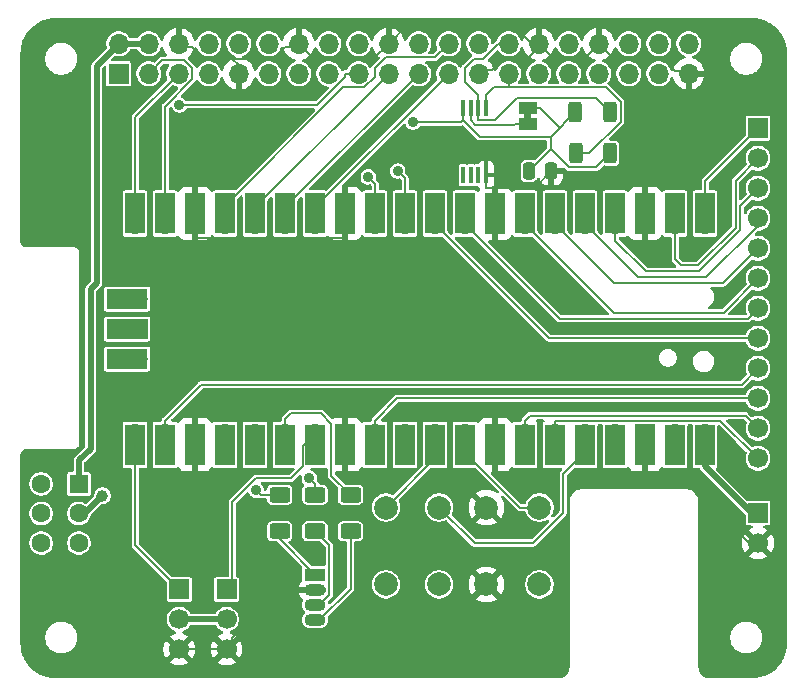
<source format=gtl>
G04 #@! TF.GenerationSoftware,KiCad,Pcbnew,9.0.1-9.0.1-0~ubuntu24.04.1*
G04 #@! TF.CreationDate,2025-04-16T21:59:29-05:00*
G04 #@! TF.ProjectId,pico_driver,7069636f-5f64-4726-9976-65722e6b6963,rev?*
G04 #@! TF.SameCoordinates,Original*
G04 #@! TF.FileFunction,Copper,L1,Top*
G04 #@! TF.FilePolarity,Positive*
%FSLAX46Y46*%
G04 Gerber Fmt 4.6, Leading zero omitted, Abs format (unit mm)*
G04 Created by KiCad (PCBNEW 9.0.1-9.0.1-0~ubuntu24.04.1) date 2025-04-16 21:59:29*
%MOMM*%
%LPD*%
G01*
G04 APERTURE LIST*
G04 Aperture macros list*
%AMRoundRect*
0 Rectangle with rounded corners*
0 $1 Rounding radius*
0 $2 $3 $4 $5 $6 $7 $8 $9 X,Y pos of 4 corners*
0 Add a 4 corners polygon primitive as box body*
4,1,4,$2,$3,$4,$5,$6,$7,$8,$9,$2,$3,0*
0 Add four circle primitives for the rounded corners*
1,1,$1+$1,$2,$3*
1,1,$1+$1,$4,$5*
1,1,$1+$1,$6,$7*
1,1,$1+$1,$8,$9*
0 Add four rect primitives between the rounded corners*
20,1,$1+$1,$2,$3,$4,$5,0*
20,1,$1+$1,$4,$5,$6,$7,0*
20,1,$1+$1,$6,$7,$8,$9,0*
20,1,$1+$1,$8,$9,$2,$3,0*%
G04 Aperture macros list end*
G04 #@! TA.AperFunction,EtchedComponent*
%ADD10C,0.000000*%
G04 #@! TD*
G04 #@! TA.AperFunction,ComponentPad*
%ADD11C,1.700000*%
G04 #@! TD*
G04 #@! TA.AperFunction,ComponentPad*
%ADD12R,1.700000X1.700000*%
G04 #@! TD*
G04 #@! TA.AperFunction,ComponentPad*
%ADD13C,2.000000*%
G04 #@! TD*
G04 #@! TA.AperFunction,ComponentPad*
%ADD14O,1.700000X1.700000*%
G04 #@! TD*
G04 #@! TA.AperFunction,SMDPad,CuDef*
%ADD15R,1.700000X3.500000*%
G04 #@! TD*
G04 #@! TA.AperFunction,SMDPad,CuDef*
%ADD16R,3.500000X1.700000*%
G04 #@! TD*
G04 #@! TA.AperFunction,SMDPad,CuDef*
%ADD17RoundRect,0.250000X0.625000X-0.400000X0.625000X0.400000X-0.625000X0.400000X-0.625000X-0.400000X0*%
G04 #@! TD*
G04 #@! TA.AperFunction,SMDPad,CuDef*
%ADD18RoundRect,0.250000X0.312500X0.625000X-0.312500X0.625000X-0.312500X-0.625000X0.312500X-0.625000X0*%
G04 #@! TD*
G04 #@! TA.AperFunction,SMDPad,CuDef*
%ADD19RoundRect,0.250000X-0.312500X-0.625000X0.312500X-0.625000X0.312500X0.625000X-0.312500X0.625000X0*%
G04 #@! TD*
G04 #@! TA.AperFunction,SMDPad,CuDef*
%ADD20R,1.500000X1.000000*%
G04 #@! TD*
G04 #@! TA.AperFunction,ComponentPad*
%ADD21R,1.800000X1.070000*%
G04 #@! TD*
G04 #@! TA.AperFunction,ComponentPad*
%ADD22O,1.800000X1.070000*%
G04 #@! TD*
G04 #@! TA.AperFunction,SMDPad,CuDef*
%ADD23RoundRect,0.250000X-0.250000X-0.475000X0.250000X-0.475000X0.250000X0.475000X-0.250000X0.475000X0*%
G04 #@! TD*
G04 #@! TA.AperFunction,SMDPad,CuDef*
%ADD24R,0.355600X1.473200*%
G04 #@! TD*
G04 #@! TA.AperFunction,ComponentPad*
%ADD25R,1.600000X1.600000*%
G04 #@! TD*
G04 #@! TA.AperFunction,ComponentPad*
%ADD26C,1.600000*%
G04 #@! TD*
G04 #@! TA.AperFunction,ViaPad*
%ADD27C,1.000000*%
G04 #@! TD*
G04 #@! TA.AperFunction,ViaPad*
%ADD28C,0.900000*%
G04 #@! TD*
G04 #@! TA.AperFunction,Conductor*
%ADD29C,0.200000*%
G04 #@! TD*
G04 #@! TA.AperFunction,Conductor*
%ADD30C,0.500000*%
G04 #@! TD*
G04 APERTURE END LIST*
D10*
G04 #@! TA.AperFunction,EtchedComponent*
G36*
X143300000Y-52600000D02*
G01*
X142700000Y-52600000D01*
X142700000Y-52100000D01*
X143300000Y-52100000D01*
X143300000Y-52600000D01*
G37*
G04 #@! TD.AperFunction*
D11*
X162500000Y-88500000D03*
D12*
X162500000Y-85960000D03*
D11*
X162500000Y-81320000D03*
X162500000Y-78780000D03*
X162500000Y-76240000D03*
X162500000Y-73700000D03*
X162500000Y-71160000D03*
X162500000Y-68620000D03*
X162500000Y-66080000D03*
X162500000Y-63540000D03*
X162500000Y-61000000D03*
X162500000Y-58460000D03*
X162500000Y-55920000D03*
D12*
X162500000Y-53380000D03*
X117500000Y-92420000D03*
D11*
X117500000Y-94960000D03*
X117500000Y-97500000D03*
D13*
X144000000Y-85500000D03*
X144000000Y-92000000D03*
X139500000Y-85500000D03*
X139500000Y-92000000D03*
D14*
X158020000Y-61500000D03*
D15*
X158020000Y-60600000D03*
D14*
X155480000Y-61500000D03*
D15*
X155480000Y-60600000D03*
D12*
X152940000Y-61500000D03*
D15*
X152940000Y-60600000D03*
D14*
X150400000Y-61500000D03*
D15*
X150400000Y-60600000D03*
D14*
X147860000Y-61500000D03*
D15*
X147860000Y-60600000D03*
D14*
X145320000Y-61500000D03*
D15*
X145320000Y-60600000D03*
D14*
X142780000Y-61500000D03*
D15*
X142780000Y-60600000D03*
D12*
X140240000Y-61500000D03*
D15*
X140240000Y-60600000D03*
D14*
X137700000Y-61500000D03*
D15*
X137700000Y-60600000D03*
D14*
X135160000Y-61500000D03*
D15*
X135160000Y-60600000D03*
D14*
X132620000Y-61500000D03*
D15*
X132620000Y-60600000D03*
D14*
X130080000Y-61500000D03*
D15*
X130080000Y-60600000D03*
D12*
X127540000Y-61500000D03*
D15*
X127540000Y-60600000D03*
D14*
X125000000Y-61500000D03*
D15*
X125000000Y-60600000D03*
D14*
X122460000Y-61500000D03*
D15*
X122460000Y-60600000D03*
D14*
X119920000Y-61500000D03*
D15*
X119920000Y-60600000D03*
D14*
X117380000Y-61500000D03*
D15*
X117380000Y-60600000D03*
D12*
X114840000Y-61500000D03*
D15*
X114840000Y-60600000D03*
D14*
X112300000Y-61500000D03*
D15*
X112300000Y-60600000D03*
D14*
X109760000Y-61500000D03*
D15*
X109760000Y-60600000D03*
D14*
X109760000Y-79280000D03*
D15*
X109760000Y-80180000D03*
D14*
X112300000Y-79280000D03*
D15*
X112300000Y-80180000D03*
D12*
X114840000Y-79280000D03*
D15*
X114840000Y-80180000D03*
D14*
X117380000Y-79280000D03*
D15*
X117380000Y-80180000D03*
D14*
X119920000Y-79280000D03*
D15*
X119920000Y-80180000D03*
D14*
X122460000Y-79280000D03*
D15*
X122460000Y-80180000D03*
D14*
X125000000Y-79280000D03*
D15*
X125000000Y-80180000D03*
D12*
X127540000Y-79280000D03*
D15*
X127540000Y-80180000D03*
D14*
X130080000Y-79280000D03*
D15*
X130080000Y-80180000D03*
D14*
X132620000Y-79280000D03*
D15*
X132620000Y-80180000D03*
D14*
X135160000Y-79280000D03*
D15*
X135160000Y-80180000D03*
D14*
X137700000Y-79280000D03*
D15*
X137700000Y-80180000D03*
D12*
X140240000Y-79280000D03*
D15*
X140240000Y-80180000D03*
D14*
X142780000Y-79280000D03*
D15*
X142780000Y-80180000D03*
D14*
X145320000Y-79280000D03*
D15*
X145320000Y-80180000D03*
D14*
X147860000Y-79280000D03*
D15*
X147860000Y-80180000D03*
D14*
X150400000Y-79280000D03*
D15*
X150400000Y-80180000D03*
D12*
X152940000Y-79280000D03*
D15*
X152940000Y-80180000D03*
D14*
X155480000Y-79280000D03*
D15*
X155480000Y-80180000D03*
D14*
X158020000Y-79280000D03*
D15*
X158020000Y-80180000D03*
D14*
X109990000Y-67850000D03*
D16*
X109090000Y-67850000D03*
D12*
X109990000Y-70390000D03*
D16*
X109090000Y-70390000D03*
D14*
X109990000Y-72930000D03*
D16*
X109090000Y-72930000D03*
D17*
X122000000Y-87500000D03*
X122000000Y-84400000D03*
D18*
X150000000Y-55500000D03*
X147075000Y-55500000D03*
D19*
X147037500Y-52000000D03*
X149962500Y-52000000D03*
D20*
X143000000Y-53000000D03*
X143000000Y-51700000D03*
D21*
X125000000Y-91190000D03*
D22*
X125000000Y-92460000D03*
X125000000Y-93730000D03*
X125000000Y-95000000D03*
D23*
X143100000Y-57000000D03*
X145000000Y-57000000D03*
D17*
X125000000Y-87500000D03*
X125000000Y-84400000D03*
D24*
X137525001Y-57370200D03*
X138174999Y-57370200D03*
X138825001Y-57370200D03*
X139474999Y-57370200D03*
X139474999Y-51629800D03*
X138825001Y-51629800D03*
X138174999Y-51629800D03*
X137525001Y-51629800D03*
D17*
X128000000Y-87500000D03*
X128000000Y-84400000D03*
D12*
X113500000Y-92420000D03*
D11*
X113500000Y-94960000D03*
X113500000Y-97500000D03*
D25*
X105000000Y-83500000D03*
D26*
X105000000Y-86000000D03*
X105000000Y-88500000D03*
X101800000Y-83500000D03*
X101800000Y-86000000D03*
X101800000Y-88500000D03*
D13*
X131000000Y-92000000D03*
X131000000Y-85500000D03*
X135500000Y-92000000D03*
X135500000Y-85500000D03*
D12*
X108370000Y-48770000D03*
D14*
X108370000Y-46230000D03*
X110910000Y-48770000D03*
X110910000Y-46230000D03*
X113450000Y-48770000D03*
X113450000Y-46230000D03*
X115990000Y-48770000D03*
X115990000Y-46230000D03*
X118530000Y-48770000D03*
X118530000Y-46230000D03*
X121070000Y-48770000D03*
X121070000Y-46230000D03*
X123610000Y-48770000D03*
X123610000Y-46230000D03*
X126150000Y-48770000D03*
X126150000Y-46230000D03*
X128690000Y-48770000D03*
X128690000Y-46230000D03*
X131230000Y-48770000D03*
X131230000Y-46230000D03*
X133770000Y-48770000D03*
X133770000Y-46230000D03*
X136310000Y-48770000D03*
X136310000Y-46230000D03*
X138850000Y-48770000D03*
X138850000Y-46230000D03*
X141390000Y-48770000D03*
X141390000Y-46230000D03*
X143930000Y-48770000D03*
X143930000Y-46230000D03*
X146470000Y-48770000D03*
X146470000Y-46230000D03*
X149010000Y-48770000D03*
X149010000Y-46230000D03*
X151550000Y-48770000D03*
X151550000Y-46230000D03*
X154090000Y-48770000D03*
X154090000Y-46230000D03*
X156630000Y-48770000D03*
X156630000Y-46230000D03*
D27*
X107000000Y-84500000D03*
D28*
X113520000Y-51407100D03*
X133297000Y-52851600D03*
X129500000Y-57500000D03*
X132000000Y-57000000D03*
X124500000Y-83000000D03*
X120030000Y-84030300D03*
D29*
X124000000Y-82000000D02*
X124000000Y-80280000D01*
X124000000Y-80280000D02*
X125000000Y-79280000D01*
X117500000Y-92420000D02*
X118000000Y-91920000D01*
X120000000Y-83000000D02*
X123000000Y-83000000D01*
X118000000Y-91920000D02*
X118000000Y-85000000D01*
X123000000Y-83000000D02*
X124000000Y-82000000D01*
X118000000Y-85000000D02*
X120000000Y-83000000D01*
X122351000Y-93906900D02*
X120593000Y-93906900D01*
X118000000Y-97000000D02*
X117500000Y-97500000D01*
X120593000Y-93906900D02*
X118000000Y-96499900D01*
X118000000Y-96499900D02*
X118000000Y-97000000D01*
X117000000Y-97500000D02*
X116500000Y-97500000D01*
X117500000Y-97500000D02*
X116500000Y-97500000D01*
D30*
X117500000Y-94960000D02*
X113500000Y-94960000D01*
D29*
X149010000Y-46230000D02*
X147740000Y-47500000D01*
X147740000Y-47500000D02*
X145200000Y-47500000D01*
X145200000Y-47500000D02*
X143930000Y-46230000D01*
X149010000Y-46230000D02*
X150217400Y-47437400D01*
X150217400Y-47437400D02*
X154414000Y-47437400D01*
X143930000Y-46230000D02*
X143354000Y-46230000D01*
X132960000Y-44500000D02*
X131230000Y-46230000D01*
X143354000Y-46230000D02*
X141624000Y-44500000D01*
X141624000Y-44500000D02*
X132960000Y-44500000D01*
X123610000Y-46230000D02*
X124761700Y-47381700D01*
X124761700Y-47381700D02*
X130078300Y-47381700D01*
X130078300Y-47381700D02*
X131230000Y-46230000D01*
X119682000Y-47500000D02*
X118000000Y-47500000D01*
X118530000Y-48770000D02*
X118530000Y-48030000D01*
X118530000Y-48030000D02*
X118000000Y-47500000D01*
X155478000Y-48501500D02*
X156361500Y-48501500D01*
X156361500Y-48501500D02*
X156630000Y-48770000D01*
X143930000Y-46230000D02*
X143930000Y-46507400D01*
X143930000Y-46507400D02*
X143000000Y-47437400D01*
X155478000Y-48501500D02*
X154414000Y-47437400D01*
X139138000Y-48482000D02*
X138850000Y-48770000D01*
X143000000Y-47437400D02*
X141046000Y-47437400D01*
X140002000Y-48482000D02*
X139138000Y-48482000D01*
X141046000Y-47437400D02*
X140002000Y-48482000D01*
X122458000Y-46518000D02*
X123322000Y-46518000D01*
X123322000Y-46518000D02*
X123610000Y-46230000D01*
X141390000Y-46230000D02*
X140506500Y-46230000D01*
X140238000Y-46498500D02*
X139237000Y-47500000D01*
X140506500Y-46230000D02*
X140238000Y-46498500D01*
X139237000Y-47500000D02*
X138465000Y-47500000D01*
X138465000Y-47500000D02*
X137691000Y-48273200D01*
X137691000Y-48273200D02*
X137691000Y-49457900D01*
X137691000Y-49457900D02*
X138825000Y-50591500D01*
X138825000Y-50591500D02*
X138825000Y-52668100D01*
X138825000Y-52668100D02*
X140248000Y-52668100D01*
X140248000Y-52668100D02*
X142101000Y-50815300D01*
X142101000Y-50815300D02*
X148778000Y-50815300D01*
X148778000Y-50815300D02*
X149962000Y-52000000D01*
X149962000Y-52000000D02*
X149962500Y-52000000D01*
X114602000Y-46498500D02*
X113718500Y-46498500D01*
X113718500Y-46498500D02*
X113450000Y-46230000D01*
X158000000Y-83500000D02*
X154000000Y-83500000D01*
X152940000Y-82440000D02*
X152940000Y-79280000D01*
X159000000Y-84500000D02*
X158000000Y-83500000D01*
X162500000Y-88500000D02*
X161777516Y-88500000D01*
X161777516Y-88500000D02*
X159000000Y-85722484D01*
X159000000Y-85722484D02*
X159000000Y-84500000D01*
X154000000Y-83500000D02*
X152940000Y-82440000D01*
X135500000Y-85500000D02*
X138500000Y-88500000D01*
X138500000Y-88500000D02*
X143433000Y-88500000D01*
X143433000Y-88500000D02*
X146000000Y-85933000D01*
X146000000Y-85933000D02*
X146000000Y-82672000D01*
X146000000Y-82672000D02*
X147860000Y-80812000D01*
X147860000Y-80812000D02*
X147860000Y-79280000D01*
X137700000Y-80842000D02*
X137700000Y-79280000D01*
X142358000Y-85500000D02*
X137700000Y-80842000D01*
X144000000Y-85500000D02*
X142358000Y-85500000D01*
X135160000Y-81340000D02*
X135160000Y-79280000D01*
X131000000Y-85500000D02*
X135160000Y-81340000D01*
X161620000Y-69500000D02*
X162500000Y-68620000D01*
X145700000Y-69500000D02*
X161620000Y-69500000D01*
X137700000Y-61500000D02*
X145700000Y-69500000D01*
X161110000Y-75089800D02*
X162500000Y-73700000D01*
X115338000Y-75089800D02*
X161110000Y-75089800D01*
X112300000Y-78128300D02*
X115338000Y-75089800D01*
X112300000Y-79280000D02*
X112300000Y-78128300D01*
D30*
X105500000Y-86000000D02*
X107000000Y-84500000D01*
X105000000Y-86000000D02*
X105500000Y-86000000D01*
D29*
X141948000Y-53000000D02*
X143000000Y-53000000D01*
X141878000Y-53069800D02*
X141948000Y-53000000D01*
X138577000Y-53069800D02*
X141878000Y-53069800D01*
X138175000Y-52668100D02*
X138577000Y-53069800D01*
X138175000Y-51629800D02*
X138175000Y-52668100D01*
D30*
X158020000Y-81980000D02*
X158020000Y-79280000D01*
X158000000Y-82000000D02*
X158020000Y-81980000D01*
X161960000Y-85960000D02*
X158000000Y-82000000D01*
X162500000Y-85960000D02*
X161960000Y-85960000D01*
D29*
X144820000Y-71160000D02*
X162500000Y-71160000D01*
X135160000Y-61500000D02*
X144820000Y-71160000D01*
X162500000Y-61630100D02*
X162500000Y-61000000D01*
X158130000Y-66000000D02*
X162500000Y-61630100D01*
X152360000Y-66000000D02*
X158130000Y-66000000D01*
X147860000Y-61500000D02*
X152360000Y-66000000D01*
X160599000Y-57821000D02*
X162500000Y-55920000D01*
X160599000Y-61833900D02*
X160599000Y-57821000D01*
X157433000Y-65000000D02*
X160599000Y-61833900D01*
X156000000Y-65000000D02*
X157433000Y-65000000D01*
X155480000Y-64480000D02*
X156000000Y-65000000D01*
X155480000Y-61500000D02*
X155480000Y-64480000D01*
X161000000Y-59960000D02*
X162500000Y-58460000D01*
X161000000Y-62000000D02*
X161000000Y-59960000D01*
X157500000Y-65500000D02*
X161000000Y-62000000D01*
X153000000Y-65500000D02*
X157500000Y-65500000D01*
X150400000Y-62900000D02*
X153000000Y-65500000D01*
X150400000Y-61500000D02*
X150400000Y-62900000D01*
X150400000Y-61500000D02*
X150400000Y-59100000D01*
X158020000Y-57860000D02*
X162500000Y-53380000D01*
X158020000Y-61500000D02*
X158020000Y-57860000D01*
X159540000Y-66500000D02*
X162500000Y-63540000D01*
X150320000Y-66500000D02*
X159540000Y-66500000D01*
X145320000Y-61500000D02*
X150320000Y-66500000D01*
X125370000Y-93730000D02*
X125000000Y-93730000D01*
X126201000Y-92899000D02*
X125370000Y-93730000D01*
X126201000Y-88701000D02*
X126201000Y-92899000D01*
X125000000Y-87500000D02*
X126201000Y-88701000D01*
X122000000Y-88190000D02*
X125000000Y-91190000D01*
X122000000Y-87500000D02*
X122000000Y-88190000D01*
X142780000Y-78128300D02*
X142780000Y-79280000D01*
X143182000Y-77726600D02*
X142780000Y-78128300D01*
X161447000Y-77726600D02*
X143182000Y-77726600D01*
X162500000Y-78780000D02*
X161447000Y-77726600D01*
X131968000Y-76240000D02*
X162500000Y-76240000D01*
X130080000Y-78128300D02*
X131968000Y-76240000D01*
X130080000Y-79280000D02*
X130080000Y-78128300D01*
X159308000Y-78128300D02*
X162500000Y-81320000D01*
X145320000Y-78128300D02*
X159308000Y-78128300D01*
X145320000Y-79280000D02*
X145320000Y-78128300D01*
X125370000Y-95000000D02*
X125000000Y-95000000D01*
X128000000Y-92370000D02*
X125370000Y-95000000D01*
X128000000Y-87500000D02*
X128000000Y-92370000D01*
X109760000Y-88680000D02*
X109760000Y-79280000D01*
X113500000Y-92420000D02*
X109760000Y-88680000D01*
X125000000Y-60080000D02*
X136310000Y-48770000D01*
X125000000Y-61500000D02*
X125000000Y-60080000D01*
X119920000Y-60080000D02*
X131230000Y-48770000D01*
X119920000Y-61500000D02*
X119920000Y-60080000D01*
X159580000Y-69000000D02*
X162500000Y-66080000D01*
X150280000Y-69000000D02*
X159580000Y-69000000D01*
X142780000Y-61500000D02*
X150280000Y-69000000D01*
X122460000Y-60080000D02*
X133770000Y-48770000D01*
X122460000Y-61500000D02*
X122460000Y-60080000D01*
X125157000Y-51407100D02*
X113520000Y-51407100D01*
X127538000Y-49025800D02*
X125157000Y-51407100D01*
X127538000Y-48770000D02*
X127538000Y-49025800D01*
X128690000Y-48770000D02*
X127538000Y-48770000D01*
X137525000Y-51629800D02*
X137525000Y-52668100D01*
X143100000Y-57000000D02*
X144940000Y-55160300D01*
X146485000Y-56705500D02*
X144940000Y-55160300D01*
X148794000Y-56705500D02*
X146485000Y-56705500D01*
X150000000Y-55500000D02*
X148794000Y-56705500D01*
X144940000Y-55160300D02*
X144940000Y-54097900D01*
X137342000Y-52851600D02*
X137525000Y-52668100D01*
X133297000Y-52851600D02*
X137342000Y-52851600D01*
X138955000Y-54097900D02*
X137525000Y-52668100D01*
X144940000Y-54097900D02*
X138955000Y-54097900D01*
X144052000Y-51700000D02*
X145695000Y-53342900D01*
X143000000Y-51700000D02*
X144052000Y-51700000D01*
X144940000Y-54097900D02*
X145695000Y-53342900D01*
X147037500Y-52000000D02*
X147037700Y-52000200D01*
X145695000Y-53342900D02*
X146366000Y-52671400D01*
X147038000Y-52000000D02*
X147037700Y-52000200D01*
X146366000Y-52671400D02*
X147038000Y-52000000D01*
X146366000Y-52671000D02*
X146366000Y-52671400D01*
X147037700Y-52000200D02*
X146366000Y-52671000D01*
D30*
X105000000Y-81500000D02*
X105000000Y-83500000D01*
X106000000Y-80500000D02*
X105000000Y-81500000D01*
X106000000Y-67000000D02*
X106000000Y-80500000D01*
X106500000Y-66500000D02*
X106000000Y-67000000D01*
X106500000Y-48100000D02*
X106500000Y-66500000D01*
X108370000Y-46230000D02*
X106500000Y-48100000D01*
X110910000Y-46230000D02*
X108370000Y-46230000D01*
D29*
X141390000Y-48770000D02*
X141390000Y-49921700D01*
X140145000Y-49921700D02*
X141390000Y-49921700D01*
X139475000Y-50591500D02*
X140145000Y-49921700D01*
X139475000Y-51629800D02*
X139475000Y-50591500D01*
X148208000Y-55500000D02*
X147075000Y-55500000D01*
X150860000Y-52847800D02*
X148208000Y-55500000D01*
X150860000Y-51139600D02*
X150860000Y-52847800D01*
X149642000Y-49921700D02*
X150860000Y-51139600D01*
X141390000Y-49921700D02*
X149642000Y-49921700D01*
X109760000Y-52460000D02*
X113450000Y-48770000D01*
X109760000Y-61500000D02*
X109760000Y-52460000D01*
X130080000Y-58080000D02*
X129500000Y-57500000D01*
X130080000Y-61500000D02*
X130080000Y-58080000D01*
X132620000Y-57620000D02*
X132000000Y-57000000D01*
X132620000Y-61500000D02*
X132620000Y-57620000D01*
X135159000Y-47381000D02*
X136310000Y-46230000D01*
X130991000Y-47381000D02*
X135159000Y-47381000D01*
X130079000Y-48293200D02*
X130991000Y-47381000D01*
X130079000Y-49008800D02*
X130079000Y-48293200D01*
X129167000Y-49921000D02*
X130079000Y-49008800D01*
X127397000Y-49921000D02*
X129167000Y-49921000D01*
X117380000Y-59938000D02*
X127397000Y-49921000D01*
X117380000Y-61500000D02*
X117380000Y-59938000D01*
X112061000Y-47619000D02*
X110910000Y-48770000D01*
X113927000Y-47619000D02*
X112061000Y-47619000D01*
X114601000Y-48293200D02*
X113927000Y-47619000D01*
X114601000Y-49246800D02*
X114601000Y-48293200D01*
X112300000Y-51547800D02*
X114601000Y-49246800D01*
X112300000Y-61500000D02*
X112300000Y-51547800D01*
X125000000Y-83500000D02*
X124500000Y-83000000D01*
X125000000Y-84400000D02*
X125000000Y-83500000D01*
X119920000Y-80842000D02*
X119920000Y-79280000D01*
X120400000Y-84400000D02*
X120030000Y-84030300D01*
X122000000Y-84400000D02*
X120400000Y-84400000D01*
X122460000Y-78040000D02*
X122460000Y-79280000D01*
X123000000Y-77500000D02*
X122460000Y-78040000D01*
X125500000Y-77500000D02*
X123000000Y-77500000D01*
X126389000Y-78389000D02*
X125500000Y-77500000D01*
X126389000Y-82789000D02*
X126389000Y-78389000D01*
X128000000Y-84400000D02*
X126389000Y-82789000D01*
X122460000Y-80842000D02*
X122460000Y-79280000D01*
X116500000Y-97500000D02*
X113500000Y-97500000D01*
X143592000Y-58408500D02*
X145000000Y-57000000D01*
X140240000Y-58408500D02*
X143592000Y-58408500D01*
X115603000Y-47500000D02*
X114602000Y-46498500D01*
X118000000Y-47500000D02*
X115603000Y-47500000D01*
X127540000Y-62651700D02*
X127540000Y-61500000D01*
X114840000Y-62651700D02*
X127540000Y-62651700D01*
X114840000Y-61500000D02*
X114840000Y-62651700D01*
X121476000Y-47500000D02*
X119682000Y-47500000D01*
X122458000Y-46518000D02*
X121476000Y-47500000D01*
X135633000Y-95867300D02*
X139500000Y-92000000D01*
X124312000Y-95867300D02*
X135633000Y-95867300D01*
X122351000Y-93906900D02*
X124312000Y-95867300D01*
X123798000Y-92460000D02*
X122351000Y-93906900D01*
X125000000Y-92460000D02*
X123798000Y-92460000D01*
X140240000Y-58408500D02*
X140240000Y-61500000D01*
X139475000Y-58408500D02*
X140240000Y-58408500D01*
X139475000Y-57370200D02*
X139475000Y-58408500D01*
G04 #@! TA.AperFunction,Conductor*
G36*
X125843539Y-92229685D02*
G01*
X125889294Y-92282489D01*
X125900500Y-92334000D01*
X125900500Y-92586000D01*
X125880815Y-92653039D01*
X125828011Y-92698794D01*
X125776500Y-92710000D01*
X125375278Y-92710000D01*
X125419333Y-92633694D01*
X125450000Y-92519244D01*
X125450000Y-92400756D01*
X125419333Y-92286306D01*
X125375278Y-92210000D01*
X125776500Y-92210000D01*
X125843539Y-92229685D01*
G37*
G04 #@! TD.AperFunction*
G04 #@! TA.AperFunction,Conductor*
G36*
X144370358Y-78046785D02*
G01*
X144416113Y-78099589D01*
X144426057Y-78168747D01*
X144397032Y-78232303D01*
X144372210Y-78254202D01*
X144325447Y-78285447D01*
X144281132Y-78351769D01*
X144281131Y-78351770D01*
X144269500Y-78410247D01*
X144269500Y-81949752D01*
X144281131Y-82008229D01*
X144281132Y-82008230D01*
X144325447Y-82074552D01*
X144391769Y-82118867D01*
X144391770Y-82118868D01*
X144450247Y-82130499D01*
X144450250Y-82130500D01*
X144450252Y-82130500D01*
X145817167Y-82130500D01*
X145884206Y-82150185D01*
X145929961Y-82202989D01*
X145939905Y-82272147D01*
X145910880Y-82335703D01*
X145904848Y-82342181D01*
X145759541Y-82487487D01*
X145759535Y-82487495D01*
X145719982Y-82556004D01*
X145719979Y-82556009D01*
X145699500Y-82632439D01*
X145699500Y-85757167D01*
X145679815Y-85824206D01*
X145663181Y-85844848D01*
X145205448Y-86302580D01*
X145144125Y-86336065D01*
X145074433Y-86331081D01*
X145018500Y-86289209D01*
X144994083Y-86223745D01*
X145008935Y-86155472D01*
X145017452Y-86142010D01*
X145026758Y-86129202D01*
X145032715Y-86117512D01*
X145112547Y-85960832D01*
X145170940Y-85781118D01*
X145171114Y-85780021D01*
X145200500Y-85594486D01*
X145200500Y-85405513D01*
X145170940Y-85218881D01*
X145114153Y-85044111D01*
X145112547Y-85039168D01*
X145112545Y-85039165D01*
X145112545Y-85039163D01*
X145055167Y-84926553D01*
X145026760Y-84870801D01*
X144915690Y-84717927D01*
X144782073Y-84584310D01*
X144629199Y-84473240D01*
X144611041Y-84463988D01*
X144460836Y-84387454D01*
X144281118Y-84329059D01*
X144094486Y-84299500D01*
X144094481Y-84299500D01*
X143905519Y-84299500D01*
X143905514Y-84299500D01*
X143718881Y-84329059D01*
X143539163Y-84387454D01*
X143370800Y-84473240D01*
X143301301Y-84523735D01*
X143217927Y-84584310D01*
X143217925Y-84584312D01*
X143217924Y-84584312D01*
X143084312Y-84717924D01*
X143084312Y-84717925D01*
X143084310Y-84717927D01*
X143077666Y-84727072D01*
X142973240Y-84870800D01*
X142887451Y-85039170D01*
X142863197Y-85113818D01*
X142849247Y-85134219D01*
X142838979Y-85156703D01*
X142829870Y-85162556D01*
X142823759Y-85171494D01*
X142800992Y-85181115D01*
X142780201Y-85194477D01*
X142763792Y-85196836D01*
X142759401Y-85198692D01*
X142745266Y-85199500D01*
X142533833Y-85199500D01*
X142466794Y-85179815D01*
X142446152Y-85163181D01*
X139924652Y-82641681D01*
X139891167Y-82580358D01*
X139896151Y-82510666D01*
X139938023Y-82454733D01*
X139981473Y-82438526D01*
X139990000Y-82430000D01*
X139990000Y-79724560D01*
X140043147Y-79755245D01*
X140172857Y-79790000D01*
X140307143Y-79790000D01*
X140436853Y-79755245D01*
X140490000Y-79724560D01*
X140490000Y-82430000D01*
X141137828Y-82430000D01*
X141137844Y-82429999D01*
X141197372Y-82423598D01*
X141197379Y-82423596D01*
X141332086Y-82373354D01*
X141332093Y-82373350D01*
X141447187Y-82287190D01*
X141447190Y-82287187D01*
X141533350Y-82172093D01*
X141533354Y-82172086D01*
X141562336Y-82094382D01*
X141604207Y-82038448D01*
X141669671Y-82014031D01*
X141737944Y-82028882D01*
X141781619Y-82068823D01*
X141785446Y-82074551D01*
X141851769Y-82118867D01*
X141851770Y-82118868D01*
X141910247Y-82130499D01*
X141910250Y-82130500D01*
X141910252Y-82130500D01*
X143649750Y-82130500D01*
X143649751Y-82130499D01*
X143669586Y-82126554D01*
X143708229Y-82118868D01*
X143708229Y-82118867D01*
X143708231Y-82118867D01*
X143774552Y-82074552D01*
X143818867Y-82008231D01*
X143818867Y-82008229D01*
X143818868Y-82008229D01*
X143830499Y-81949752D01*
X143830500Y-81949750D01*
X143830500Y-78410249D01*
X143830499Y-78410247D01*
X143818868Y-78351770D01*
X143818867Y-78351769D01*
X143774552Y-78285447D01*
X143727790Y-78254202D01*
X143682985Y-78200590D01*
X143674278Y-78131265D01*
X143704433Y-78068237D01*
X143763876Y-78031518D01*
X143796681Y-78027100D01*
X144303319Y-78027100D01*
X144370358Y-78046785D01*
G37*
G04 #@! TD.AperFunction*
G04 #@! TA.AperFunction,Conductor*
G36*
X112830270Y-51545013D02*
G01*
X112886204Y-51586884D01*
X112901498Y-51613742D01*
X112943533Y-51715223D01*
X112943538Y-51715233D01*
X113014723Y-51821768D01*
X113014726Y-51821772D01*
X113105327Y-51912373D01*
X113105331Y-51912376D01*
X113211866Y-51983561D01*
X113211872Y-51983564D01*
X113211873Y-51983565D01*
X113330256Y-52032601D01*
X113330260Y-52032601D01*
X113330261Y-52032602D01*
X113455928Y-52057600D01*
X113455931Y-52057600D01*
X113584071Y-52057600D01*
X113668615Y-52040782D01*
X113709744Y-52032601D01*
X113828127Y-51983565D01*
X113934669Y-51912376D01*
X114025276Y-51821769D01*
X114064739Y-51762709D01*
X114118351Y-51717904D01*
X114167841Y-51707600D01*
X124886067Y-51707600D01*
X124953106Y-51727285D01*
X124998861Y-51780089D01*
X125008805Y-51849247D01*
X124979780Y-51912803D01*
X124973748Y-51919281D01*
X118279848Y-58613181D01*
X118218525Y-58646666D01*
X118192167Y-58649500D01*
X116510247Y-58649500D01*
X116451770Y-58661131D01*
X116451769Y-58661132D01*
X116385446Y-58705448D01*
X116381617Y-58711179D01*
X116328003Y-58755982D01*
X116258678Y-58764686D01*
X116195652Y-58734529D01*
X116162336Y-58685617D01*
X116133354Y-58607913D01*
X116133350Y-58607906D01*
X116047190Y-58492812D01*
X116047187Y-58492809D01*
X115932093Y-58406649D01*
X115932086Y-58406645D01*
X115797379Y-58356403D01*
X115797372Y-58356401D01*
X115737844Y-58350000D01*
X115090000Y-58350000D01*
X115090000Y-61055439D01*
X115036853Y-61024755D01*
X114907143Y-60990000D01*
X114772857Y-60990000D01*
X114643147Y-61024755D01*
X114590000Y-61055439D01*
X114590000Y-58350000D01*
X113942155Y-58350000D01*
X113882627Y-58356401D01*
X113882620Y-58356403D01*
X113747913Y-58406645D01*
X113747906Y-58406649D01*
X113632812Y-58492809D01*
X113632809Y-58492812D01*
X113546649Y-58607906D01*
X113546643Y-58607917D01*
X113517662Y-58685618D01*
X113475791Y-58741552D01*
X113410326Y-58765968D01*
X113342053Y-58751116D01*
X113298379Y-58711175D01*
X113294552Y-58705447D01*
X113228230Y-58661132D01*
X113228229Y-58661131D01*
X113169752Y-58649500D01*
X113169748Y-58649500D01*
X112724500Y-58649500D01*
X112657461Y-58629815D01*
X112611706Y-58577011D01*
X112600500Y-58525500D01*
X112600500Y-51723633D01*
X112609143Y-51694196D01*
X112615667Y-51664207D01*
X112619422Y-51659189D01*
X112620185Y-51656594D01*
X112636813Y-51635957D01*
X112699259Y-51573511D01*
X112760578Y-51540029D01*
X112830270Y-51545013D01*
G37*
G04 #@! TD.AperFunction*
G04 #@! TA.AperFunction,Conductor*
G36*
X142566998Y-46503702D02*
G01*
X142614609Y-46554839D01*
X142621656Y-46572026D01*
X142678904Y-46748216D01*
X142775379Y-46937557D01*
X142900272Y-47109459D01*
X142900276Y-47109464D01*
X143050535Y-47259723D01*
X143050540Y-47259727D01*
X143222442Y-47384620D01*
X143411782Y-47481095D01*
X143587973Y-47538343D01*
X143645648Y-47577780D01*
X143672847Y-47642139D01*
X143660932Y-47710985D01*
X143613688Y-47762461D01*
X143597108Y-47770835D01*
X143432403Y-47839057D01*
X143260342Y-47954024D01*
X143114024Y-48100342D01*
X142999058Y-48272403D01*
X142919870Y-48463579D01*
X142919868Y-48463587D01*
X142879500Y-48666530D01*
X142879500Y-48873469D01*
X142919868Y-49076412D01*
X142919870Y-49076420D01*
X142999059Y-49267599D01*
X143106442Y-49428310D01*
X143127320Y-49494987D01*
X143108835Y-49562367D01*
X143056856Y-49609057D01*
X143003340Y-49621200D01*
X142316660Y-49621200D01*
X142249621Y-49601515D01*
X142203866Y-49548711D01*
X142193922Y-49479553D01*
X142213558Y-49428310D01*
X142293027Y-49309374D01*
X142320941Y-49267598D01*
X142400130Y-49076420D01*
X142440500Y-48873465D01*
X142440500Y-48666535D01*
X142400130Y-48463580D01*
X142320941Y-48272402D01*
X142205977Y-48100345D01*
X142205975Y-48100342D01*
X142059657Y-47954024D01*
X141911442Y-47854991D01*
X141887598Y-47839059D01*
X141887593Y-47839057D01*
X141696420Y-47759870D01*
X141696412Y-47759868D01*
X141493469Y-47719500D01*
X141493465Y-47719500D01*
X141286535Y-47719500D01*
X141286530Y-47719500D01*
X141083587Y-47759868D01*
X141083579Y-47759870D01*
X140892403Y-47839058D01*
X140720342Y-47954024D01*
X140574024Y-48100342D01*
X140459057Y-48272403D01*
X140390835Y-48437108D01*
X140346994Y-48491511D01*
X140280700Y-48513576D01*
X140213000Y-48496297D01*
X140165390Y-48445159D01*
X140158343Y-48427973D01*
X140101095Y-48251782D01*
X140004620Y-48062442D01*
X139879727Y-47890540D01*
X139879723Y-47890535D01*
X139729464Y-47740276D01*
X139668603Y-47696058D01*
X139625938Y-47640728D01*
X139619959Y-47571115D01*
X139652565Y-47509320D01*
X139653662Y-47508206D01*
X140342131Y-46819392D01*
X140403444Y-46785893D01*
X140473137Y-46790860D01*
X140529081Y-46832718D01*
X140532934Y-46838162D01*
X140574022Y-46899654D01*
X140574025Y-46899658D01*
X140720342Y-47045975D01*
X140720345Y-47045977D01*
X140892402Y-47160941D01*
X141083580Y-47240130D01*
X141276299Y-47278464D01*
X141286530Y-47280499D01*
X141286534Y-47280500D01*
X141286535Y-47280500D01*
X141493466Y-47280500D01*
X141493467Y-47280499D01*
X141696420Y-47240130D01*
X141887598Y-47160941D01*
X142059655Y-47045977D01*
X142205977Y-46899655D01*
X142320941Y-46727598D01*
X142389165Y-46562889D01*
X142433004Y-46508488D01*
X142499298Y-46486423D01*
X142566998Y-46503702D01*
G37*
G04 #@! TD.AperFunction*
G04 #@! TA.AperFunction,Conductor*
G36*
X147646998Y-46503702D02*
G01*
X147694609Y-46554839D01*
X147701656Y-46572026D01*
X147758904Y-46748216D01*
X147855379Y-46937557D01*
X147980272Y-47109459D01*
X147980276Y-47109464D01*
X148130535Y-47259723D01*
X148130540Y-47259727D01*
X148302442Y-47384620D01*
X148491782Y-47481095D01*
X148667973Y-47538343D01*
X148725648Y-47577780D01*
X148752847Y-47642139D01*
X148740932Y-47710985D01*
X148693688Y-47762461D01*
X148677108Y-47770835D01*
X148512403Y-47839057D01*
X148340342Y-47954024D01*
X148194024Y-48100342D01*
X148079058Y-48272403D01*
X147999870Y-48463579D01*
X147999868Y-48463587D01*
X147959500Y-48666530D01*
X147959500Y-48873469D01*
X147999868Y-49076412D01*
X147999870Y-49076420D01*
X148079059Y-49267599D01*
X148186442Y-49428310D01*
X148207320Y-49494987D01*
X148188835Y-49562367D01*
X148136856Y-49609057D01*
X148083340Y-49621200D01*
X147396660Y-49621200D01*
X147329621Y-49601515D01*
X147283866Y-49548711D01*
X147273922Y-49479553D01*
X147293558Y-49428310D01*
X147373027Y-49309374D01*
X147400941Y-49267598D01*
X147480130Y-49076420D01*
X147520500Y-48873465D01*
X147520500Y-48666535D01*
X147480130Y-48463580D01*
X147400941Y-48272402D01*
X147285977Y-48100345D01*
X147285975Y-48100342D01*
X147139657Y-47954024D01*
X146991442Y-47854991D01*
X146967598Y-47839059D01*
X146967593Y-47839057D01*
X146776420Y-47759870D01*
X146776412Y-47759868D01*
X146573469Y-47719500D01*
X146573465Y-47719500D01*
X146366535Y-47719500D01*
X146366530Y-47719500D01*
X146163587Y-47759868D01*
X146163579Y-47759870D01*
X145972403Y-47839058D01*
X145800342Y-47954024D01*
X145654024Y-48100342D01*
X145539058Y-48272403D01*
X145459870Y-48463579D01*
X145459868Y-48463587D01*
X145419500Y-48666530D01*
X145419500Y-48873469D01*
X145459868Y-49076412D01*
X145459870Y-49076420D01*
X145539059Y-49267599D01*
X145646442Y-49428310D01*
X145667320Y-49494987D01*
X145648835Y-49562367D01*
X145596856Y-49609057D01*
X145543340Y-49621200D01*
X144856660Y-49621200D01*
X144789621Y-49601515D01*
X144743866Y-49548711D01*
X144733922Y-49479553D01*
X144753558Y-49428310D01*
X144833027Y-49309374D01*
X144860941Y-49267598D01*
X144940130Y-49076420D01*
X144980500Y-48873465D01*
X144980500Y-48666535D01*
X144940130Y-48463580D01*
X144860941Y-48272402D01*
X144745977Y-48100345D01*
X144745975Y-48100342D01*
X144599657Y-47954024D01*
X144451442Y-47854991D01*
X144427598Y-47839059D01*
X144427593Y-47839057D01*
X144310239Y-47790447D01*
X144262890Y-47770834D01*
X144208488Y-47726994D01*
X144186423Y-47660700D01*
X144203702Y-47593001D01*
X144254839Y-47545390D01*
X144272026Y-47538343D01*
X144448217Y-47481095D01*
X144637557Y-47384620D01*
X144809459Y-47259727D01*
X144809464Y-47259723D01*
X144959723Y-47109464D01*
X144959727Y-47109459D01*
X145084620Y-46937557D01*
X145181095Y-46748217D01*
X145238343Y-46572026D01*
X145277780Y-46514351D01*
X145342139Y-46487152D01*
X145410985Y-46499066D01*
X145462461Y-46546310D01*
X145470833Y-46562887D01*
X145498673Y-46630099D01*
X145525939Y-46695925D01*
X145539059Y-46727598D01*
X145552836Y-46748217D01*
X145654024Y-46899657D01*
X145800342Y-47045975D01*
X145800345Y-47045977D01*
X145972402Y-47160941D01*
X146163580Y-47240130D01*
X146356299Y-47278464D01*
X146366530Y-47280499D01*
X146366534Y-47280500D01*
X146366535Y-47280500D01*
X146573466Y-47280500D01*
X146573467Y-47280499D01*
X146776420Y-47240130D01*
X146967598Y-47160941D01*
X147139655Y-47045977D01*
X147285977Y-46899655D01*
X147400941Y-46727598D01*
X147469165Y-46562889D01*
X147513004Y-46508488D01*
X147579298Y-46486423D01*
X147646998Y-46503702D01*
G37*
G04 #@! TD.AperFunction*
G04 #@! TA.AperFunction,Conductor*
G36*
X140490000Y-62850000D02*
G01*
X141137828Y-62850000D01*
X141137844Y-62849999D01*
X141197372Y-62843598D01*
X141197379Y-62843596D01*
X141332086Y-62793354D01*
X141332093Y-62793350D01*
X141447187Y-62707190D01*
X141447190Y-62707187D01*
X141533350Y-62592093D01*
X141533354Y-62592086D01*
X141562336Y-62514382D01*
X141604207Y-62458448D01*
X141669671Y-62434031D01*
X141737944Y-62448882D01*
X141781619Y-62488823D01*
X141785446Y-62494551D01*
X141851769Y-62538867D01*
X141851770Y-62538868D01*
X141910247Y-62550499D01*
X141910250Y-62550500D01*
X141910252Y-62550500D01*
X142676535Y-62550500D01*
X142883465Y-62550500D01*
X143354167Y-62550500D01*
X143421206Y-62570185D01*
X143441848Y-62586819D01*
X149842848Y-68987819D01*
X149876333Y-69049142D01*
X149871349Y-69118834D01*
X149829477Y-69174767D01*
X149764013Y-69199184D01*
X149755167Y-69199500D01*
X145875833Y-69199500D01*
X145808794Y-69179815D01*
X145788152Y-69163181D01*
X139686652Y-63061681D01*
X139653167Y-63000358D01*
X139658151Y-62930666D01*
X139700023Y-62874733D01*
X139765487Y-62850316D01*
X139774333Y-62850000D01*
X139990000Y-62850000D01*
X139990000Y-61944560D01*
X140043147Y-61975245D01*
X140172857Y-62010000D01*
X140307143Y-62010000D01*
X140436853Y-61975245D01*
X140490000Y-61944560D01*
X140490000Y-62850000D01*
G37*
G04 #@! TD.AperFunction*
G04 #@! TA.AperFunction,Conductor*
G36*
X153190000Y-62850000D02*
G01*
X153837828Y-62850000D01*
X153837844Y-62849999D01*
X153897372Y-62843598D01*
X153897379Y-62843596D01*
X154032086Y-62793354D01*
X154032093Y-62793350D01*
X154147187Y-62707190D01*
X154147190Y-62707187D01*
X154233350Y-62592093D01*
X154233354Y-62592086D01*
X154262336Y-62514382D01*
X154304207Y-62458448D01*
X154369671Y-62434031D01*
X154437944Y-62448882D01*
X154481619Y-62488823D01*
X154485446Y-62494551D01*
X154551769Y-62538867D01*
X154551770Y-62538868D01*
X154610247Y-62550499D01*
X154610250Y-62550500D01*
X154610252Y-62550500D01*
X155055500Y-62550500D01*
X155122539Y-62570185D01*
X155168294Y-62622989D01*
X155179500Y-62674500D01*
X155179500Y-64519562D01*
X155187691Y-64550129D01*
X155199979Y-64595990D01*
X155199982Y-64595995D01*
X155239535Y-64664504D01*
X155239541Y-64664512D01*
X155562848Y-64987819D01*
X155596333Y-65049142D01*
X155591349Y-65118834D01*
X155549477Y-65174767D01*
X155484013Y-65199184D01*
X155475167Y-65199500D01*
X153175833Y-65199500D01*
X153108794Y-65179815D01*
X153088152Y-65163181D01*
X150736819Y-62811848D01*
X150722115Y-62784920D01*
X150705523Y-62759102D01*
X150704631Y-62752901D01*
X150703334Y-62750525D01*
X150700500Y-62724167D01*
X150700500Y-62674500D01*
X150720185Y-62607461D01*
X150772989Y-62561706D01*
X150824500Y-62550500D01*
X151269750Y-62550500D01*
X151269751Y-62550499D01*
X151284568Y-62547552D01*
X151328229Y-62538868D01*
X151328229Y-62538867D01*
X151328231Y-62538867D01*
X151394552Y-62494552D01*
X151398377Y-62488826D01*
X151451988Y-62444021D01*
X151521312Y-62435311D01*
X151584341Y-62465464D01*
X151617663Y-62514381D01*
X151646646Y-62592087D01*
X151646649Y-62592093D01*
X151732809Y-62707187D01*
X151732812Y-62707190D01*
X151847906Y-62793350D01*
X151847913Y-62793354D01*
X151982620Y-62843596D01*
X151982627Y-62843598D01*
X152042155Y-62849999D01*
X152042172Y-62850000D01*
X152690000Y-62850000D01*
X152690000Y-61944560D01*
X152743147Y-61975245D01*
X152872857Y-62010000D01*
X153007143Y-62010000D01*
X153136853Y-61975245D01*
X153190000Y-61944560D01*
X153190000Y-62850000D01*
G37*
G04 #@! TD.AperFunction*
G04 #@! TA.AperFunction,Conductor*
G36*
X162003472Y-44050695D02*
G01*
X162323297Y-44068656D01*
X162337094Y-44070210D01*
X162649457Y-44123283D01*
X162663014Y-44126377D01*
X162967469Y-44214089D01*
X162980593Y-44218682D01*
X163273304Y-44339926D01*
X163285826Y-44345955D01*
X163452594Y-44438125D01*
X163563139Y-44499221D01*
X163574900Y-44506611D01*
X163833314Y-44689966D01*
X163844174Y-44698627D01*
X164080418Y-44909749D01*
X164090250Y-44919581D01*
X164301372Y-45155825D01*
X164310035Y-45166687D01*
X164493385Y-45425094D01*
X164500778Y-45436860D01*
X164654040Y-45714166D01*
X164660073Y-45726695D01*
X164781317Y-46019406D01*
X164785910Y-46032530D01*
X164873622Y-46336985D01*
X164876716Y-46350542D01*
X164929787Y-46662894D01*
X164931344Y-46676712D01*
X164949305Y-46996527D01*
X164949500Y-47003480D01*
X164949500Y-96996519D01*
X164949305Y-97003472D01*
X164931344Y-97323287D01*
X164929787Y-97337105D01*
X164876716Y-97649457D01*
X164873622Y-97663014D01*
X164785910Y-97967469D01*
X164781317Y-97980593D01*
X164660073Y-98273304D01*
X164654040Y-98285833D01*
X164500778Y-98563139D01*
X164493380Y-98574913D01*
X164310043Y-98833302D01*
X164301372Y-98844174D01*
X164090250Y-99080418D01*
X164080418Y-99090250D01*
X163844174Y-99301372D01*
X163833303Y-99310042D01*
X163743252Y-99373937D01*
X163574913Y-99493380D01*
X163563139Y-99500778D01*
X163285833Y-99654040D01*
X163273304Y-99660073D01*
X162980593Y-99781317D01*
X162967469Y-99785910D01*
X162663014Y-99873622D01*
X162649457Y-99876716D01*
X162337105Y-99929787D01*
X162323287Y-99931344D01*
X162003472Y-99949305D01*
X161996519Y-99949500D01*
X158405412Y-99949500D01*
X158394605Y-99949028D01*
X158377265Y-99947511D01*
X158245930Y-99936020D01*
X158224645Y-99932267D01*
X158085729Y-99895045D01*
X158065417Y-99887652D01*
X157935081Y-99826875D01*
X157916363Y-99816068D01*
X157798559Y-99733581D01*
X157782001Y-99719687D01*
X157680312Y-99617998D01*
X157666418Y-99601440D01*
X157638714Y-99561875D01*
X157583930Y-99483635D01*
X157573124Y-99464918D01*
X157530699Y-99373937D01*
X157512344Y-99334575D01*
X157504954Y-99314270D01*
X157503821Y-99310043D01*
X157467732Y-99175354D01*
X157463979Y-99154068D01*
X157450972Y-99005395D01*
X157450500Y-98994588D01*
X157450500Y-96393713D01*
X160149500Y-96393713D01*
X160149500Y-96606286D01*
X160178983Y-96792439D01*
X160182754Y-96816243D01*
X160241329Y-96996519D01*
X160248444Y-97018414D01*
X160344951Y-97207820D01*
X160469890Y-97379786D01*
X160620213Y-97530109D01*
X160792179Y-97655048D01*
X160792181Y-97655049D01*
X160792184Y-97655051D01*
X160981588Y-97751557D01*
X161183757Y-97817246D01*
X161393713Y-97850500D01*
X161393714Y-97850500D01*
X161606286Y-97850500D01*
X161606287Y-97850500D01*
X161816243Y-97817246D01*
X162018412Y-97751557D01*
X162207816Y-97655051D01*
X162330625Y-97565826D01*
X162379786Y-97530109D01*
X162379788Y-97530106D01*
X162379792Y-97530104D01*
X162530104Y-97379792D01*
X162530106Y-97379788D01*
X162530109Y-97379786D01*
X162655048Y-97207820D01*
X162655049Y-97207819D01*
X162655051Y-97207816D01*
X162751557Y-97018412D01*
X162817246Y-96816243D01*
X162850500Y-96606287D01*
X162850500Y-96393713D01*
X162817246Y-96183757D01*
X162751557Y-95981588D01*
X162655051Y-95792184D01*
X162655049Y-95792181D01*
X162655048Y-95792179D01*
X162530109Y-95620213D01*
X162379786Y-95469890D01*
X162207820Y-95344951D01*
X162018414Y-95248444D01*
X162018413Y-95248443D01*
X162018412Y-95248443D01*
X161816243Y-95182754D01*
X161816241Y-95182753D01*
X161816240Y-95182753D01*
X161654957Y-95157208D01*
X161606287Y-95149500D01*
X161393713Y-95149500D01*
X161345042Y-95157208D01*
X161183760Y-95182753D01*
X160981585Y-95248444D01*
X160792179Y-95344951D01*
X160620213Y-95469890D01*
X160469890Y-95620213D01*
X160344951Y-95792179D01*
X160248444Y-95981585D01*
X160182753Y-96183760D01*
X160149500Y-96393713D01*
X157450500Y-96393713D01*
X157450500Y-84908095D01*
X157450499Y-84908090D01*
X157449816Y-84904219D01*
X157418581Y-84727072D01*
X157355713Y-84554344D01*
X157263806Y-84395156D01*
X157263804Y-84395154D01*
X157263804Y-84395153D01*
X157200534Y-84319752D01*
X157145653Y-84254347D01*
X157053074Y-84176664D01*
X157004846Y-84136195D01*
X157004842Y-84136193D01*
X156845660Y-84044289D01*
X156845657Y-84044288D01*
X156845656Y-84044287D01*
X156783209Y-84021558D01*
X156672927Y-83981418D01*
X156491909Y-83949500D01*
X156491907Y-83949500D01*
X156420918Y-83949500D01*
X147616408Y-83949500D01*
X147600000Y-83949500D01*
X147508093Y-83949500D01*
X147508090Y-83949500D01*
X147327072Y-83981418D01*
X147154346Y-84044286D01*
X147154339Y-84044289D01*
X146995157Y-84136193D01*
X146995153Y-84136195D01*
X146854347Y-84254347D01*
X146736195Y-84395153D01*
X146736193Y-84395157D01*
X146644289Y-84554339D01*
X146644286Y-84554346D01*
X146581418Y-84727072D01*
X146549500Y-84908090D01*
X146549500Y-84979082D01*
X146549499Y-98994599D01*
X146549027Y-99005407D01*
X146536020Y-99154069D01*
X146532267Y-99175354D01*
X146495045Y-99314270D01*
X146487652Y-99334582D01*
X146426875Y-99464918D01*
X146416068Y-99483636D01*
X146333581Y-99601440D01*
X146319687Y-99617998D01*
X146217998Y-99719687D01*
X146201440Y-99733581D01*
X146083636Y-99816068D01*
X146064918Y-99826875D01*
X145934582Y-99887652D01*
X145914270Y-99895045D01*
X145775354Y-99932267D01*
X145754069Y-99936020D01*
X145620921Y-99947669D01*
X145605394Y-99949028D01*
X145594588Y-99949500D01*
X103003481Y-99949500D01*
X102996528Y-99949305D01*
X102676712Y-99931344D01*
X102662894Y-99929787D01*
X102350542Y-99876716D01*
X102336985Y-99873622D01*
X102032530Y-99785910D01*
X102019406Y-99781317D01*
X101726695Y-99660073D01*
X101714166Y-99654040D01*
X101436860Y-99500778D01*
X101425094Y-99493385D01*
X101166687Y-99310035D01*
X101155825Y-99301372D01*
X100919581Y-99090250D01*
X100909749Y-99080418D01*
X100698627Y-98844174D01*
X100689966Y-98833314D01*
X100506614Y-98574905D01*
X100499221Y-98563139D01*
X100345959Y-98285833D01*
X100339926Y-98273304D01*
X100218682Y-97980593D01*
X100214089Y-97967469D01*
X100126377Y-97663014D01*
X100123283Y-97649457D01*
X100115941Y-97606246D01*
X100070210Y-97337094D01*
X100068656Y-97323297D01*
X100050695Y-97003472D01*
X100050500Y-96996519D01*
X100050500Y-96393713D01*
X102149500Y-96393713D01*
X102149500Y-96606286D01*
X102178983Y-96792439D01*
X102182754Y-96816243D01*
X102241329Y-96996519D01*
X102248444Y-97018414D01*
X102344951Y-97207820D01*
X102469890Y-97379786D01*
X102620213Y-97530109D01*
X102792179Y-97655048D01*
X102792181Y-97655049D01*
X102792184Y-97655051D01*
X102981588Y-97751557D01*
X103183757Y-97817246D01*
X103393713Y-97850500D01*
X103393714Y-97850500D01*
X103606286Y-97850500D01*
X103606287Y-97850500D01*
X103816243Y-97817246D01*
X104018412Y-97751557D01*
X104207816Y-97655051D01*
X104330625Y-97565826D01*
X104379786Y-97530109D01*
X104379788Y-97530106D01*
X104379792Y-97530104D01*
X104516143Y-97393753D01*
X112150000Y-97393753D01*
X112150000Y-97606246D01*
X112183242Y-97816127D01*
X112183242Y-97816130D01*
X112248904Y-98018217D01*
X112345375Y-98207550D01*
X112384728Y-98261716D01*
X113017037Y-97629408D01*
X113034075Y-97692993D01*
X113099901Y-97807007D01*
X113192993Y-97900099D01*
X113307007Y-97965925D01*
X113370590Y-97982962D01*
X112738282Y-98615269D01*
X112738282Y-98615270D01*
X112792449Y-98654624D01*
X112981782Y-98751095D01*
X113183870Y-98816757D01*
X113393754Y-98850000D01*
X113606246Y-98850000D01*
X113816127Y-98816757D01*
X113816130Y-98816757D01*
X114018217Y-98751095D01*
X114207554Y-98654622D01*
X114261716Y-98615270D01*
X114261717Y-98615270D01*
X113629408Y-97982962D01*
X113692993Y-97965925D01*
X113807007Y-97900099D01*
X113900099Y-97807007D01*
X113965925Y-97692993D01*
X113982962Y-97629408D01*
X114615270Y-98261717D01*
X114615270Y-98261716D01*
X114654622Y-98207554D01*
X114751095Y-98018217D01*
X114816757Y-97816130D01*
X114816757Y-97816127D01*
X114850000Y-97606246D01*
X114850000Y-97393753D01*
X114816757Y-97183872D01*
X114816757Y-97183869D01*
X114751095Y-96981782D01*
X114654624Y-96792449D01*
X114615270Y-96738282D01*
X114615269Y-96738282D01*
X113982962Y-97370590D01*
X113965925Y-97307007D01*
X113900099Y-97192993D01*
X113807007Y-97099901D01*
X113692993Y-97034075D01*
X113629409Y-97017037D01*
X114261716Y-96384728D01*
X114207550Y-96345375D01*
X114018216Y-96248904D01*
X113842026Y-96191656D01*
X113784350Y-96152218D01*
X113757152Y-96087860D01*
X113769067Y-96019013D01*
X113816311Y-95967538D01*
X113832882Y-95959168D01*
X113997598Y-95890941D01*
X114169655Y-95775977D01*
X114315977Y-95629655D01*
X114322289Y-95620208D01*
X114425589Y-95465609D01*
X114479201Y-95420804D01*
X114528691Y-95410500D01*
X116471309Y-95410500D01*
X116538348Y-95430185D01*
X116574411Y-95465609D01*
X116684022Y-95629655D01*
X116830342Y-95775975D01*
X117002405Y-95890943D01*
X117105043Y-95933456D01*
X117167108Y-95959164D01*
X117221511Y-96003005D01*
X117243576Y-96069299D01*
X117226297Y-96136998D01*
X117175160Y-96184609D01*
X117157974Y-96191656D01*
X116981781Y-96248905D01*
X116792439Y-96345380D01*
X116738282Y-96384727D01*
X116738282Y-96384728D01*
X117370591Y-97017037D01*
X117307007Y-97034075D01*
X117192993Y-97099901D01*
X117099901Y-97192993D01*
X117034075Y-97307007D01*
X117017037Y-97370591D01*
X116384728Y-96738282D01*
X116384727Y-96738282D01*
X116345380Y-96792439D01*
X116248904Y-96981782D01*
X116183242Y-97183869D01*
X116183242Y-97183872D01*
X116150000Y-97393753D01*
X116150000Y-97606246D01*
X116183242Y-97816127D01*
X116183242Y-97816130D01*
X116248904Y-98018217D01*
X116345375Y-98207550D01*
X116384728Y-98261716D01*
X117017037Y-97629408D01*
X117034075Y-97692993D01*
X117099901Y-97807007D01*
X117192993Y-97900099D01*
X117307007Y-97965925D01*
X117370590Y-97982962D01*
X116738282Y-98615269D01*
X116738282Y-98615270D01*
X116792449Y-98654624D01*
X116981782Y-98751095D01*
X117183870Y-98816757D01*
X117393754Y-98850000D01*
X117606246Y-98850000D01*
X117816127Y-98816757D01*
X117816130Y-98816757D01*
X118018217Y-98751095D01*
X118207554Y-98654622D01*
X118261716Y-98615270D01*
X118261717Y-98615270D01*
X117629408Y-97982962D01*
X117692993Y-97965925D01*
X117807007Y-97900099D01*
X117900099Y-97807007D01*
X117965925Y-97692993D01*
X117982962Y-97629408D01*
X118615270Y-98261717D01*
X118615270Y-98261716D01*
X118654622Y-98207554D01*
X118751095Y-98018217D01*
X118816757Y-97816130D01*
X118816757Y-97816127D01*
X118850000Y-97606246D01*
X118850000Y-97393753D01*
X118816757Y-97183872D01*
X118816757Y-97183869D01*
X118751095Y-96981782D01*
X118654624Y-96792449D01*
X118615270Y-96738282D01*
X118615269Y-96738282D01*
X117982962Y-97370590D01*
X117965925Y-97307007D01*
X117900099Y-97192993D01*
X117807007Y-97099901D01*
X117692993Y-97034075D01*
X117629409Y-97017037D01*
X118261716Y-96384728D01*
X118207550Y-96345375D01*
X118018216Y-96248904D01*
X117842026Y-96191656D01*
X117784350Y-96152218D01*
X117757152Y-96087860D01*
X117769067Y-96019013D01*
X117816311Y-95967538D01*
X117832882Y-95959168D01*
X117997598Y-95890941D01*
X118169655Y-95775977D01*
X118315977Y-95629655D01*
X118430941Y-95457598D01*
X118510130Y-95266420D01*
X118550500Y-95063465D01*
X118550500Y-94856535D01*
X118510130Y-94653580D01*
X118430941Y-94462402D01*
X118315977Y-94290345D01*
X118315976Y-94290344D01*
X118315975Y-94290342D01*
X118169657Y-94144024D01*
X118083626Y-94086541D01*
X117997598Y-94029059D01*
X117806420Y-93949870D01*
X117806412Y-93949868D01*
X117603469Y-93909500D01*
X117603465Y-93909500D01*
X117396535Y-93909500D01*
X117396530Y-93909500D01*
X117193587Y-93949868D01*
X117193579Y-93949870D01*
X117002403Y-94029058D01*
X116830342Y-94144024D01*
X116684022Y-94290344D01*
X116574411Y-94454391D01*
X116520799Y-94499196D01*
X116471309Y-94509500D01*
X114528691Y-94509500D01*
X114461652Y-94489815D01*
X114425589Y-94454391D01*
X114315977Y-94290344D01*
X114169657Y-94144024D01*
X114083626Y-94086541D01*
X113997598Y-94029059D01*
X113806420Y-93949870D01*
X113806412Y-93949868D01*
X113603469Y-93909500D01*
X113603465Y-93909500D01*
X113396535Y-93909500D01*
X113396530Y-93909500D01*
X113193587Y-93949868D01*
X113193579Y-93949870D01*
X113002403Y-94029058D01*
X112830342Y-94144024D01*
X112684024Y-94290342D01*
X112569058Y-94462403D01*
X112489870Y-94653579D01*
X112489868Y-94653587D01*
X112449500Y-94856530D01*
X112449500Y-95063469D01*
X112486294Y-95248443D01*
X112489870Y-95266420D01*
X112569059Y-95457598D01*
X112576580Y-95468854D01*
X112684024Y-95629657D01*
X112830342Y-95775975D01*
X113002405Y-95890943D01*
X113105043Y-95933456D01*
X113167108Y-95959164D01*
X113221511Y-96003005D01*
X113243576Y-96069299D01*
X113226297Y-96136998D01*
X113175160Y-96184609D01*
X113157974Y-96191656D01*
X112981781Y-96248905D01*
X112792439Y-96345380D01*
X112738282Y-96384727D01*
X112738282Y-96384728D01*
X113370591Y-97017037D01*
X113307007Y-97034075D01*
X113192993Y-97099901D01*
X113099901Y-97192993D01*
X113034075Y-97307007D01*
X113017037Y-97370591D01*
X112384728Y-96738282D01*
X112384727Y-96738282D01*
X112345380Y-96792439D01*
X112248904Y-96981782D01*
X112183242Y-97183869D01*
X112183242Y-97183872D01*
X112150000Y-97393753D01*
X104516143Y-97393753D01*
X104530104Y-97379792D01*
X104530106Y-97379788D01*
X104530109Y-97379786D01*
X104576455Y-97315996D01*
X104615706Y-97261969D01*
X104655051Y-97207816D01*
X104751557Y-97018412D01*
X104817246Y-96816243D01*
X104850500Y-96606287D01*
X104850500Y-96393713D01*
X104817246Y-96183757D01*
X104751557Y-95981588D01*
X104655051Y-95792184D01*
X104655049Y-95792181D01*
X104655048Y-95792179D01*
X104530109Y-95620213D01*
X104379786Y-95469890D01*
X104207820Y-95344951D01*
X104018414Y-95248444D01*
X104018413Y-95248443D01*
X104018412Y-95248443D01*
X103816243Y-95182754D01*
X103816241Y-95182753D01*
X103816240Y-95182753D01*
X103654957Y-95157208D01*
X103606287Y-95149500D01*
X103393713Y-95149500D01*
X103345042Y-95157208D01*
X103183760Y-95182753D01*
X102981585Y-95248444D01*
X102792179Y-95344951D01*
X102620213Y-95469890D01*
X102469890Y-95620213D01*
X102344951Y-95792179D01*
X102248444Y-95981585D01*
X102182753Y-96183760D01*
X102149500Y-96393713D01*
X100050500Y-96393713D01*
X100050500Y-88598543D01*
X100799499Y-88598543D01*
X100837947Y-88791829D01*
X100837950Y-88791839D01*
X100913364Y-88973907D01*
X100913371Y-88973920D01*
X101022860Y-89137781D01*
X101022863Y-89137785D01*
X101162214Y-89277136D01*
X101162218Y-89277139D01*
X101326079Y-89386628D01*
X101326092Y-89386635D01*
X101508160Y-89462049D01*
X101508165Y-89462051D01*
X101508169Y-89462051D01*
X101508170Y-89462052D01*
X101701456Y-89500500D01*
X101701459Y-89500500D01*
X101898543Y-89500500D01*
X102028582Y-89474632D01*
X102091835Y-89462051D01*
X102273914Y-89386632D01*
X102437782Y-89277139D01*
X102577139Y-89137782D01*
X102686632Y-88973914D01*
X102762051Y-88791835D01*
X102787989Y-88661438D01*
X102800500Y-88598543D01*
X103999499Y-88598543D01*
X104037947Y-88791829D01*
X104037950Y-88791839D01*
X104113364Y-88973907D01*
X104113371Y-88973920D01*
X104222860Y-89137781D01*
X104222863Y-89137785D01*
X104362214Y-89277136D01*
X104362218Y-89277139D01*
X104526079Y-89386628D01*
X104526092Y-89386635D01*
X104708160Y-89462049D01*
X104708165Y-89462051D01*
X104708169Y-89462051D01*
X104708170Y-89462052D01*
X104901456Y-89500500D01*
X104901459Y-89500500D01*
X105098543Y-89500500D01*
X105228582Y-89474632D01*
X105291835Y-89462051D01*
X105473914Y-89386632D01*
X105637782Y-89277139D01*
X105777139Y-89137782D01*
X105886632Y-88973914D01*
X105962051Y-88791835D01*
X105987989Y-88661438D01*
X106000500Y-88598543D01*
X106000500Y-88401456D01*
X105962052Y-88208170D01*
X105962051Y-88208169D01*
X105962051Y-88208165D01*
X105942317Y-88160522D01*
X105886635Y-88026092D01*
X105886628Y-88026079D01*
X105777139Y-87862218D01*
X105777136Y-87862214D01*
X105637785Y-87722863D01*
X105637781Y-87722860D01*
X105473920Y-87613371D01*
X105473907Y-87613364D01*
X105291839Y-87537950D01*
X105291829Y-87537947D01*
X105098543Y-87499500D01*
X105098541Y-87499500D01*
X104901459Y-87499500D01*
X104901457Y-87499500D01*
X104708170Y-87537947D01*
X104708160Y-87537950D01*
X104526092Y-87613364D01*
X104526079Y-87613371D01*
X104362218Y-87722860D01*
X104362214Y-87722863D01*
X104222863Y-87862214D01*
X104222860Y-87862218D01*
X104113371Y-88026079D01*
X104113364Y-88026092D01*
X104037950Y-88208160D01*
X104037947Y-88208170D01*
X103999500Y-88401456D01*
X103999500Y-88401459D01*
X103999500Y-88598541D01*
X103999500Y-88598543D01*
X103999499Y-88598543D01*
X102800500Y-88598543D01*
X102800500Y-88401456D01*
X102762052Y-88208170D01*
X102762051Y-88208169D01*
X102762051Y-88208165D01*
X102742317Y-88160522D01*
X102686635Y-88026092D01*
X102686628Y-88026079D01*
X102577139Y-87862218D01*
X102577136Y-87862214D01*
X102437785Y-87722863D01*
X102437781Y-87722860D01*
X102273920Y-87613371D01*
X102273907Y-87613364D01*
X102091839Y-87537950D01*
X102091829Y-87537947D01*
X101898543Y-87499500D01*
X101898541Y-87499500D01*
X101701459Y-87499500D01*
X101701457Y-87499500D01*
X101508170Y-87537947D01*
X101508160Y-87537950D01*
X101326092Y-87613364D01*
X101326079Y-87613371D01*
X101162218Y-87722860D01*
X101162214Y-87722863D01*
X101022863Y-87862214D01*
X101022860Y-87862218D01*
X100913371Y-88026079D01*
X100913364Y-88026092D01*
X100837950Y-88208160D01*
X100837947Y-88208170D01*
X100799500Y-88401456D01*
X100799500Y-88401459D01*
X100799500Y-88598541D01*
X100799500Y-88598543D01*
X100799499Y-88598543D01*
X100050500Y-88598543D01*
X100050500Y-86098543D01*
X100799499Y-86098543D01*
X100837947Y-86291829D01*
X100837950Y-86291839D01*
X100913364Y-86473907D01*
X100913371Y-86473920D01*
X101022860Y-86637781D01*
X101022863Y-86637785D01*
X101162214Y-86777136D01*
X101162218Y-86777139D01*
X101326079Y-86886628D01*
X101326092Y-86886635D01*
X101508160Y-86962049D01*
X101508165Y-86962051D01*
X101508169Y-86962051D01*
X101508170Y-86962052D01*
X101701456Y-87000500D01*
X101701459Y-87000500D01*
X101898543Y-87000500D01*
X102028582Y-86974632D01*
X102091835Y-86962051D01*
X102270056Y-86888230D01*
X102273907Y-86886635D01*
X102273907Y-86886634D01*
X102273914Y-86886632D01*
X102437782Y-86777139D01*
X102577139Y-86637782D01*
X102686632Y-86473914D01*
X102762051Y-86291835D01*
X102791049Y-86146054D01*
X102800500Y-86098543D01*
X103999499Y-86098543D01*
X104037947Y-86291829D01*
X104037950Y-86291839D01*
X104113364Y-86473907D01*
X104113371Y-86473920D01*
X104222860Y-86637781D01*
X104222863Y-86637785D01*
X104362214Y-86777136D01*
X104362218Y-86777139D01*
X104526079Y-86886628D01*
X104526092Y-86886635D01*
X104708160Y-86962049D01*
X104708165Y-86962051D01*
X104708169Y-86962051D01*
X104708170Y-86962052D01*
X104901456Y-87000500D01*
X104901459Y-87000500D01*
X105098543Y-87000500D01*
X105228582Y-86974632D01*
X105291835Y-86962051D01*
X105470056Y-86888230D01*
X105473907Y-86886635D01*
X105473907Y-86886634D01*
X105473914Y-86886632D01*
X105637782Y-86777139D01*
X105777139Y-86637782D01*
X105886632Y-86473914D01*
X105962051Y-86291835D01*
X105983710Y-86182943D01*
X106016092Y-86121036D01*
X106017585Y-86119516D01*
X106900284Y-85236819D01*
X106961607Y-85203334D01*
X106987965Y-85200500D01*
X107068995Y-85200500D01*
X107170514Y-85180306D01*
X107204328Y-85173580D01*
X107322888Y-85124471D01*
X107331804Y-85120778D01*
X107331804Y-85120777D01*
X107331811Y-85120775D01*
X107446542Y-85044114D01*
X107544114Y-84946542D01*
X107620775Y-84831811D01*
X107673580Y-84704328D01*
X107682876Y-84657596D01*
X107700500Y-84568995D01*
X107700500Y-84431004D01*
X107673581Y-84295677D01*
X107673580Y-84295676D01*
X107673580Y-84295672D01*
X107673578Y-84295667D01*
X107620778Y-84168195D01*
X107620771Y-84168182D01*
X107544114Y-84053458D01*
X107544111Y-84053454D01*
X107446545Y-83955888D01*
X107446541Y-83955885D01*
X107331817Y-83879228D01*
X107331804Y-83879221D01*
X107204332Y-83826421D01*
X107204322Y-83826418D01*
X107068995Y-83799500D01*
X107068993Y-83799500D01*
X106931007Y-83799500D01*
X106931005Y-83799500D01*
X106795677Y-83826418D01*
X106795667Y-83826421D01*
X106668195Y-83879221D01*
X106668182Y-83879228D01*
X106553458Y-83955885D01*
X106553454Y-83955888D01*
X106455888Y-84053454D01*
X106455885Y-84053458D01*
X106379228Y-84168182D01*
X106379221Y-84168195D01*
X106326421Y-84295667D01*
X106326418Y-84295677D01*
X106299500Y-84431004D01*
X106299500Y-84512035D01*
X106279815Y-84579074D01*
X106263181Y-84599716D01*
X105711091Y-85151805D01*
X105649768Y-85185290D01*
X105580076Y-85180306D01*
X105554519Y-85167226D01*
X105473920Y-85113371D01*
X105473907Y-85113364D01*
X105291839Y-85037950D01*
X105291829Y-85037947D01*
X105098543Y-84999500D01*
X105098541Y-84999500D01*
X104901459Y-84999500D01*
X104901457Y-84999500D01*
X104708170Y-85037947D01*
X104708160Y-85037950D01*
X104526092Y-85113364D01*
X104526079Y-85113371D01*
X104362218Y-85222860D01*
X104362214Y-85222863D01*
X104222863Y-85362214D01*
X104222860Y-85362218D01*
X104113371Y-85526079D01*
X104113364Y-85526092D01*
X104037950Y-85708160D01*
X104037947Y-85708170D01*
X103999500Y-85901456D01*
X103999500Y-85901459D01*
X103999500Y-86098541D01*
X103999500Y-86098543D01*
X103999499Y-86098543D01*
X102800500Y-86098543D01*
X102800500Y-85901456D01*
X102762052Y-85708170D01*
X102762051Y-85708169D01*
X102762051Y-85708165D01*
X102762049Y-85708160D01*
X102686635Y-85526092D01*
X102686628Y-85526079D01*
X102577139Y-85362218D01*
X102577136Y-85362214D01*
X102437785Y-85222863D01*
X102437781Y-85222860D01*
X102273920Y-85113371D01*
X102273907Y-85113364D01*
X102091839Y-85037950D01*
X102091829Y-85037947D01*
X101898543Y-84999500D01*
X101898541Y-84999500D01*
X101701459Y-84999500D01*
X101701457Y-84999500D01*
X101508170Y-85037947D01*
X101508160Y-85037950D01*
X101326092Y-85113364D01*
X101326079Y-85113371D01*
X101162218Y-85222860D01*
X101162214Y-85222863D01*
X101022863Y-85362214D01*
X101022860Y-85362218D01*
X100913371Y-85526079D01*
X100913364Y-85526092D01*
X100837950Y-85708160D01*
X100837947Y-85708170D01*
X100799500Y-85901456D01*
X100799500Y-85901459D01*
X100799500Y-86098541D01*
X100799500Y-86098543D01*
X100799499Y-86098543D01*
X100050500Y-86098543D01*
X100050500Y-83598543D01*
X100799499Y-83598543D01*
X100837947Y-83791829D01*
X100837950Y-83791839D01*
X100913364Y-83973907D01*
X100913371Y-83973920D01*
X101022860Y-84137781D01*
X101022863Y-84137785D01*
X101162214Y-84277136D01*
X101162218Y-84277139D01*
X101326079Y-84386628D01*
X101326092Y-84386635D01*
X101466925Y-84444969D01*
X101508165Y-84462051D01*
X101508169Y-84462051D01*
X101508170Y-84462052D01*
X101701456Y-84500500D01*
X101701459Y-84500500D01*
X101898543Y-84500500D01*
X102035585Y-84473240D01*
X102091835Y-84462051D01*
X102253342Y-84395153D01*
X102273907Y-84386635D01*
X102273907Y-84386634D01*
X102273914Y-84386632D01*
X102437782Y-84277139D01*
X102577139Y-84137782D01*
X102686632Y-83973914D01*
X102762051Y-83791835D01*
X102784724Y-83677850D01*
X102800500Y-83598543D01*
X102800500Y-83401456D01*
X102762052Y-83208170D01*
X102762051Y-83208169D01*
X102762051Y-83208165D01*
X102752159Y-83184284D01*
X102686635Y-83026092D01*
X102686628Y-83026079D01*
X102577139Y-82862218D01*
X102577136Y-82862214D01*
X102437785Y-82722863D01*
X102437781Y-82722860D01*
X102374006Y-82680247D01*
X103999500Y-82680247D01*
X103999500Y-84319752D01*
X104011131Y-84378229D01*
X104011132Y-84378230D01*
X104055447Y-84444552D01*
X104121769Y-84488867D01*
X104121770Y-84488868D01*
X104180247Y-84500499D01*
X104180250Y-84500500D01*
X104180252Y-84500500D01*
X105819750Y-84500500D01*
X105819751Y-84500499D01*
X105837198Y-84497029D01*
X105878229Y-84488868D01*
X105878229Y-84488867D01*
X105878231Y-84488867D01*
X105944552Y-84444552D01*
X105988867Y-84378231D01*
X105988867Y-84378229D01*
X105988868Y-84378229D01*
X106000499Y-84319752D01*
X106000500Y-84319750D01*
X106000500Y-82680249D01*
X106000499Y-82680247D01*
X105988868Y-82621770D01*
X105988867Y-82621769D01*
X105944552Y-82555447D01*
X105878230Y-82511132D01*
X105878229Y-82511131D01*
X105819752Y-82499500D01*
X105819748Y-82499500D01*
X105574500Y-82499500D01*
X105507461Y-82479815D01*
X105461706Y-82427011D01*
X105450500Y-82375500D01*
X105450500Y-81737965D01*
X105470185Y-81670926D01*
X105486819Y-81650284D01*
X105920573Y-81216530D01*
X106360490Y-80776613D01*
X106419799Y-80673886D01*
X106450500Y-80559309D01*
X106450500Y-78410247D01*
X108709500Y-78410247D01*
X108709500Y-81949752D01*
X108721131Y-82008229D01*
X108721132Y-82008230D01*
X108765447Y-82074552D01*
X108831769Y-82118867D01*
X108831770Y-82118868D01*
X108890247Y-82130499D01*
X108890250Y-82130500D01*
X108890252Y-82130500D01*
X109335500Y-82130500D01*
X109402539Y-82150185D01*
X109448294Y-82202989D01*
X109459500Y-82254500D01*
X109459500Y-88719562D01*
X109479979Y-88795989D01*
X109485103Y-88804865D01*
X109492103Y-88816989D01*
X109519537Y-88864507D01*
X109519541Y-88864512D01*
X112413181Y-91758152D01*
X112446666Y-91819475D01*
X112449500Y-91845833D01*
X112449500Y-93289752D01*
X112461131Y-93348229D01*
X112461132Y-93348230D01*
X112505447Y-93414552D01*
X112571769Y-93458867D01*
X112571770Y-93458868D01*
X112630247Y-93470499D01*
X112630250Y-93470500D01*
X112630252Y-93470500D01*
X114369750Y-93470500D01*
X114369751Y-93470499D01*
X114384568Y-93467552D01*
X114428229Y-93458868D01*
X114428229Y-93458867D01*
X114428231Y-93458867D01*
X114494552Y-93414552D01*
X114538867Y-93348231D01*
X114538867Y-93348229D01*
X114538868Y-93348229D01*
X114550499Y-93289752D01*
X114550500Y-93289750D01*
X114550500Y-91550249D01*
X114550499Y-91550247D01*
X116449500Y-91550247D01*
X116449500Y-93289752D01*
X116461131Y-93348229D01*
X116461132Y-93348230D01*
X116505447Y-93414552D01*
X116571769Y-93458867D01*
X116571770Y-93458868D01*
X116630247Y-93470499D01*
X116630250Y-93470500D01*
X116630252Y-93470500D01*
X118369750Y-93470500D01*
X118369751Y-93470499D01*
X118384568Y-93467552D01*
X118428229Y-93458868D01*
X118428229Y-93458867D01*
X118428231Y-93458867D01*
X118494552Y-93414552D01*
X118538867Y-93348231D01*
X118538867Y-93348229D01*
X118538868Y-93348229D01*
X118550499Y-93289752D01*
X118550500Y-93289750D01*
X118550500Y-91550249D01*
X118550499Y-91550247D01*
X118538868Y-91491770D01*
X118538867Y-91491769D01*
X118494552Y-91425447D01*
X118428230Y-91381132D01*
X118400308Y-91375578D01*
X118338397Y-91343193D01*
X118303823Y-91282477D01*
X118300500Y-91253961D01*
X118300500Y-87045730D01*
X120924500Y-87045730D01*
X120924500Y-87954269D01*
X120927353Y-87984699D01*
X120927353Y-87984701D01*
X120969599Y-88105429D01*
X120972207Y-88112882D01*
X121052850Y-88222150D01*
X121162118Y-88302793D01*
X121198167Y-88315407D01*
X121290299Y-88347646D01*
X121320730Y-88350500D01*
X121320734Y-88350500D01*
X121684167Y-88350500D01*
X121751206Y-88370185D01*
X121771848Y-88386819D01*
X123872671Y-90487642D01*
X123906156Y-90548965D01*
X123906608Y-90599511D01*
X123899500Y-90635249D01*
X123899500Y-91680426D01*
X123879815Y-91747465D01*
X123863181Y-91768107D01*
X123831065Y-91800222D01*
X123831062Y-91800226D01*
X123717798Y-91969737D01*
X123717793Y-91969747D01*
X123639774Y-92158101D01*
X123639772Y-92158109D01*
X123629450Y-92209999D01*
X123629450Y-92210000D01*
X124624722Y-92210000D01*
X124580667Y-92286306D01*
X124550000Y-92400756D01*
X124550000Y-92519244D01*
X124580667Y-92633694D01*
X124624722Y-92710000D01*
X123629450Y-92710000D01*
X123639772Y-92761890D01*
X123639774Y-92761898D01*
X123717793Y-92950252D01*
X123717798Y-92950262D01*
X123831062Y-93119773D01*
X123831065Y-93119777D01*
X123956748Y-93245460D01*
X123990233Y-93306783D01*
X123985249Y-93376475D01*
X123983628Y-93380593D01*
X123927766Y-93515457D01*
X123927763Y-93515469D01*
X123899500Y-93657555D01*
X123899500Y-93802444D01*
X123927763Y-93944530D01*
X123927766Y-93944542D01*
X123983204Y-94078383D01*
X123983211Y-94078396D01*
X124063699Y-94198853D01*
X124063702Y-94198857D01*
X124142164Y-94277319D01*
X124175649Y-94338642D01*
X124170665Y-94408334D01*
X124142164Y-94452681D01*
X124063702Y-94531142D01*
X124063699Y-94531146D01*
X123983211Y-94651603D01*
X123983204Y-94651616D01*
X123927766Y-94785457D01*
X123927763Y-94785469D01*
X123899500Y-94927555D01*
X123899500Y-95072444D01*
X123927763Y-95214530D01*
X123927766Y-95214542D01*
X123983204Y-95348383D01*
X123983211Y-95348396D01*
X124063699Y-95468853D01*
X124063702Y-95468857D01*
X124166142Y-95571297D01*
X124166146Y-95571300D01*
X124286603Y-95651788D01*
X124286616Y-95651795D01*
X124420457Y-95707233D01*
X124420462Y-95707235D01*
X124562555Y-95735499D01*
X124562559Y-95735500D01*
X124562560Y-95735500D01*
X125437441Y-95735500D01*
X125437442Y-95735499D01*
X125579538Y-95707235D01*
X125713390Y-95651792D01*
X125833854Y-95571300D01*
X125936300Y-95468854D01*
X126016792Y-95348390D01*
X126018217Y-95344951D01*
X126072233Y-95214542D01*
X126072235Y-95214538D01*
X126100500Y-95072440D01*
X126100500Y-94927560D01*
X126074758Y-94798146D01*
X126080985Y-94728556D01*
X126108692Y-94686277D01*
X128240460Y-92554511D01*
X128280022Y-92485988D01*
X128300500Y-92409562D01*
X128300500Y-92330438D01*
X128300500Y-91905513D01*
X129799500Y-91905513D01*
X129799500Y-92094486D01*
X129829059Y-92281118D01*
X129887454Y-92460836D01*
X129946033Y-92575802D01*
X129973240Y-92629199D01*
X130084310Y-92782073D01*
X130217927Y-92915690D01*
X130370801Y-93026760D01*
X130445683Y-93064914D01*
X130539163Y-93112545D01*
X130539165Y-93112545D01*
X130539168Y-93112547D01*
X130561420Y-93119777D01*
X130718881Y-93170940D01*
X130905514Y-93200500D01*
X130905519Y-93200500D01*
X131094486Y-93200500D01*
X131281118Y-93170940D01*
X131460832Y-93112547D01*
X131629199Y-93026760D01*
X131782073Y-92915690D01*
X131915690Y-92782073D01*
X132026760Y-92629199D01*
X132112547Y-92460832D01*
X132170940Y-92281118D01*
X132184712Y-92194166D01*
X132200500Y-92094486D01*
X132200500Y-91905513D01*
X134299500Y-91905513D01*
X134299500Y-92094486D01*
X134329059Y-92281118D01*
X134387454Y-92460836D01*
X134446033Y-92575802D01*
X134473240Y-92629199D01*
X134584310Y-92782073D01*
X134717927Y-92915690D01*
X134870801Y-93026760D01*
X134945683Y-93064914D01*
X135039163Y-93112545D01*
X135039165Y-93112545D01*
X135039168Y-93112547D01*
X135061420Y-93119777D01*
X135218881Y-93170940D01*
X135405514Y-93200500D01*
X135405519Y-93200500D01*
X135594486Y-93200500D01*
X135781118Y-93170940D01*
X135960832Y-93112547D01*
X136129199Y-93026760D01*
X136282073Y-92915690D01*
X136415690Y-92782073D01*
X136526760Y-92629199D01*
X136612547Y-92460832D01*
X136670940Y-92281118D01*
X136684712Y-92194166D01*
X136700500Y-92094486D01*
X136700500Y-91905514D01*
X136699068Y-91896474D01*
X136699068Y-91896473D01*
X136696767Y-91881947D01*
X138000000Y-91881947D01*
X138000000Y-92118052D01*
X138036934Y-92351247D01*
X138109897Y-92575802D01*
X138217087Y-92786174D01*
X138277338Y-92869104D01*
X138277340Y-92869105D01*
X138976212Y-92170233D01*
X138987482Y-92212292D01*
X139059890Y-92337708D01*
X139162292Y-92440110D01*
X139287708Y-92512518D01*
X139329765Y-92523787D01*
X138630893Y-93222658D01*
X138713828Y-93282914D01*
X138924197Y-93390102D01*
X139148752Y-93463065D01*
X139148751Y-93463065D01*
X139381948Y-93500000D01*
X139618052Y-93500000D01*
X139851247Y-93463065D01*
X140075802Y-93390102D01*
X140286163Y-93282918D01*
X140286169Y-93282914D01*
X140369104Y-93222658D01*
X140369105Y-93222658D01*
X139670233Y-92523787D01*
X139712292Y-92512518D01*
X139837708Y-92440110D01*
X139940110Y-92337708D01*
X140012518Y-92212292D01*
X140023787Y-92170234D01*
X140722658Y-92869105D01*
X140722658Y-92869104D01*
X140782914Y-92786169D01*
X140782918Y-92786163D01*
X140890102Y-92575802D01*
X140963065Y-92351247D01*
X141000000Y-92118052D01*
X141000000Y-91905513D01*
X142799500Y-91905513D01*
X142799500Y-92094486D01*
X142829059Y-92281118D01*
X142887454Y-92460836D01*
X142946033Y-92575802D01*
X142973240Y-92629199D01*
X143084310Y-92782073D01*
X143217927Y-92915690D01*
X143370801Y-93026760D01*
X143445683Y-93064914D01*
X143539163Y-93112545D01*
X143539165Y-93112545D01*
X143539168Y-93112547D01*
X143561420Y-93119777D01*
X143718881Y-93170940D01*
X143905514Y-93200500D01*
X143905519Y-93200500D01*
X144094486Y-93200500D01*
X144281118Y-93170940D01*
X144460832Y-93112547D01*
X144629199Y-93026760D01*
X144782073Y-92915690D01*
X144915690Y-92782073D01*
X145026760Y-92629199D01*
X145112547Y-92460832D01*
X145170940Y-92281118D01*
X145184712Y-92194166D01*
X145200500Y-92094486D01*
X145200500Y-91905513D01*
X145170940Y-91718881D01*
X145116147Y-91550249D01*
X145112547Y-91539168D01*
X145112545Y-91539165D01*
X145112545Y-91539163D01*
X145054603Y-91425447D01*
X145026760Y-91370801D01*
X144915690Y-91217927D01*
X144782073Y-91084310D01*
X144629199Y-90973240D01*
X144460836Y-90887454D01*
X144281118Y-90829059D01*
X144094486Y-90799500D01*
X144094481Y-90799500D01*
X143905519Y-90799500D01*
X143905514Y-90799500D01*
X143718881Y-90829059D01*
X143539163Y-90887454D01*
X143370800Y-90973240D01*
X143283579Y-91036610D01*
X143217927Y-91084310D01*
X143217925Y-91084312D01*
X143217924Y-91084312D01*
X143084312Y-91217924D01*
X143084312Y-91217925D01*
X143084310Y-91217927D01*
X143064277Y-91245500D01*
X142973240Y-91370800D01*
X142887454Y-91539163D01*
X142829059Y-91718881D01*
X142799500Y-91905513D01*
X141000000Y-91905513D01*
X141000000Y-91881947D01*
X140963065Y-91648752D01*
X140890102Y-91424197D01*
X140782914Y-91213828D01*
X140722658Y-91130894D01*
X140722658Y-91130893D01*
X140023787Y-91829765D01*
X140012518Y-91787708D01*
X139940110Y-91662292D01*
X139837708Y-91559890D01*
X139712292Y-91487482D01*
X139670234Y-91476212D01*
X140369105Y-90777340D01*
X140369104Y-90777338D01*
X140286174Y-90717087D01*
X140075802Y-90609897D01*
X139851247Y-90536934D01*
X139851248Y-90536934D01*
X139618052Y-90500000D01*
X139381948Y-90500000D01*
X139148752Y-90536934D01*
X138924197Y-90609897D01*
X138713830Y-90717084D01*
X138630894Y-90777340D01*
X139329766Y-91476212D01*
X139287708Y-91487482D01*
X139162292Y-91559890D01*
X139059890Y-91662292D01*
X138987482Y-91787708D01*
X138976212Y-91829766D01*
X138277340Y-91130894D01*
X138217084Y-91213830D01*
X138109897Y-91424197D01*
X138036934Y-91648752D01*
X138000000Y-91881947D01*
X136696767Y-91881947D01*
X136670940Y-91718881D01*
X136616147Y-91550249D01*
X136612547Y-91539168D01*
X136612545Y-91539165D01*
X136612545Y-91539163D01*
X136554603Y-91425447D01*
X136526760Y-91370801D01*
X136415690Y-91217927D01*
X136282073Y-91084310D01*
X136129199Y-90973240D01*
X136039079Y-90927321D01*
X135960836Y-90887454D01*
X135781118Y-90829059D01*
X135594486Y-90799500D01*
X135594481Y-90799500D01*
X135405519Y-90799500D01*
X135405514Y-90799500D01*
X135218881Y-90829059D01*
X135039163Y-90887454D01*
X134870800Y-90973240D01*
X134783579Y-91036610D01*
X134717927Y-91084310D01*
X134717925Y-91084312D01*
X134717924Y-91084312D01*
X134584312Y-91217924D01*
X134584312Y-91217925D01*
X134584310Y-91217927D01*
X134564277Y-91245500D01*
X134473240Y-91370800D01*
X134387454Y-91539163D01*
X134329059Y-91718881D01*
X134299500Y-91905513D01*
X132200500Y-91905513D01*
X132170940Y-91718881D01*
X132116147Y-91550249D01*
X132112547Y-91539168D01*
X132112545Y-91539165D01*
X132112545Y-91539163D01*
X132054603Y-91425447D01*
X132026760Y-91370801D01*
X131915690Y-91217927D01*
X131782073Y-91084310D01*
X131629199Y-90973240D01*
X131460836Y-90887454D01*
X131281118Y-90829059D01*
X131094486Y-90799500D01*
X131094481Y-90799500D01*
X130905519Y-90799500D01*
X130905514Y-90799500D01*
X130718881Y-90829059D01*
X130539163Y-90887454D01*
X130370800Y-90973240D01*
X130283579Y-91036610D01*
X130217927Y-91084310D01*
X130217925Y-91084312D01*
X130217924Y-91084312D01*
X130084312Y-91217924D01*
X130084312Y-91217925D01*
X130084310Y-91217927D01*
X130064277Y-91245500D01*
X129973240Y-91370800D01*
X129887454Y-91539163D01*
X129829059Y-91718881D01*
X129799500Y-91905513D01*
X128300500Y-91905513D01*
X128300500Y-88474500D01*
X128320185Y-88407461D01*
X128372989Y-88361706D01*
X128424500Y-88350500D01*
X128679270Y-88350500D01*
X128709699Y-88347646D01*
X128709701Y-88347646D01*
X128773790Y-88325219D01*
X128837882Y-88302793D01*
X128947150Y-88222150D01*
X129027793Y-88112882D01*
X129055369Y-88034075D01*
X129072646Y-87984701D01*
X129072646Y-87984699D01*
X129075500Y-87954269D01*
X129075500Y-87045730D01*
X129072646Y-87015300D01*
X129072646Y-87015298D01*
X129028182Y-86888230D01*
X129027793Y-86887118D01*
X128947150Y-86777850D01*
X128837882Y-86697207D01*
X128837880Y-86697206D01*
X128709700Y-86652353D01*
X128679270Y-86649500D01*
X128679266Y-86649500D01*
X127320734Y-86649500D01*
X127320730Y-86649500D01*
X127290300Y-86652353D01*
X127290298Y-86652353D01*
X127162119Y-86697206D01*
X127162117Y-86697207D01*
X127052850Y-86777850D01*
X126972207Y-86887117D01*
X126972206Y-86887119D01*
X126927353Y-87015298D01*
X126927353Y-87015300D01*
X126924500Y-87045730D01*
X126924500Y-87954269D01*
X126927353Y-87984699D01*
X126927353Y-87984701D01*
X126969599Y-88105429D01*
X126972207Y-88112882D01*
X127052850Y-88222150D01*
X127162118Y-88302793D01*
X127198167Y-88315407D01*
X127290299Y-88347646D01*
X127320730Y-88350500D01*
X127320734Y-88350500D01*
X127575500Y-88350500D01*
X127642539Y-88370185D01*
X127688294Y-88422989D01*
X127699500Y-88474500D01*
X127699500Y-92194166D01*
X127679815Y-92261205D01*
X127663181Y-92281847D01*
X126295560Y-93649468D01*
X126286641Y-93654337D01*
X126280407Y-93662364D01*
X126256491Y-93670800D01*
X126234237Y-93682953D01*
X126224100Y-93682228D01*
X126214517Y-93685609D01*
X126189839Y-93679777D01*
X126164545Y-93677969D01*
X126156409Y-93671878D01*
X126146520Y-93669542D01*
X126128910Y-93651292D01*
X126108612Y-93636097D01*
X126103769Y-93625237D01*
X126098004Y-93619263D01*
X126086262Y-93585980D01*
X126084305Y-93576145D01*
X126074758Y-93528146D01*
X126080985Y-93458557D01*
X126108691Y-93416278D01*
X126441460Y-93083511D01*
X126444522Y-93078208D01*
X126481021Y-93014989D01*
X126501500Y-92938562D01*
X126501500Y-88661438D01*
X126481021Y-88585011D01*
X126449564Y-88530525D01*
X126441464Y-88516495D01*
X126441458Y-88516487D01*
X126085493Y-88160522D01*
X126052008Y-88099199D01*
X126056132Y-88031890D01*
X126072646Y-87984699D01*
X126075500Y-87954266D01*
X126075500Y-87045734D01*
X126072646Y-87015301D01*
X126072646Y-87015300D01*
X126072646Y-87015298D01*
X126028182Y-86888230D01*
X126027793Y-86887118D01*
X125947150Y-86777850D01*
X125837882Y-86697207D01*
X125837880Y-86697206D01*
X125709700Y-86652353D01*
X125679270Y-86649500D01*
X125679266Y-86649500D01*
X124320734Y-86649500D01*
X124320730Y-86649500D01*
X124290300Y-86652353D01*
X124290298Y-86652353D01*
X124162119Y-86697206D01*
X124162117Y-86697207D01*
X124052850Y-86777850D01*
X123972207Y-86887117D01*
X123972206Y-86887119D01*
X123927353Y-87015298D01*
X123927353Y-87015300D01*
X123924500Y-87045730D01*
X123924500Y-87954269D01*
X123927353Y-87984699D01*
X123927353Y-87984701D01*
X123969599Y-88105429D01*
X123972207Y-88112882D01*
X124052850Y-88222150D01*
X124162118Y-88302793D01*
X124198167Y-88315407D01*
X124290299Y-88347646D01*
X124320730Y-88350500D01*
X124320734Y-88350500D01*
X125374167Y-88350500D01*
X125441206Y-88370185D01*
X125461848Y-88386819D01*
X125864181Y-88789152D01*
X125897666Y-88850475D01*
X125900500Y-88876833D01*
X125900500Y-90330500D01*
X125880815Y-90397539D01*
X125828011Y-90443294D01*
X125776500Y-90454500D01*
X124740833Y-90454500D01*
X124673794Y-90434815D01*
X124653152Y-90418181D01*
X122755101Y-88520130D01*
X122721616Y-88458807D01*
X122726600Y-88389115D01*
X122768472Y-88333182D01*
X122801824Y-88315410D01*
X122837882Y-88302793D01*
X122947150Y-88222150D01*
X123027793Y-88112882D01*
X123055369Y-88034075D01*
X123072646Y-87984701D01*
X123072646Y-87984699D01*
X123075500Y-87954269D01*
X123075500Y-87045730D01*
X123072646Y-87015300D01*
X123072646Y-87015298D01*
X123028182Y-86888230D01*
X123027793Y-86887118D01*
X122947150Y-86777850D01*
X122837882Y-86697207D01*
X122837880Y-86697206D01*
X122709700Y-86652353D01*
X122679270Y-86649500D01*
X122679266Y-86649500D01*
X121320734Y-86649500D01*
X121320730Y-86649500D01*
X121290300Y-86652353D01*
X121290298Y-86652353D01*
X121162119Y-86697206D01*
X121162117Y-86697207D01*
X121052850Y-86777850D01*
X120972207Y-86887117D01*
X120972206Y-86887119D01*
X120927353Y-87015298D01*
X120927353Y-87015300D01*
X120924500Y-87045730D01*
X118300500Y-87045730D01*
X118300500Y-85405513D01*
X129799500Y-85405513D01*
X129799500Y-85594486D01*
X129829059Y-85781118D01*
X129887454Y-85960836D01*
X129964276Y-86111607D01*
X129973240Y-86129199D01*
X130084310Y-86282073D01*
X130217927Y-86415690D01*
X130370801Y-86526760D01*
X130435834Y-86559896D01*
X130539163Y-86612545D01*
X130539165Y-86612545D01*
X130539168Y-86612547D01*
X130616830Y-86637781D01*
X130718881Y-86670940D01*
X130905514Y-86700500D01*
X130905519Y-86700500D01*
X131094486Y-86700500D01*
X131281118Y-86670940D01*
X131338319Y-86652354D01*
X131460832Y-86612547D01*
X131629199Y-86526760D01*
X131782073Y-86415690D01*
X131915690Y-86282073D01*
X132026760Y-86129199D01*
X132112547Y-85960832D01*
X132170940Y-85781118D01*
X132171114Y-85780021D01*
X132200500Y-85594486D01*
X132200500Y-85405513D01*
X134299500Y-85405513D01*
X134299500Y-85594486D01*
X134329059Y-85781118D01*
X134387454Y-85960836D01*
X134464276Y-86111607D01*
X134473240Y-86129199D01*
X134584310Y-86282073D01*
X134717927Y-86415690D01*
X134870801Y-86526760D01*
X134935834Y-86559896D01*
X135039163Y-86612545D01*
X135039165Y-86612545D01*
X135039168Y-86612547D01*
X135116830Y-86637781D01*
X135218881Y-86670940D01*
X135405514Y-86700500D01*
X135405519Y-86700500D01*
X135594486Y-86700500D01*
X135781118Y-86670940D01*
X135838319Y-86652354D01*
X135960832Y-86612547D01*
X136030769Y-86576911D01*
X136099436Y-86564015D01*
X136164177Y-86590291D01*
X136174744Y-86599715D01*
X138315489Y-88740460D01*
X138374829Y-88774720D01*
X138384008Y-88780020D01*
X138384012Y-88780022D01*
X138460438Y-88800500D01*
X138460440Y-88800500D01*
X143472560Y-88800500D01*
X143472562Y-88800500D01*
X143548989Y-88780021D01*
X143617511Y-88740460D01*
X143673460Y-88684511D01*
X146240460Y-86117511D01*
X146251412Y-86098541D01*
X146262661Y-86079058D01*
X146262661Y-86079057D01*
X146264540Y-86075802D01*
X146280021Y-86048989D01*
X146300500Y-85972562D01*
X146300500Y-82847832D01*
X146320185Y-82780793D01*
X146336815Y-82760155D01*
X146930151Y-82166818D01*
X146991474Y-82133334D01*
X147017832Y-82130500D01*
X148729750Y-82130500D01*
X148729751Y-82130499D01*
X148749586Y-82126554D01*
X148788229Y-82118868D01*
X148788229Y-82118867D01*
X148788231Y-82118867D01*
X148854552Y-82074552D01*
X148898867Y-82008231D01*
X148898867Y-82008229D01*
X148898868Y-82008229D01*
X148910499Y-81949752D01*
X148910500Y-81949750D01*
X148910500Y-78552800D01*
X148913050Y-78544114D01*
X148911762Y-78535153D01*
X148922740Y-78511112D01*
X148930185Y-78485761D01*
X148937025Y-78479833D01*
X148940787Y-78471597D01*
X148963021Y-78457307D01*
X148982989Y-78440006D01*
X148993503Y-78437718D01*
X148999565Y-78433823D01*
X149034500Y-78428800D01*
X149225500Y-78428800D01*
X149292539Y-78448485D01*
X149338294Y-78501289D01*
X149349500Y-78552800D01*
X149349500Y-81949752D01*
X149361131Y-82008229D01*
X149361132Y-82008230D01*
X149405447Y-82074552D01*
X149471769Y-82118867D01*
X149471770Y-82118868D01*
X149530247Y-82130499D01*
X149530250Y-82130500D01*
X149530252Y-82130500D01*
X151269750Y-82130500D01*
X151269751Y-82130499D01*
X151289586Y-82126554D01*
X151328229Y-82118868D01*
X151328229Y-82118867D01*
X151328231Y-82118867D01*
X151394552Y-82074552D01*
X151398377Y-82068826D01*
X151451988Y-82024021D01*
X151521312Y-82015311D01*
X151584341Y-82045464D01*
X151617663Y-82094381D01*
X151646646Y-82172087D01*
X151646649Y-82172093D01*
X151732809Y-82287187D01*
X151732812Y-82287190D01*
X151847906Y-82373350D01*
X151847913Y-82373354D01*
X151982620Y-82423596D01*
X151982627Y-82423598D01*
X152042155Y-82429999D01*
X152042172Y-82430000D01*
X152690000Y-82430000D01*
X152690000Y-80304000D01*
X152709685Y-80236961D01*
X152762489Y-80191206D01*
X152814000Y-80180000D01*
X153066000Y-80180000D01*
X153133039Y-80199685D01*
X153178794Y-80252489D01*
X153190000Y-80304000D01*
X153190000Y-82430000D01*
X153837828Y-82430000D01*
X153837844Y-82429999D01*
X153897372Y-82423598D01*
X153897379Y-82423596D01*
X154032086Y-82373354D01*
X154032093Y-82373350D01*
X154147187Y-82287190D01*
X154147190Y-82287187D01*
X154233350Y-82172093D01*
X154233354Y-82172086D01*
X154262336Y-82094382D01*
X154304207Y-82038448D01*
X154369671Y-82014031D01*
X154437944Y-82028882D01*
X154481619Y-82068823D01*
X154485446Y-82074551D01*
X154551769Y-82118867D01*
X154551770Y-82118868D01*
X154610247Y-82130499D01*
X154610250Y-82130500D01*
X154610252Y-82130500D01*
X156349750Y-82130500D01*
X156349751Y-82130499D01*
X156369586Y-82126554D01*
X156408229Y-82118868D01*
X156408229Y-82118867D01*
X156408231Y-82118867D01*
X156474552Y-82074552D01*
X156518867Y-82008231D01*
X156518867Y-82008229D01*
X156518868Y-82008229D01*
X156530499Y-81949752D01*
X156530500Y-81949750D01*
X156530500Y-78552800D01*
X156533050Y-78544114D01*
X156531762Y-78535153D01*
X156542740Y-78511112D01*
X156550185Y-78485761D01*
X156557025Y-78479833D01*
X156560787Y-78471597D01*
X156583021Y-78457307D01*
X156602989Y-78440006D01*
X156613503Y-78437718D01*
X156619565Y-78433823D01*
X156654500Y-78428800D01*
X156845500Y-78428800D01*
X156912539Y-78448485D01*
X156958294Y-78501289D01*
X156969500Y-78552800D01*
X156969500Y-81949752D01*
X156981131Y-82008229D01*
X156981132Y-82008230D01*
X157025447Y-82074552D01*
X157091769Y-82118867D01*
X157091770Y-82118868D01*
X157150247Y-82130499D01*
X157150250Y-82130500D01*
X157150252Y-82130500D01*
X157483560Y-82130500D01*
X157550599Y-82150185D01*
X157590946Y-82192498D01*
X157639511Y-82276614D01*
X157639513Y-82276616D01*
X161413181Y-86050284D01*
X161446666Y-86111607D01*
X161449500Y-86137965D01*
X161449500Y-86829752D01*
X161461131Y-86888229D01*
X161461132Y-86888230D01*
X161505447Y-86954552D01*
X161571769Y-86998867D01*
X161571770Y-86998868D01*
X161630247Y-87010499D01*
X161630250Y-87010500D01*
X161933952Y-87010500D01*
X162000991Y-87030185D01*
X162046746Y-87082989D01*
X162056690Y-87152147D01*
X162027665Y-87215703D01*
X161985735Y-87245938D01*
X161986121Y-87246694D01*
X161792439Y-87345380D01*
X161738282Y-87384727D01*
X161738282Y-87384728D01*
X162370591Y-88017037D01*
X162307007Y-88034075D01*
X162192993Y-88099901D01*
X162099901Y-88192993D01*
X162034075Y-88307007D01*
X162017037Y-88370591D01*
X161384728Y-87738282D01*
X161384727Y-87738282D01*
X161345380Y-87792439D01*
X161248904Y-87981782D01*
X161183242Y-88183869D01*
X161183242Y-88183872D01*
X161150000Y-88393753D01*
X161150000Y-88606246D01*
X161183242Y-88816127D01*
X161183242Y-88816130D01*
X161248904Y-89018217D01*
X161345375Y-89207550D01*
X161384728Y-89261716D01*
X162017037Y-88629408D01*
X162034075Y-88692993D01*
X162099901Y-88807007D01*
X162192993Y-88900099D01*
X162307007Y-88965925D01*
X162370590Y-88982962D01*
X161738282Y-89615269D01*
X161738282Y-89615270D01*
X161792449Y-89654624D01*
X161981782Y-89751095D01*
X162183870Y-89816757D01*
X162393754Y-89850000D01*
X162606246Y-89850000D01*
X162816127Y-89816757D01*
X162816130Y-89816757D01*
X163018217Y-89751095D01*
X163207554Y-89654622D01*
X163261716Y-89615270D01*
X163261717Y-89615270D01*
X162629408Y-88982962D01*
X162692993Y-88965925D01*
X162807007Y-88900099D01*
X162900099Y-88807007D01*
X162965925Y-88692993D01*
X162982962Y-88629408D01*
X163615270Y-89261717D01*
X163615270Y-89261716D01*
X163654622Y-89207554D01*
X163751095Y-89018217D01*
X163816757Y-88816130D01*
X163816757Y-88816127D01*
X163850000Y-88606246D01*
X163850000Y-88393753D01*
X163816757Y-88183872D01*
X163816757Y-88183869D01*
X163751095Y-87981782D01*
X163654624Y-87792449D01*
X163615270Y-87738282D01*
X163615269Y-87738282D01*
X162982962Y-88370590D01*
X162965925Y-88307007D01*
X162900099Y-88192993D01*
X162807007Y-88099901D01*
X162692993Y-88034075D01*
X162629409Y-88017037D01*
X163261716Y-87384728D01*
X163207550Y-87345375D01*
X163013879Y-87246694D01*
X163014396Y-87245678D01*
X162964192Y-87205221D01*
X162942127Y-87138927D01*
X162959406Y-87071228D01*
X163010542Y-87023617D01*
X163066048Y-87010500D01*
X163369750Y-87010500D01*
X163369751Y-87010499D01*
X163384568Y-87007552D01*
X163428229Y-86998868D01*
X163428229Y-86998867D01*
X163428231Y-86998867D01*
X163494552Y-86954552D01*
X163538867Y-86888231D01*
X163538867Y-86888229D01*
X163538868Y-86888229D01*
X163550499Y-86829752D01*
X163550500Y-86829750D01*
X163550500Y-85090249D01*
X163550499Y-85090247D01*
X163538868Y-85031770D01*
X163538867Y-85031769D01*
X163494552Y-84965447D01*
X163428230Y-84921132D01*
X163428229Y-84921131D01*
X163369752Y-84909500D01*
X163369748Y-84909500D01*
X161630252Y-84909500D01*
X161625486Y-84910448D01*
X161555894Y-84904219D01*
X161513615Y-84876511D01*
X160234310Y-83597206D01*
X158939817Y-82302714D01*
X158906333Y-82241392D01*
X158911317Y-82171700D01*
X158953189Y-82115767D01*
X158958570Y-82111958D01*
X159014552Y-82074552D01*
X159058867Y-82008231D01*
X159058867Y-82008229D01*
X159058868Y-82008229D01*
X159070499Y-81949752D01*
X159070500Y-81949750D01*
X159070500Y-78615114D01*
X159090185Y-78548075D01*
X159142989Y-78502320D01*
X159212147Y-78492376D01*
X159275703Y-78521401D01*
X159282166Y-78527418D01*
X160676084Y-79921206D01*
X161512898Y-80757942D01*
X161546386Y-80819263D01*
X161541405Y-80888955D01*
X161539782Y-80893079D01*
X161489871Y-81013575D01*
X161489868Y-81013587D01*
X161449500Y-81216530D01*
X161449500Y-81423469D01*
X161489868Y-81626412D01*
X161489870Y-81626420D01*
X161569058Y-81817596D01*
X161684024Y-81989657D01*
X161830342Y-82135975D01*
X161830345Y-82135977D01*
X162002402Y-82250941D01*
X162193580Y-82330130D01*
X162396530Y-82370499D01*
X162396534Y-82370500D01*
X162396535Y-82370500D01*
X162603466Y-82370500D01*
X162603467Y-82370499D01*
X162806420Y-82330130D01*
X162997598Y-82250941D01*
X163169655Y-82135977D01*
X163315977Y-81989655D01*
X163430941Y-81817598D01*
X163510130Y-81626420D01*
X163550500Y-81423465D01*
X163550500Y-81216535D01*
X163510130Y-81013580D01*
X163430941Y-80822402D01*
X163315977Y-80650345D01*
X163315975Y-80650342D01*
X163169657Y-80504024D01*
X163065133Y-80434184D01*
X162997598Y-80389059D01*
X162927021Y-80359825D01*
X162806420Y-80309870D01*
X162806412Y-80309868D01*
X162603469Y-80269500D01*
X162603465Y-80269500D01*
X162396535Y-80269500D01*
X162396530Y-80269500D01*
X162193587Y-80309868D01*
X162193575Y-80309871D01*
X162072976Y-80359825D01*
X162003507Y-80367294D01*
X161941028Y-80336019D01*
X161937847Y-80332949D01*
X161918293Y-80313397D01*
X160090486Y-78485761D01*
X159843487Y-78238785D01*
X159809999Y-78177464D01*
X159814980Y-78107772D01*
X159856849Y-78051836D01*
X159922312Y-78027416D01*
X159931164Y-78027100D01*
X161271119Y-78027100D01*
X161300565Y-78035746D01*
X161330567Y-78042279D01*
X161335568Y-78046024D01*
X161338158Y-78046785D01*
X161358817Y-78063436D01*
X161513026Y-78217704D01*
X161546499Y-78279033D01*
X161541501Y-78348724D01*
X161539889Y-78352820D01*
X161489871Y-78473575D01*
X161489868Y-78473587D01*
X161449500Y-78676530D01*
X161449500Y-78883469D01*
X161489868Y-79086412D01*
X161489870Y-79086420D01*
X161569058Y-79277596D01*
X161684024Y-79449657D01*
X161830342Y-79595975D01*
X161830345Y-79595977D01*
X162002402Y-79710941D01*
X162193580Y-79790130D01*
X162396530Y-79830499D01*
X162396534Y-79830500D01*
X162396535Y-79830500D01*
X162603466Y-79830500D01*
X162603467Y-79830499D01*
X162806420Y-79790130D01*
X162997598Y-79710941D01*
X163169655Y-79595977D01*
X163315977Y-79449655D01*
X163430941Y-79277598D01*
X163510130Y-79086420D01*
X163550500Y-78883465D01*
X163550500Y-78676535D01*
X163510130Y-78473580D01*
X163430941Y-78282402D01*
X163315977Y-78110345D01*
X163315975Y-78110342D01*
X163169657Y-77964024D01*
X163055595Y-77887811D01*
X162997598Y-77849059D01*
X162968048Y-77836819D01*
X162806420Y-77769870D01*
X162806412Y-77769868D01*
X162603469Y-77729500D01*
X162603465Y-77729500D01*
X162396535Y-77729500D01*
X162396530Y-77729500D01*
X162193587Y-77769868D01*
X162193575Y-77769871D01*
X162073237Y-77819717D01*
X162003768Y-77827186D01*
X161941289Y-77795911D01*
X161938087Y-77792821D01*
X161863256Y-77717962D01*
X161687474Y-77542113D01*
X161687460Y-77542089D01*
X161660462Y-77515091D01*
X161631557Y-77486175D01*
X161631556Y-77486174D01*
X161631552Y-77486170D01*
X161631519Y-77486144D01*
X161597518Y-77466514D01*
X161596425Y-77465883D01*
X161563041Y-77446601D01*
X161563015Y-77446594D01*
X161562989Y-77446579D01*
X161562984Y-77446577D01*
X161562983Y-77446577D01*
X161523262Y-77435933D01*
X161523180Y-77435911D01*
X161522854Y-77435824D01*
X161486619Y-77426108D01*
X161486591Y-77426107D01*
X161486562Y-77426100D01*
X161485999Y-77426100D01*
X161444420Y-77426100D01*
X161407495Y-77426093D01*
X161407469Y-77426100D01*
X143182112Y-77426100D01*
X143142556Y-77426085D01*
X143142555Y-77426085D01*
X143142550Y-77426085D01*
X143142544Y-77426086D01*
X143142441Y-77426100D01*
X143142438Y-77426100D01*
X143142435Y-77426100D01*
X143142433Y-77426101D01*
X143105062Y-77436114D01*
X143105023Y-77436125D01*
X143066109Y-77446537D01*
X143066019Y-77446574D01*
X143043759Y-77459425D01*
X143031724Y-77466374D01*
X143031722Y-77466375D01*
X143031721Y-77466374D01*
X143031688Y-77466393D01*
X143031687Y-77466395D01*
X143031581Y-77466455D01*
X143031480Y-77466514D01*
X143031332Y-77466599D01*
X142997579Y-77486071D01*
X142997538Y-77486111D01*
X142997489Y-77486140D01*
X142997304Y-77486324D01*
X142997302Y-77486326D01*
X142969489Y-77514139D01*
X142969457Y-77514170D01*
X142601074Y-77882276D01*
X142601075Y-77882277D01*
X142595535Y-77887812D01*
X142595489Y-77887840D01*
X142567729Y-77915599D01*
X142567699Y-77915629D01*
X142567696Y-77915630D01*
X142539583Y-77943723D01*
X142539559Y-77943755D01*
X142539528Y-77943809D01*
X142519818Y-77977947D01*
X142500017Y-78012213D01*
X142499982Y-78012297D01*
X142498501Y-78017826D01*
X142489727Y-78050570D01*
X142479723Y-78087853D01*
X142479513Y-78088634D01*
X142479500Y-78088727D01*
X142479500Y-78105500D01*
X142459815Y-78172539D01*
X142407011Y-78218294D01*
X142355500Y-78229500D01*
X141910247Y-78229500D01*
X141851770Y-78241131D01*
X141851769Y-78241132D01*
X141785446Y-78285448D01*
X141781617Y-78291179D01*
X141728003Y-78335982D01*
X141658678Y-78344686D01*
X141595652Y-78314529D01*
X141562336Y-78265617D01*
X141533354Y-78187913D01*
X141533350Y-78187906D01*
X141447190Y-78072812D01*
X141447187Y-78072809D01*
X141332093Y-77986649D01*
X141332086Y-77986645D01*
X141197379Y-77936403D01*
X141197372Y-77936401D01*
X141137844Y-77930000D01*
X140490000Y-77930000D01*
X140490000Y-78835439D01*
X140436853Y-78804755D01*
X140307143Y-78770000D01*
X140172857Y-78770000D01*
X140043147Y-78804755D01*
X139990000Y-78835439D01*
X139990000Y-77930000D01*
X139342155Y-77930000D01*
X139282627Y-77936401D01*
X139282620Y-77936403D01*
X139147913Y-77986645D01*
X139147906Y-77986649D01*
X139032812Y-78072809D01*
X139032809Y-78072812D01*
X138946649Y-78187906D01*
X138946643Y-78187917D01*
X138917662Y-78265618D01*
X138875791Y-78321552D01*
X138810326Y-78345968D01*
X138742053Y-78331116D01*
X138698379Y-78291175D01*
X138694552Y-78285447D01*
X138628230Y-78241132D01*
X138628229Y-78241131D01*
X138569752Y-78229500D01*
X138569748Y-78229500D01*
X136830252Y-78229500D01*
X136830247Y-78229500D01*
X136771770Y-78241131D01*
X136771769Y-78241132D01*
X136705447Y-78285447D01*
X136661132Y-78351769D01*
X136661131Y-78351770D01*
X136649500Y-78410247D01*
X136649500Y-81949752D01*
X136661131Y-82008229D01*
X136661132Y-82008230D01*
X136705447Y-82074552D01*
X136771769Y-82118867D01*
X136771770Y-82118868D01*
X136830247Y-82130499D01*
X136830250Y-82130500D01*
X136830252Y-82130500D01*
X138512167Y-82130500D01*
X138579206Y-82150185D01*
X138599848Y-82166819D01*
X140502970Y-84069941D01*
X140536455Y-84131264D01*
X140531471Y-84200956D01*
X140489599Y-84256889D01*
X140424135Y-84281306D01*
X140355862Y-84266454D01*
X140342404Y-84257940D01*
X140286174Y-84217087D01*
X140075802Y-84109897D01*
X139851247Y-84036934D01*
X139851248Y-84036934D01*
X139618052Y-84000000D01*
X139381948Y-84000000D01*
X139148752Y-84036934D01*
X138924197Y-84109897D01*
X138713830Y-84217084D01*
X138630894Y-84277340D01*
X139329766Y-84976212D01*
X139287708Y-84987482D01*
X139162292Y-85059890D01*
X139059890Y-85162292D01*
X138987482Y-85287708D01*
X138976212Y-85329766D01*
X138277340Y-84630894D01*
X138217084Y-84713830D01*
X138109897Y-84924197D01*
X138036934Y-85148752D01*
X138000000Y-85381947D01*
X138000000Y-85618052D01*
X138036934Y-85851247D01*
X138109897Y-86075802D01*
X138217087Y-86286174D01*
X138277338Y-86369104D01*
X138277340Y-86369105D01*
X138976212Y-85670233D01*
X138987482Y-85712292D01*
X139059890Y-85837708D01*
X139162292Y-85940110D01*
X139287708Y-86012518D01*
X139329765Y-86023787D01*
X138630893Y-86722658D01*
X138713828Y-86782914D01*
X138924197Y-86890102D01*
X139148752Y-86963065D01*
X139148751Y-86963065D01*
X139381948Y-87000000D01*
X139618052Y-87000000D01*
X139851247Y-86963065D01*
X140075802Y-86890102D01*
X140286163Y-86782918D01*
X140286169Y-86782914D01*
X140369104Y-86722658D01*
X140369105Y-86722658D01*
X139670233Y-86023787D01*
X139712292Y-86012518D01*
X139837708Y-85940110D01*
X139940110Y-85837708D01*
X140012518Y-85712292D01*
X140023787Y-85670233D01*
X140722658Y-86369105D01*
X140722658Y-86369104D01*
X140782914Y-86286169D01*
X140782918Y-86286163D01*
X140890102Y-86075802D01*
X140963065Y-85851247D01*
X141000000Y-85618052D01*
X141000000Y-85381947D01*
X140963065Y-85148752D01*
X140890102Y-84924197D01*
X140782914Y-84713828D01*
X140742059Y-84657596D01*
X140718579Y-84591789D01*
X140734404Y-84523735D01*
X140784510Y-84475041D01*
X140852988Y-84461165D01*
X140918097Y-84486514D01*
X140930058Y-84497029D01*
X142173489Y-85740460D01*
X142242012Y-85780022D01*
X142318438Y-85800500D01*
X142745266Y-85800500D01*
X142812305Y-85820185D01*
X142858060Y-85872989D01*
X142863197Y-85886182D01*
X142887451Y-85960829D01*
X142929691Y-86043729D01*
X142973240Y-86129199D01*
X143084310Y-86282073D01*
X143217927Y-86415690D01*
X143370801Y-86526760D01*
X143435834Y-86559896D01*
X143539163Y-86612545D01*
X143539165Y-86612545D01*
X143539168Y-86612547D01*
X143616830Y-86637781D01*
X143718881Y-86670940D01*
X143905514Y-86700500D01*
X143905519Y-86700500D01*
X144094486Y-86700500D01*
X144281118Y-86670940D01*
X144338319Y-86652354D01*
X144460832Y-86612547D01*
X144629199Y-86526760D01*
X144642010Y-86517451D01*
X144707815Y-86493970D01*
X144775869Y-86509792D01*
X144824566Y-86559896D01*
X144838445Y-86628373D01*
X144813098Y-86693483D01*
X144802580Y-86705448D01*
X143344848Y-88163181D01*
X143283525Y-88196666D01*
X143257167Y-88199500D01*
X138675833Y-88199500D01*
X138608794Y-88179815D01*
X138588152Y-88163181D01*
X136599715Y-86174744D01*
X136566230Y-86113421D01*
X136571214Y-86043729D01*
X136576907Y-86030778D01*
X136612547Y-85960832D01*
X136670940Y-85781118D01*
X136671114Y-85780021D01*
X136700500Y-85594486D01*
X136700500Y-85405514D01*
X136699068Y-85396474D01*
X136699068Y-85396473D01*
X136670940Y-85218881D01*
X136614153Y-85044111D01*
X136612547Y-85039168D01*
X136612545Y-85039165D01*
X136612545Y-85039163D01*
X136555167Y-84926553D01*
X136526760Y-84870801D01*
X136415690Y-84717927D01*
X136282073Y-84584310D01*
X136129199Y-84473240D01*
X136111041Y-84463988D01*
X135960836Y-84387454D01*
X135781118Y-84329059D01*
X135594486Y-84299500D01*
X135594481Y-84299500D01*
X135405519Y-84299500D01*
X135405514Y-84299500D01*
X135218881Y-84329059D01*
X135039163Y-84387454D01*
X134870800Y-84473240D01*
X134801301Y-84523735D01*
X134717927Y-84584310D01*
X134717925Y-84584312D01*
X134717924Y-84584312D01*
X134584312Y-84717924D01*
X134584312Y-84717925D01*
X134584310Y-84717927D01*
X134577666Y-84727072D01*
X134473240Y-84870800D01*
X134387454Y-85039163D01*
X134329059Y-85218881D01*
X134299500Y-85405513D01*
X132200500Y-85405513D01*
X132170940Y-85218881D01*
X132156220Y-85173578D01*
X132112547Y-85039168D01*
X132076910Y-84969228D01*
X132064015Y-84900561D01*
X132090291Y-84835820D01*
X132099706Y-84825263D01*
X134758152Y-82166819D01*
X134819475Y-82133334D01*
X134845833Y-82130500D01*
X136029750Y-82130500D01*
X136029751Y-82130499D01*
X136049586Y-82126554D01*
X136088229Y-82118868D01*
X136088229Y-82118867D01*
X136088231Y-82118867D01*
X136154552Y-82074552D01*
X136198867Y-82008231D01*
X136198867Y-82008229D01*
X136198868Y-82008229D01*
X136210499Y-81949752D01*
X136210500Y-81949750D01*
X136210500Y-78410249D01*
X136210499Y-78410247D01*
X136198868Y-78351770D01*
X136198867Y-78351769D01*
X136154552Y-78285447D01*
X136088230Y-78241132D01*
X136088229Y-78241131D01*
X136029752Y-78229500D01*
X136029748Y-78229500D01*
X134290252Y-78229500D01*
X134290247Y-78229500D01*
X134231770Y-78241131D01*
X134231769Y-78241132D01*
X134165447Y-78285447D01*
X134121132Y-78351769D01*
X134121131Y-78351770D01*
X134109500Y-78410247D01*
X134109500Y-81914166D01*
X134089815Y-81981205D01*
X134073181Y-82001847D01*
X131674744Y-84400283D01*
X131613421Y-84433768D01*
X131543729Y-84428784D01*
X131530768Y-84423087D01*
X131460836Y-84387454D01*
X131281118Y-84329059D01*
X131094486Y-84299500D01*
X131094481Y-84299500D01*
X130905519Y-84299500D01*
X130905514Y-84299500D01*
X130718881Y-84329059D01*
X130539163Y-84387454D01*
X130370800Y-84473240D01*
X130301301Y-84523735D01*
X130217927Y-84584310D01*
X130217925Y-84584312D01*
X130217924Y-84584312D01*
X130084312Y-84717924D01*
X130084312Y-84717925D01*
X130084310Y-84717927D01*
X130077666Y-84727072D01*
X129973240Y-84870800D01*
X129887454Y-85039163D01*
X129829059Y-85218881D01*
X129799500Y-85405513D01*
X118300500Y-85405513D01*
X118300500Y-85175833D01*
X118320185Y-85108794D01*
X118336819Y-85088152D01*
X118774549Y-84650422D01*
X119214823Y-84210147D01*
X119276144Y-84176664D01*
X119345835Y-84181648D01*
X119401769Y-84223520D01*
X119417063Y-84250377D01*
X119453533Y-84338423D01*
X119453538Y-84338433D01*
X119524723Y-84444968D01*
X119524726Y-84444972D01*
X119615327Y-84535573D01*
X119615331Y-84535576D01*
X119721866Y-84606761D01*
X119721872Y-84606764D01*
X119721873Y-84606765D01*
X119840256Y-84655801D01*
X119840260Y-84655801D01*
X119840261Y-84655802D01*
X119965928Y-84680800D01*
X119965931Y-84680800D01*
X120094070Y-84680800D01*
X120109755Y-84677679D01*
X120190569Y-84661604D01*
X120217111Y-84663978D01*
X120243731Y-84662653D01*
X120255705Y-84667431D01*
X120260157Y-84667830D01*
X120276526Y-84675699D01*
X120284011Y-84680021D01*
X120284071Y-84680037D01*
X120284125Y-84680068D01*
X120322068Y-84690218D01*
X120322120Y-84690232D01*
X120360430Y-84700498D01*
X120360431Y-84700498D01*
X120360438Y-84700500D01*
X120360445Y-84700500D01*
X120360475Y-84700504D01*
X120360549Y-84700513D01*
X120360560Y-84700516D01*
X120400106Y-84700500D01*
X120400123Y-84700500D01*
X120800500Y-84700500D01*
X120867539Y-84720185D01*
X120913294Y-84772989D01*
X120924500Y-84824500D01*
X120924500Y-84854269D01*
X120927353Y-84884699D01*
X120927353Y-84884701D01*
X120963319Y-84987482D01*
X120972207Y-85012882D01*
X121052850Y-85122150D01*
X121162118Y-85202793D01*
X121204845Y-85217744D01*
X121290299Y-85247646D01*
X121320730Y-85250500D01*
X121320734Y-85250500D01*
X122679270Y-85250500D01*
X122709699Y-85247646D01*
X122709701Y-85247646D01*
X122780531Y-85222861D01*
X122837882Y-85202793D01*
X122947150Y-85122150D01*
X123027793Y-85012882D01*
X123058825Y-84924197D01*
X123072646Y-84884701D01*
X123072646Y-84884699D01*
X123075500Y-84854269D01*
X123075500Y-83945730D01*
X123072646Y-83915300D01*
X123072646Y-83915298D01*
X123032580Y-83800799D01*
X123027793Y-83787118D01*
X122947150Y-83677850D01*
X122837882Y-83597207D01*
X122837880Y-83597206D01*
X122709700Y-83552353D01*
X122679270Y-83549500D01*
X122679266Y-83549500D01*
X121320734Y-83549500D01*
X121320730Y-83549500D01*
X121290300Y-83552353D01*
X121290298Y-83552353D01*
X121162119Y-83597206D01*
X121162117Y-83597207D01*
X121052850Y-83677850D01*
X120972207Y-83787117D01*
X120972206Y-83787119D01*
X120927353Y-83915298D01*
X120927353Y-83915300D01*
X120924341Y-83947418D01*
X120898482Y-84012326D01*
X120841636Y-84052950D01*
X120771851Y-84056391D01*
X120711283Y-84021558D01*
X120679266Y-83960029D01*
X120655501Y-83840556D01*
X120606465Y-83722173D01*
X120606464Y-83722172D01*
X120606461Y-83722166D01*
X120535276Y-83615631D01*
X120535273Y-83615627D01*
X120444672Y-83525026D01*
X120439961Y-83521160D01*
X120441536Y-83519239D01*
X120403718Y-83473978D01*
X120395018Y-83404653D01*
X120425179Y-83341628D01*
X120484625Y-83304915D01*
X120517419Y-83300500D01*
X123039560Y-83300500D01*
X123039562Y-83300500D01*
X123115989Y-83280021D01*
X123184511Y-83240460D01*
X123240460Y-83184511D01*
X123649959Y-82775011D01*
X123711280Y-82741528D01*
X123780971Y-82746512D01*
X123836905Y-82788383D01*
X123861322Y-82853848D01*
X123859255Y-82886885D01*
X123849500Y-82935926D01*
X123849500Y-82935931D01*
X123849500Y-83064069D01*
X123849500Y-83064071D01*
X123849499Y-83064071D01*
X123874497Y-83189738D01*
X123874499Y-83189744D01*
X123923533Y-83308124D01*
X123923538Y-83308133D01*
X123994720Y-83414664D01*
X123994726Y-83414672D01*
X124068943Y-83488889D01*
X124102428Y-83550212D01*
X124097444Y-83619904D01*
X124059171Y-83671029D01*
X124059421Y-83671279D01*
X124057683Y-83673016D01*
X124055572Y-83675837D01*
X124054899Y-83676338D01*
X124052850Y-83677849D01*
X123972207Y-83787117D01*
X123972206Y-83787119D01*
X123927353Y-83915298D01*
X123927353Y-83915300D01*
X123924500Y-83945730D01*
X123924500Y-84854269D01*
X123927353Y-84884699D01*
X123927353Y-84884701D01*
X123963319Y-84987482D01*
X123972207Y-85012882D01*
X124052850Y-85122150D01*
X124162118Y-85202793D01*
X124204845Y-85217744D01*
X124290299Y-85247646D01*
X124320730Y-85250500D01*
X124320734Y-85250500D01*
X125679270Y-85250500D01*
X125709699Y-85247646D01*
X125709701Y-85247646D01*
X125780531Y-85222861D01*
X125837882Y-85202793D01*
X125947150Y-85122150D01*
X126027793Y-85012882D01*
X126058825Y-84924197D01*
X126072646Y-84884701D01*
X126072646Y-84884699D01*
X126075500Y-84854269D01*
X126075500Y-83945730D01*
X126072646Y-83915300D01*
X126072646Y-83915298D01*
X126032580Y-83800799D01*
X126027793Y-83787118D01*
X125947150Y-83677850D01*
X125837882Y-83597207D01*
X125837880Y-83597206D01*
X125709700Y-83552353D01*
X125679270Y-83549500D01*
X125679266Y-83549500D01*
X125419513Y-83549500D01*
X125392797Y-83541655D01*
X125365335Y-83537038D01*
X125359734Y-83531946D01*
X125352474Y-83529815D01*
X125334241Y-83508773D01*
X125313634Y-83490041D01*
X125309357Y-83480056D01*
X125306719Y-83477011D01*
X125299739Y-83457597D01*
X125296942Y-83447163D01*
X125288236Y-83414669D01*
X125280022Y-83384012D01*
X125240460Y-83315489D01*
X125170578Y-83245607D01*
X125137093Y-83184284D01*
X125136642Y-83133735D01*
X125150500Y-83064069D01*
X125150500Y-82935931D01*
X125150500Y-82935928D01*
X125125502Y-82810261D01*
X125125501Y-82810260D01*
X125125501Y-82810256D01*
X125076465Y-82691873D01*
X125076464Y-82691872D01*
X125076461Y-82691866D01*
X125005276Y-82585331D01*
X125005273Y-82585327D01*
X124914672Y-82494726D01*
X124914668Y-82494723D01*
X124808133Y-82423538D01*
X124808124Y-82423533D01*
X124689742Y-82374498D01*
X124685330Y-82373160D01*
X124626892Y-82334862D01*
X124598436Y-82271050D01*
X124608997Y-82201983D01*
X124655222Y-82149590D01*
X124721327Y-82130500D01*
X125869750Y-82130500D01*
X125869751Y-82130499D01*
X125889586Y-82126554D01*
X125940210Y-82116485D01*
X125941108Y-82121000D01*
X125985475Y-82115847D01*
X126048219Y-82146588D01*
X126084382Y-82206370D01*
X126088500Y-82238060D01*
X126088500Y-82828562D01*
X126095276Y-82853848D01*
X126108979Y-82904990D01*
X126129435Y-82940419D01*
X126129436Y-82940423D01*
X126129437Y-82940423D01*
X126148539Y-82973509D01*
X126148541Y-82973512D01*
X126914505Y-83739476D01*
X126947990Y-83800799D01*
X126943866Y-83868110D01*
X126927354Y-83915298D01*
X126927353Y-83915305D01*
X126924500Y-83945730D01*
X126924500Y-84854269D01*
X126927353Y-84884699D01*
X126927353Y-84884701D01*
X126963319Y-84987482D01*
X126972207Y-85012882D01*
X127052850Y-85122150D01*
X127162118Y-85202793D01*
X127204845Y-85217744D01*
X127290299Y-85247646D01*
X127320730Y-85250500D01*
X127320734Y-85250500D01*
X128679270Y-85250500D01*
X128709699Y-85247646D01*
X128709701Y-85247646D01*
X128780531Y-85222861D01*
X128837882Y-85202793D01*
X128947150Y-85122150D01*
X129027793Y-85012882D01*
X129058825Y-84924197D01*
X129072646Y-84884701D01*
X129072646Y-84884699D01*
X129075500Y-84854269D01*
X129075500Y-83945730D01*
X129072646Y-83915300D01*
X129072646Y-83915298D01*
X129032580Y-83800799D01*
X129027793Y-83787118D01*
X128947150Y-83677850D01*
X128837882Y-83597207D01*
X128837880Y-83597206D01*
X128709700Y-83552353D01*
X128679270Y-83549500D01*
X128679266Y-83549500D01*
X127625833Y-83549500D01*
X127558794Y-83529815D01*
X127538152Y-83513181D01*
X126725819Y-82700848D01*
X126711115Y-82673920D01*
X126694523Y-82648102D01*
X126693631Y-82641901D01*
X126692334Y-82639525D01*
X126689500Y-82613167D01*
X126689500Y-82554000D01*
X126709185Y-82486961D01*
X126761989Y-82441206D01*
X126813500Y-82430000D01*
X127290000Y-82430000D01*
X127290000Y-79724560D01*
X127343147Y-79755245D01*
X127472857Y-79790000D01*
X127607143Y-79790000D01*
X127736853Y-79755245D01*
X127790000Y-79724560D01*
X127790000Y-82430000D01*
X128437828Y-82430000D01*
X128437844Y-82429999D01*
X128497372Y-82423598D01*
X128497379Y-82423596D01*
X128632086Y-82373354D01*
X128632093Y-82373350D01*
X128747187Y-82287190D01*
X128747190Y-82287187D01*
X128833350Y-82172093D01*
X128833354Y-82172086D01*
X128862336Y-82094382D01*
X128904207Y-82038448D01*
X128969671Y-82014031D01*
X129037944Y-82028882D01*
X129081619Y-82068823D01*
X129085446Y-82074551D01*
X129151769Y-82118867D01*
X129151770Y-82118868D01*
X129210247Y-82130499D01*
X129210250Y-82130500D01*
X129210252Y-82130500D01*
X130949750Y-82130500D01*
X130949751Y-82130499D01*
X130969586Y-82126554D01*
X131008229Y-82118868D01*
X131008229Y-82118867D01*
X131008231Y-82118867D01*
X131074552Y-82074552D01*
X131118867Y-82008231D01*
X131118867Y-82008229D01*
X131118868Y-82008229D01*
X131130499Y-81949752D01*
X131130500Y-81949750D01*
X131130500Y-78410249D01*
X131130499Y-78410247D01*
X131569500Y-78410247D01*
X131569500Y-81949752D01*
X131581131Y-82008229D01*
X131581132Y-82008230D01*
X131625447Y-82074552D01*
X131691769Y-82118867D01*
X131691770Y-82118868D01*
X131750247Y-82130499D01*
X131750250Y-82130500D01*
X131750252Y-82130500D01*
X133489750Y-82130500D01*
X133489751Y-82130499D01*
X133509586Y-82126554D01*
X133548229Y-82118868D01*
X133548229Y-82118867D01*
X133548231Y-82118867D01*
X133614552Y-82074552D01*
X133658867Y-82008231D01*
X133658867Y-82008229D01*
X133658868Y-82008229D01*
X133670499Y-81949752D01*
X133670500Y-81949750D01*
X133670500Y-78410249D01*
X133670499Y-78410247D01*
X133658868Y-78351770D01*
X133658867Y-78351769D01*
X133614552Y-78285447D01*
X133548230Y-78241132D01*
X133548229Y-78241131D01*
X133489752Y-78229500D01*
X133489748Y-78229500D01*
X131750252Y-78229500D01*
X131750247Y-78229500D01*
X131691770Y-78241131D01*
X131691769Y-78241132D01*
X131625447Y-78285447D01*
X131581132Y-78351769D01*
X131581131Y-78351770D01*
X131569500Y-78410247D01*
X131130499Y-78410247D01*
X131118868Y-78351770D01*
X131118867Y-78351769D01*
X131074552Y-78285447D01*
X131008230Y-78241132D01*
X131008229Y-78241131D01*
X130949752Y-78229500D01*
X130949748Y-78229500D01*
X130703081Y-78229500D01*
X130636042Y-78209815D01*
X130590287Y-78157011D01*
X130580343Y-78087853D01*
X130609368Y-78024297D01*
X130615393Y-78017826D01*
X130620235Y-78012984D01*
X132056165Y-76576826D01*
X132117485Y-76543336D01*
X132143853Y-76540500D01*
X161404564Y-76540500D01*
X161471603Y-76560185D01*
X161517358Y-76612989D01*
X161519125Y-76617047D01*
X161569058Y-76737596D01*
X161684024Y-76909657D01*
X161830342Y-77055975D01*
X161830345Y-77055977D01*
X162002402Y-77170941D01*
X162193580Y-77250130D01*
X162396530Y-77290499D01*
X162396534Y-77290500D01*
X162396535Y-77290500D01*
X162603466Y-77290500D01*
X162603467Y-77290499D01*
X162806420Y-77250130D01*
X162997598Y-77170941D01*
X163169655Y-77055977D01*
X163315977Y-76909655D01*
X163430941Y-76737598D01*
X163510130Y-76546420D01*
X163550500Y-76343465D01*
X163550500Y-76136535D01*
X163510130Y-75933580D01*
X163430941Y-75742402D01*
X163315977Y-75570345D01*
X163315975Y-75570342D01*
X163169657Y-75424024D01*
X163083626Y-75366541D01*
X162997598Y-75309059D01*
X162806420Y-75229870D01*
X162806412Y-75229868D01*
X162603469Y-75189500D01*
X162603465Y-75189500D01*
X162396535Y-75189500D01*
X162396530Y-75189500D01*
X162193587Y-75229868D01*
X162193579Y-75229870D01*
X162002403Y-75309058D01*
X161830342Y-75424024D01*
X161684024Y-75570342D01*
X161569058Y-75742403D01*
X161519125Y-75862953D01*
X161475284Y-75917356D01*
X161408990Y-75939421D01*
X161404564Y-75939500D01*
X132007549Y-75939500D01*
X132007538Y-75939497D01*
X131973628Y-75939500D01*
X131928438Y-75939500D01*
X131928423Y-75939503D01*
X131928414Y-75939504D01*
X131894854Y-75948498D01*
X131894516Y-75948588D01*
X131894499Y-75948593D01*
X131855021Y-75959172D01*
X131855019Y-75959172D01*
X131852011Y-75959979D01*
X131852000Y-75959984D01*
X131851989Y-75959988D01*
X131819186Y-75978930D01*
X131818170Y-75979516D01*
X131818133Y-75979537D01*
X131783480Y-75999545D01*
X131758226Y-76024802D01*
X131758224Y-76024804D01*
X131722759Y-76060270D01*
X131722728Y-76060305D01*
X129865130Y-77918196D01*
X129864994Y-77918332D01*
X129864771Y-77918557D01*
X129839540Y-77943789D01*
X129839534Y-77943798D01*
X129839525Y-77943808D01*
X129839015Y-77944690D01*
X129839012Y-77944694D01*
X129817883Y-77981297D01*
X129817805Y-77981433D01*
X129817713Y-77981593D01*
X129799979Y-78012311D01*
X129799976Y-78012321D01*
X129799969Y-78012334D01*
X129799795Y-78012981D01*
X129799794Y-78012984D01*
X129789256Y-78052322D01*
X129789257Y-78052323D01*
X129789161Y-78052683D01*
X129779500Y-78088738D01*
X129779500Y-78088750D01*
X129779497Y-78088762D01*
X129779497Y-78089187D01*
X129779496Y-78089191D01*
X129779498Y-78105490D01*
X129759819Y-78172531D01*
X129707019Y-78218290D01*
X129655498Y-78229500D01*
X129210247Y-78229500D01*
X129151770Y-78241131D01*
X129151769Y-78241132D01*
X129085446Y-78285448D01*
X129081617Y-78291179D01*
X129028003Y-78335982D01*
X128958678Y-78344686D01*
X128895652Y-78314529D01*
X128862336Y-78265617D01*
X128833354Y-78187913D01*
X128833350Y-78187906D01*
X128747190Y-78072812D01*
X128747187Y-78072809D01*
X128632093Y-77986649D01*
X128632086Y-77986645D01*
X128497379Y-77936403D01*
X128497372Y-77936401D01*
X128437844Y-77930000D01*
X127790000Y-77930000D01*
X127790000Y-78835439D01*
X127736853Y-78804755D01*
X127607143Y-78770000D01*
X127472857Y-78770000D01*
X127343147Y-78804755D01*
X127290000Y-78835439D01*
X127290000Y-77930000D01*
X126642155Y-77930000D01*
X126582627Y-77936401D01*
X126582616Y-77936403D01*
X126496140Y-77968657D01*
X126426448Y-77973641D01*
X126365127Y-77940156D01*
X125684512Y-77259541D01*
X125684511Y-77259540D01*
X125668212Y-77250130D01*
X125668212Y-77250129D01*
X125668210Y-77250129D01*
X125615989Y-77219979D01*
X125539562Y-77199500D01*
X122960438Y-77199500D01*
X122929867Y-77207691D01*
X122884008Y-77219979D01*
X122884007Y-77219980D01*
X122831789Y-77250129D01*
X122831788Y-77250130D01*
X122815490Y-77259539D01*
X122815487Y-77259541D01*
X122219541Y-77855487D01*
X122219535Y-77855495D01*
X122179982Y-77924004D01*
X122179979Y-77924009D01*
X122169257Y-77964024D01*
X122165537Y-77977910D01*
X122159500Y-78000439D01*
X122159500Y-78105500D01*
X122139815Y-78172539D01*
X122087011Y-78218294D01*
X122035500Y-78229500D01*
X121590247Y-78229500D01*
X121531770Y-78241131D01*
X121531769Y-78241132D01*
X121465447Y-78285447D01*
X121421132Y-78351769D01*
X121421131Y-78351770D01*
X121409500Y-78410247D01*
X121409500Y-81949752D01*
X121421131Y-82008229D01*
X121421132Y-82008230D01*
X121465447Y-82074552D01*
X121531769Y-82118867D01*
X121531770Y-82118868D01*
X121590247Y-82130499D01*
X121590250Y-82130500D01*
X123145167Y-82130500D01*
X123212206Y-82150185D01*
X123257961Y-82202989D01*
X123267905Y-82272147D01*
X123238880Y-82335703D01*
X123232848Y-82342181D01*
X122911848Y-82663181D01*
X122850525Y-82696666D01*
X122824167Y-82699500D01*
X119960438Y-82699500D01*
X119922224Y-82709739D01*
X119884009Y-82719979D01*
X119884004Y-82719982D01*
X119815495Y-82759535D01*
X119815487Y-82759541D01*
X117759541Y-84815487D01*
X117759535Y-84815495D01*
X117719982Y-84884004D01*
X117719979Y-84884009D01*
X117699500Y-84960439D01*
X117699500Y-91245500D01*
X117679815Y-91312539D01*
X117627011Y-91358294D01*
X117575500Y-91369500D01*
X116630247Y-91369500D01*
X116571770Y-91381131D01*
X116571769Y-91381132D01*
X116505447Y-91425447D01*
X116461132Y-91491769D01*
X116461131Y-91491770D01*
X116449500Y-91550247D01*
X114550499Y-91550247D01*
X114538868Y-91491770D01*
X114538867Y-91491769D01*
X114494552Y-91425447D01*
X114428230Y-91381132D01*
X114428229Y-91381131D01*
X114369752Y-91369500D01*
X114369748Y-91369500D01*
X112925833Y-91369500D01*
X112858794Y-91349815D01*
X112838152Y-91333181D01*
X110096819Y-88591848D01*
X110063334Y-88530525D01*
X110060500Y-88504167D01*
X110060500Y-82254500D01*
X110080185Y-82187461D01*
X110132989Y-82141706D01*
X110184500Y-82130500D01*
X110629750Y-82130500D01*
X110629751Y-82130499D01*
X110649586Y-82126554D01*
X110688229Y-82118868D01*
X110688229Y-82118867D01*
X110688231Y-82118867D01*
X110754552Y-82074552D01*
X110798867Y-82008231D01*
X110798867Y-82008229D01*
X110798868Y-82008229D01*
X110810499Y-81949752D01*
X110810500Y-81949750D01*
X110810500Y-78410249D01*
X110810499Y-78410247D01*
X111249500Y-78410247D01*
X111249500Y-81949752D01*
X111261131Y-82008229D01*
X111261132Y-82008230D01*
X111305447Y-82074552D01*
X111371769Y-82118867D01*
X111371770Y-82118868D01*
X111430247Y-82130499D01*
X111430250Y-82130500D01*
X111430252Y-82130500D01*
X113169750Y-82130500D01*
X113169751Y-82130499D01*
X113189586Y-82126554D01*
X113228229Y-82118868D01*
X113228229Y-82118867D01*
X113228231Y-82118867D01*
X113294552Y-82074552D01*
X113298377Y-82068826D01*
X113351988Y-82024021D01*
X113421312Y-82015311D01*
X113484341Y-82045464D01*
X113517663Y-82094381D01*
X113546646Y-82172087D01*
X113546649Y-82172093D01*
X113632809Y-82287187D01*
X113632812Y-82287190D01*
X113747906Y-82373350D01*
X113747913Y-82373354D01*
X113882620Y-82423596D01*
X113882627Y-82423598D01*
X113942155Y-82429999D01*
X113942172Y-82430000D01*
X114590000Y-82430000D01*
X114590000Y-79724560D01*
X114643147Y-79755245D01*
X114772857Y-79790000D01*
X114907143Y-79790000D01*
X115036853Y-79755245D01*
X115090000Y-79724560D01*
X115090000Y-82430000D01*
X115737828Y-82430000D01*
X115737844Y-82429999D01*
X115797372Y-82423598D01*
X115797379Y-82423596D01*
X115932086Y-82373354D01*
X115932093Y-82373350D01*
X116047187Y-82287190D01*
X116047190Y-82287187D01*
X116133350Y-82172093D01*
X116133354Y-82172086D01*
X116162336Y-82094382D01*
X116204207Y-82038448D01*
X116269671Y-82014031D01*
X116337944Y-82028882D01*
X116381619Y-82068823D01*
X116385446Y-82074551D01*
X116451769Y-82118867D01*
X116451770Y-82118868D01*
X116510247Y-82130499D01*
X116510250Y-82130500D01*
X116510252Y-82130500D01*
X118249750Y-82130500D01*
X118249751Y-82130499D01*
X118269586Y-82126554D01*
X118308229Y-82118868D01*
X118308229Y-82118867D01*
X118308231Y-82118867D01*
X118374552Y-82074552D01*
X118418867Y-82008231D01*
X118418867Y-82008229D01*
X118418868Y-82008229D01*
X118430499Y-81949752D01*
X118430500Y-81949750D01*
X118430500Y-78410249D01*
X118430499Y-78410247D01*
X118869500Y-78410247D01*
X118869500Y-81949752D01*
X118881131Y-82008229D01*
X118881132Y-82008230D01*
X118925447Y-82074552D01*
X118991769Y-82118867D01*
X118991770Y-82118868D01*
X119050247Y-82130499D01*
X119050250Y-82130500D01*
X119050252Y-82130500D01*
X120789750Y-82130500D01*
X120789751Y-82130499D01*
X120809586Y-82126554D01*
X120848229Y-82118868D01*
X120848229Y-82118867D01*
X120848231Y-82118867D01*
X120914552Y-82074552D01*
X120958867Y-82008231D01*
X120958867Y-82008229D01*
X120958868Y-82008229D01*
X120970499Y-81949752D01*
X120970500Y-81949750D01*
X120970500Y-78410249D01*
X120970499Y-78410247D01*
X120958868Y-78351770D01*
X120958867Y-78351769D01*
X120914552Y-78285447D01*
X120848230Y-78241132D01*
X120848229Y-78241131D01*
X120789752Y-78229500D01*
X120789748Y-78229500D01*
X119050252Y-78229500D01*
X119050247Y-78229500D01*
X118991770Y-78241131D01*
X118991769Y-78241132D01*
X118925447Y-78285447D01*
X118881132Y-78351769D01*
X118881131Y-78351770D01*
X118869500Y-78410247D01*
X118430499Y-78410247D01*
X118418868Y-78351770D01*
X118418867Y-78351769D01*
X118374552Y-78285447D01*
X118308230Y-78241132D01*
X118308229Y-78241131D01*
X118249752Y-78229500D01*
X118249748Y-78229500D01*
X116510252Y-78229500D01*
X116510247Y-78229500D01*
X116451770Y-78241131D01*
X116451769Y-78241132D01*
X116385446Y-78285448D01*
X116381617Y-78291179D01*
X116328003Y-78335982D01*
X116258678Y-78344686D01*
X116195652Y-78314529D01*
X116162336Y-78265617D01*
X116133354Y-78187913D01*
X116133350Y-78187906D01*
X116047190Y-78072812D01*
X116047187Y-78072809D01*
X115932093Y-77986649D01*
X115932086Y-77986645D01*
X115797379Y-77936403D01*
X115797372Y-77936401D01*
X115737844Y-77930000D01*
X115090000Y-77930000D01*
X115090000Y-78835439D01*
X115036853Y-78804755D01*
X114907143Y-78770000D01*
X114772857Y-78770000D01*
X114643147Y-78804755D01*
X114590000Y-78835439D01*
X114590000Y-77930000D01*
X113942155Y-77930000D01*
X113882627Y-77936401D01*
X113882620Y-77936403D01*
X113747913Y-77986645D01*
X113747906Y-77986649D01*
X113632812Y-78072809D01*
X113632809Y-78072812D01*
X113546649Y-78187906D01*
X113546643Y-78187917D01*
X113517662Y-78265618D01*
X113475791Y-78321552D01*
X113410326Y-78345968D01*
X113342053Y-78331116D01*
X113298379Y-78291175D01*
X113294552Y-78285447D01*
X113228230Y-78241132D01*
X113228229Y-78241131D01*
X113169752Y-78229500D01*
X113169748Y-78229500D01*
X112923080Y-78229500D01*
X112856041Y-78209815D01*
X112810286Y-78157011D01*
X112800342Y-78087853D01*
X112829367Y-78024297D01*
X112835392Y-78017826D01*
X112875265Y-77977947D01*
X115426166Y-75426626D01*
X115487486Y-75393136D01*
X115513854Y-75390300D01*
X161109978Y-75390300D01*
X161149540Y-75390303D01*
X161149551Y-75390300D01*
X161149562Y-75390300D01*
X161169814Y-75384873D01*
X161184842Y-75380847D01*
X161184845Y-75380845D01*
X161225968Y-75369830D01*
X161225970Y-75369828D01*
X161226729Y-75369625D01*
X161230613Y-75367151D01*
X161259900Y-75350242D01*
X161294494Y-75330273D01*
X161294497Y-75330269D01*
X161294910Y-75330031D01*
X161297396Y-75327375D01*
X161322161Y-75302610D01*
X161322167Y-75302603D01*
X161719538Y-74905289D01*
X161937822Y-74687035D01*
X161999148Y-74653556D01*
X162068839Y-74658545D01*
X162072944Y-74660160D01*
X162193580Y-74710130D01*
X162396530Y-74750499D01*
X162396534Y-74750500D01*
X162396535Y-74750500D01*
X162603466Y-74750500D01*
X162603467Y-74750499D01*
X162806420Y-74710130D01*
X162997598Y-74630941D01*
X163169655Y-74515977D01*
X163315977Y-74369655D01*
X163430941Y-74197598D01*
X163510130Y-74006420D01*
X163550500Y-73803465D01*
X163550500Y-73596535D01*
X163510130Y-73393580D01*
X163430941Y-73202402D01*
X163315977Y-73030345D01*
X163315975Y-73030342D01*
X163169657Y-72884024D01*
X163083626Y-72826541D01*
X162997598Y-72769059D01*
X162806420Y-72689870D01*
X162806412Y-72689868D01*
X162603469Y-72649500D01*
X162603465Y-72649500D01*
X162396535Y-72649500D01*
X162396530Y-72649500D01*
X162193587Y-72689868D01*
X162193579Y-72689870D01*
X162002403Y-72769058D01*
X161830342Y-72884024D01*
X161684024Y-73030342D01*
X161569058Y-73202403D01*
X161489870Y-73393579D01*
X161489868Y-73393587D01*
X161449500Y-73596530D01*
X161449500Y-73803469D01*
X161489868Y-74006412D01*
X161489870Y-74006420D01*
X161539771Y-74126891D01*
X161547240Y-74196361D01*
X161515965Y-74258840D01*
X161512885Y-74262031D01*
X161021860Y-74752987D01*
X160960535Y-74786468D01*
X160934185Y-74789300D01*
X115377548Y-74789300D01*
X115377537Y-74789297D01*
X115343627Y-74789300D01*
X115298438Y-74789300D01*
X115298423Y-74789303D01*
X115298413Y-74789304D01*
X115262874Y-74798829D01*
X115262529Y-74798921D01*
X115262354Y-74798967D01*
X115225068Y-74808959D01*
X115225065Y-74808960D01*
X115222011Y-74809779D01*
X115222000Y-74809784D01*
X115221989Y-74809788D01*
X115186538Y-74830258D01*
X115185620Y-74830787D01*
X115185555Y-74830824D01*
X115153481Y-74849344D01*
X115153470Y-74849353D01*
X115123139Y-74879688D01*
X115123137Y-74879690D01*
X115093246Y-74909582D01*
X115093201Y-74909631D01*
X112092264Y-77911065D01*
X112059540Y-77943789D01*
X112059533Y-77943800D01*
X112059525Y-77943809D01*
X112058877Y-77944930D01*
X112058875Y-77944933D01*
X112045181Y-77968657D01*
X112040838Y-77976181D01*
X112027257Y-77999704D01*
X112019973Y-78012321D01*
X112019970Y-78012328D01*
X112009915Y-78049866D01*
X112009913Y-78049872D01*
X111999498Y-78088740D01*
X111999496Y-78088755D01*
X111999498Y-78105490D01*
X111979819Y-78172531D01*
X111927019Y-78218290D01*
X111875498Y-78229500D01*
X111430247Y-78229500D01*
X111371770Y-78241131D01*
X111371769Y-78241132D01*
X111305447Y-78285447D01*
X111261132Y-78351769D01*
X111261131Y-78351770D01*
X111249500Y-78410247D01*
X110810499Y-78410247D01*
X110798868Y-78351770D01*
X110798867Y-78351769D01*
X110754552Y-78285447D01*
X110688230Y-78241132D01*
X110688229Y-78241131D01*
X110629752Y-78229500D01*
X110629748Y-78229500D01*
X108890252Y-78229500D01*
X108890247Y-78229500D01*
X108831770Y-78241131D01*
X108831769Y-78241132D01*
X108765447Y-78285447D01*
X108721132Y-78351769D01*
X108721131Y-78351770D01*
X108709500Y-78410247D01*
X106450500Y-78410247D01*
X106450500Y-72060247D01*
X107139500Y-72060247D01*
X107139500Y-73799752D01*
X107151131Y-73858229D01*
X107151132Y-73858230D01*
X107195447Y-73924552D01*
X107261769Y-73968867D01*
X107261770Y-73968868D01*
X107320247Y-73980499D01*
X107320250Y-73980500D01*
X107320252Y-73980500D01*
X110859750Y-73980500D01*
X110859751Y-73980499D01*
X110874568Y-73977552D01*
X110918229Y-73968868D01*
X110918229Y-73968867D01*
X110918231Y-73968867D01*
X110984552Y-73924552D01*
X111028867Y-73858231D01*
X111028867Y-73858229D01*
X111028868Y-73858229D01*
X111039760Y-73803466D01*
X111040500Y-73799748D01*
X111040500Y-72888920D01*
X154109499Y-72888920D01*
X154138340Y-73033907D01*
X154138343Y-73033917D01*
X154194912Y-73170488D01*
X154194919Y-73170501D01*
X154277048Y-73293415D01*
X154277051Y-73293419D01*
X154381580Y-73397948D01*
X154381584Y-73397951D01*
X154504498Y-73480080D01*
X154504511Y-73480087D01*
X154641082Y-73536656D01*
X154641087Y-73536658D01*
X154641091Y-73536658D01*
X154641092Y-73536659D01*
X154786079Y-73565500D01*
X154786082Y-73565500D01*
X154933920Y-73565500D01*
X155031462Y-73546096D01*
X155078913Y-73536658D01*
X155215495Y-73480084D01*
X155338416Y-73397951D01*
X155442951Y-73293416D01*
X155525084Y-73170495D01*
X155581658Y-73033913D01*
X155583172Y-73026304D01*
X156989500Y-73026304D01*
X156989500Y-73203695D01*
X157024103Y-73377658D01*
X157024106Y-73377667D01*
X157091983Y-73541540D01*
X157091990Y-73541553D01*
X157190535Y-73689034D01*
X157190538Y-73689038D01*
X157315961Y-73814461D01*
X157315965Y-73814464D01*
X157463446Y-73913009D01*
X157463459Y-73913016D01*
X157586363Y-73963923D01*
X157627334Y-73980894D01*
X157627336Y-73980894D01*
X157627341Y-73980896D01*
X157801304Y-74015499D01*
X157801307Y-74015500D01*
X157801309Y-74015500D01*
X157978693Y-74015500D01*
X157978694Y-74015499D01*
X158036682Y-74003964D01*
X158152658Y-73980896D01*
X158152661Y-73980894D01*
X158152666Y-73980894D01*
X158316547Y-73913013D01*
X158464035Y-73814464D01*
X158589464Y-73689035D01*
X158688013Y-73541547D01*
X158755894Y-73377666D01*
X158772653Y-73293416D01*
X158790499Y-73203695D01*
X158790500Y-73203693D01*
X158790500Y-73026306D01*
X158790499Y-73026304D01*
X158755896Y-72852341D01*
X158755893Y-72852332D01*
X158688016Y-72688459D01*
X158688009Y-72688446D01*
X158589464Y-72540965D01*
X158589461Y-72540961D01*
X158464038Y-72415538D01*
X158464034Y-72415535D01*
X158316553Y-72316990D01*
X158316540Y-72316983D01*
X158152667Y-72249106D01*
X158152658Y-72249103D01*
X157978694Y-72214500D01*
X157978691Y-72214500D01*
X157801309Y-72214500D01*
X157801306Y-72214500D01*
X157627341Y-72249103D01*
X157627332Y-72249106D01*
X157463459Y-72316983D01*
X157463446Y-72316990D01*
X157315965Y-72415535D01*
X157315961Y-72415538D01*
X157190538Y-72540961D01*
X157190535Y-72540965D01*
X157091990Y-72688446D01*
X157091983Y-72688459D01*
X157024106Y-72852332D01*
X157024103Y-72852341D01*
X156989500Y-73026304D01*
X155583172Y-73026304D01*
X155610500Y-72888918D01*
X155610500Y-72741082D01*
X155610500Y-72741079D01*
X155581659Y-72596092D01*
X155581658Y-72596091D01*
X155581658Y-72596087D01*
X155558824Y-72540961D01*
X155525087Y-72459511D01*
X155525080Y-72459498D01*
X155442951Y-72336584D01*
X155442948Y-72336580D01*
X155338419Y-72232051D01*
X155338415Y-72232048D01*
X155215501Y-72149919D01*
X155215488Y-72149912D01*
X155078917Y-72093343D01*
X155078907Y-72093340D01*
X154933920Y-72064500D01*
X154933918Y-72064500D01*
X154786082Y-72064500D01*
X154786080Y-72064500D01*
X154641092Y-72093340D01*
X154641082Y-72093343D01*
X154504511Y-72149912D01*
X154504498Y-72149919D01*
X154381584Y-72232048D01*
X154381580Y-72232051D01*
X154277051Y-72336580D01*
X154277048Y-72336584D01*
X154194919Y-72459498D01*
X154194912Y-72459511D01*
X154138343Y-72596082D01*
X154138340Y-72596092D01*
X154109500Y-72741079D01*
X154109500Y-72741082D01*
X154109500Y-72888918D01*
X154109500Y-72888920D01*
X154109499Y-72888920D01*
X111040500Y-72888920D01*
X111040500Y-72060252D01*
X111040500Y-72060249D01*
X111040499Y-72060247D01*
X111028868Y-72001770D01*
X111028867Y-72001769D01*
X110984552Y-71935447D01*
X110918230Y-71891132D01*
X110918229Y-71891131D01*
X110859752Y-71879500D01*
X110859748Y-71879500D01*
X107320252Y-71879500D01*
X107320247Y-71879500D01*
X107261770Y-71891131D01*
X107261769Y-71891132D01*
X107195447Y-71935447D01*
X107151132Y-72001769D01*
X107151131Y-72001770D01*
X107139500Y-72060247D01*
X106450500Y-72060247D01*
X106450500Y-69520247D01*
X107139500Y-69520247D01*
X107139500Y-71259752D01*
X107151131Y-71318229D01*
X107151132Y-71318230D01*
X107195447Y-71384552D01*
X107261769Y-71428867D01*
X107261770Y-71428868D01*
X107320247Y-71440499D01*
X107320250Y-71440500D01*
X107320252Y-71440500D01*
X110859750Y-71440500D01*
X110859751Y-71440499D01*
X110874568Y-71437552D01*
X110918229Y-71428868D01*
X110918229Y-71428867D01*
X110918231Y-71428867D01*
X110984552Y-71384552D01*
X111028867Y-71318231D01*
X111028867Y-71318229D01*
X111028868Y-71318229D01*
X111039760Y-71263466D01*
X111040500Y-71259748D01*
X111040500Y-69520252D01*
X111040500Y-69520249D01*
X111040499Y-69520247D01*
X111028868Y-69461770D01*
X111028867Y-69461769D01*
X110984552Y-69395447D01*
X110918230Y-69351132D01*
X110918229Y-69351131D01*
X110859752Y-69339500D01*
X110859748Y-69339500D01*
X107320252Y-69339500D01*
X107320247Y-69339500D01*
X107261770Y-69351131D01*
X107261769Y-69351132D01*
X107195447Y-69395447D01*
X107151132Y-69461769D01*
X107151131Y-69461770D01*
X107139500Y-69520247D01*
X106450500Y-69520247D01*
X106450500Y-67237965D01*
X106470185Y-67170926D01*
X106486819Y-67150284D01*
X106656857Y-66980247D01*
X107139500Y-66980247D01*
X107139500Y-68719752D01*
X107151131Y-68778229D01*
X107151132Y-68778230D01*
X107195447Y-68844552D01*
X107261769Y-68888867D01*
X107261770Y-68888868D01*
X107320247Y-68900499D01*
X107320250Y-68900500D01*
X107320252Y-68900500D01*
X110859750Y-68900500D01*
X110859751Y-68900499D01*
X110874568Y-68897552D01*
X110918229Y-68888868D01*
X110918229Y-68888867D01*
X110918231Y-68888867D01*
X110984552Y-68844552D01*
X111028867Y-68778231D01*
X111028867Y-68778229D01*
X111028868Y-68778229D01*
X111039760Y-68723466D01*
X111040500Y-68719748D01*
X111040500Y-66980252D01*
X111040500Y-66980249D01*
X111040499Y-66980247D01*
X111028868Y-66921770D01*
X111028867Y-66921769D01*
X110984552Y-66855447D01*
X110918230Y-66811132D01*
X110918229Y-66811131D01*
X110859752Y-66799500D01*
X110859748Y-66799500D01*
X107320252Y-66799500D01*
X107320247Y-66799500D01*
X107261770Y-66811131D01*
X107261769Y-66811132D01*
X107195447Y-66855447D01*
X107151132Y-66921769D01*
X107151131Y-66921770D01*
X107139500Y-66980247D01*
X106656857Y-66980247D01*
X106750625Y-66886479D01*
X106781657Y-66855447D01*
X106860490Y-66776614D01*
X106919799Y-66673887D01*
X106933135Y-66624114D01*
X106950500Y-66559309D01*
X106950500Y-48337965D01*
X106959144Y-48308524D01*
X106965668Y-48278538D01*
X106969422Y-48273522D01*
X106970185Y-48270926D01*
X106986819Y-48250284D01*
X107107819Y-48129284D01*
X107169142Y-48095799D01*
X107238834Y-48100783D01*
X107294767Y-48142655D01*
X107319184Y-48208119D01*
X107319500Y-48216965D01*
X107319500Y-49639752D01*
X107331131Y-49698229D01*
X107331132Y-49698230D01*
X107375447Y-49764552D01*
X107441769Y-49808867D01*
X107441770Y-49808868D01*
X107500247Y-49820499D01*
X107500250Y-49820500D01*
X107500252Y-49820500D01*
X109239750Y-49820500D01*
X109239751Y-49820499D01*
X109254568Y-49817552D01*
X109298229Y-49808868D01*
X109298229Y-49808867D01*
X109298231Y-49808867D01*
X109364552Y-49764552D01*
X109408867Y-49698231D01*
X109408867Y-49698229D01*
X109408868Y-49698229D01*
X109420499Y-49639752D01*
X109420500Y-49639750D01*
X109420500Y-47900249D01*
X109420499Y-47900247D01*
X109408868Y-47841770D01*
X109408867Y-47841769D01*
X109364552Y-47775447D01*
X109298230Y-47731132D01*
X109298229Y-47731131D01*
X109239752Y-47719500D01*
X109239748Y-47719500D01*
X107816965Y-47719500D01*
X107749926Y-47699815D01*
X107704171Y-47647011D01*
X107694227Y-47577853D01*
X107723252Y-47514297D01*
X107729275Y-47507827D01*
X107961159Y-47275942D01*
X108022478Y-47242460D01*
X108073026Y-47242009D01*
X108266533Y-47280499D01*
X108266534Y-47280500D01*
X108266535Y-47280500D01*
X108473466Y-47280500D01*
X108473467Y-47280499D01*
X108676420Y-47240130D01*
X108867598Y-47160941D01*
X109039655Y-47045977D01*
X109185977Y-46899655D01*
X109230703Y-46832718D01*
X109295589Y-46735609D01*
X109349201Y-46690804D01*
X109398691Y-46680500D01*
X109881309Y-46680500D01*
X109948348Y-46700185D01*
X109984411Y-46735609D01*
X110094022Y-46899655D01*
X110240342Y-47045975D01*
X110240345Y-47045977D01*
X110412402Y-47160941D01*
X110603580Y-47240130D01*
X110796299Y-47278464D01*
X110806530Y-47280499D01*
X110806534Y-47280500D01*
X110806535Y-47280500D01*
X111013466Y-47280500D01*
X111013467Y-47280499D01*
X111216420Y-47240130D01*
X111407598Y-47160941D01*
X111579655Y-47045977D01*
X111725977Y-46899655D01*
X111840941Y-46727598D01*
X111909165Y-46562889D01*
X111953004Y-46508488D01*
X112019298Y-46486423D01*
X112086998Y-46503702D01*
X112134609Y-46554839D01*
X112141656Y-46572026D01*
X112198904Y-46748216D01*
X112295379Y-46937557D01*
X112420272Y-47109459D01*
X112423435Y-47113162D01*
X112421839Y-47114525D01*
X112451116Y-47168142D01*
X112446132Y-47237834D01*
X112404260Y-47293767D01*
X112338796Y-47318184D01*
X112329950Y-47318500D01*
X112021438Y-47318500D01*
X111970486Y-47332152D01*
X111945010Y-47338979D01*
X111876560Y-47378498D01*
X111876486Y-47378541D01*
X111472104Y-47782923D01*
X111410781Y-47816408D01*
X111341089Y-47811424D01*
X111336971Y-47809803D01*
X111216424Y-47759871D01*
X111216412Y-47759868D01*
X111013469Y-47719500D01*
X111013465Y-47719500D01*
X110806535Y-47719500D01*
X110806530Y-47719500D01*
X110603587Y-47759868D01*
X110603579Y-47759870D01*
X110412403Y-47839058D01*
X110240342Y-47954024D01*
X110094024Y-48100342D01*
X109979058Y-48272403D01*
X109899870Y-48463579D01*
X109899868Y-48463587D01*
X109859500Y-48666530D01*
X109859500Y-48873469D01*
X109899868Y-49076412D01*
X109899870Y-49076420D01*
X109967962Y-49240809D01*
X109979059Y-49267598D01*
X110006973Y-49309374D01*
X110094024Y-49439657D01*
X110240342Y-49585975D01*
X110240345Y-49585977D01*
X110412402Y-49700941D01*
X110603580Y-49780130D01*
X110748052Y-49808867D01*
X110806530Y-49820499D01*
X110806534Y-49820500D01*
X110806535Y-49820500D01*
X111013466Y-49820500D01*
X111013467Y-49820499D01*
X111216420Y-49780130D01*
X111407598Y-49700941D01*
X111579655Y-49585977D01*
X111725977Y-49439655D01*
X111840941Y-49267598D01*
X111920130Y-49076420D01*
X111960500Y-48873465D01*
X111960500Y-48666535D01*
X111920130Y-48463580D01*
X111870194Y-48343026D01*
X111862726Y-48273559D01*
X111894001Y-48211080D01*
X111897015Y-48207954D01*
X112149153Y-47955816D01*
X112210475Y-47922334D01*
X112236833Y-47919500D01*
X112522872Y-47919500D01*
X112589911Y-47939185D01*
X112635666Y-47991989D01*
X112645610Y-48061147D01*
X112625974Y-48112390D01*
X112519059Y-48272399D01*
X112519059Y-48272400D01*
X112439870Y-48463579D01*
X112439868Y-48463587D01*
X112399500Y-48666530D01*
X112399500Y-48873469D01*
X112439868Y-49076412D01*
X112439871Y-49076424D01*
X112489803Y-49196971D01*
X112497272Y-49266440D01*
X112465997Y-49328919D01*
X112462923Y-49332104D01*
X109575489Y-52219540D01*
X109519541Y-52275487D01*
X109519535Y-52275495D01*
X109479982Y-52344004D01*
X109479979Y-52344009D01*
X109468876Y-52385447D01*
X109459915Y-52418892D01*
X109459500Y-52420439D01*
X109459500Y-58525500D01*
X109439815Y-58592539D01*
X109387011Y-58638294D01*
X109335500Y-58649500D01*
X108890247Y-58649500D01*
X108831770Y-58661131D01*
X108831769Y-58661132D01*
X108765447Y-58705447D01*
X108721132Y-58771769D01*
X108721131Y-58771770D01*
X108709500Y-58830247D01*
X108709500Y-62369752D01*
X108721131Y-62428229D01*
X108721132Y-62428230D01*
X108765447Y-62494552D01*
X108831769Y-62538867D01*
X108831770Y-62538868D01*
X108890247Y-62550499D01*
X108890250Y-62550500D01*
X108890252Y-62550500D01*
X110629750Y-62550500D01*
X110629751Y-62550499D01*
X110644568Y-62547552D01*
X110688229Y-62538868D01*
X110688229Y-62538867D01*
X110688231Y-62538867D01*
X110754552Y-62494552D01*
X110798867Y-62428231D01*
X110798867Y-62428229D01*
X110798868Y-62428229D01*
X110810499Y-62369752D01*
X110810500Y-62369750D01*
X110810500Y-58830249D01*
X110810499Y-58830247D01*
X110798868Y-58771770D01*
X110798867Y-58771769D01*
X110754552Y-58705447D01*
X110688230Y-58661132D01*
X110688229Y-58661131D01*
X110629752Y-58649500D01*
X110629748Y-58649500D01*
X110184500Y-58649500D01*
X110117461Y-58629815D01*
X110071706Y-58577011D01*
X110060500Y-58525500D01*
X110060500Y-52635832D01*
X110080185Y-52568793D01*
X110096814Y-52548156D01*
X112887896Y-49757073D01*
X112949217Y-49723590D01*
X113018909Y-49728574D01*
X113023007Y-49730186D01*
X113143580Y-49780130D01*
X113332359Y-49817680D01*
X113394270Y-49850064D01*
X113428844Y-49910780D01*
X113425105Y-49980549D01*
X113395849Y-50026978D01*
X112115489Y-51307340D01*
X112059541Y-51363287D01*
X112059535Y-51363295D01*
X112019982Y-51431804D01*
X112019979Y-51431809D01*
X112019978Y-51431813D01*
X112000798Y-51503396D01*
X111999500Y-51508239D01*
X111999500Y-58525500D01*
X111979815Y-58592539D01*
X111927011Y-58638294D01*
X111875500Y-58649500D01*
X111430247Y-58649500D01*
X111371770Y-58661131D01*
X111371769Y-58661132D01*
X111305447Y-58705447D01*
X111261132Y-58771769D01*
X111261131Y-58771770D01*
X111249500Y-58830247D01*
X111249500Y-62369752D01*
X111261131Y-62428229D01*
X111261132Y-62428230D01*
X111305447Y-62494552D01*
X111371769Y-62538867D01*
X111371770Y-62538868D01*
X111430247Y-62550499D01*
X111430250Y-62550500D01*
X111430252Y-62550500D01*
X113169750Y-62550500D01*
X113169751Y-62550499D01*
X113184568Y-62547552D01*
X113228229Y-62538868D01*
X113228229Y-62538867D01*
X113228231Y-62538867D01*
X113294552Y-62494552D01*
X113298377Y-62488826D01*
X113351988Y-62444021D01*
X113421312Y-62435311D01*
X113484341Y-62465464D01*
X113517663Y-62514381D01*
X113546646Y-62592087D01*
X113546649Y-62592093D01*
X113632809Y-62707187D01*
X113632812Y-62707190D01*
X113747906Y-62793350D01*
X113747913Y-62793354D01*
X113882620Y-62843596D01*
X113882627Y-62843598D01*
X113942155Y-62849999D01*
X113942172Y-62850000D01*
X114590000Y-62850000D01*
X114590000Y-61944560D01*
X114643147Y-61975245D01*
X114772857Y-62010000D01*
X114907143Y-62010000D01*
X115036853Y-61975245D01*
X115090000Y-61944560D01*
X115090000Y-62850000D01*
X115737828Y-62850000D01*
X115737844Y-62849999D01*
X115797372Y-62843598D01*
X115797379Y-62843596D01*
X115932086Y-62793354D01*
X115932093Y-62793350D01*
X116047187Y-62707190D01*
X116047190Y-62707187D01*
X116133350Y-62592093D01*
X116133354Y-62592086D01*
X116162336Y-62514382D01*
X116204207Y-62458448D01*
X116269671Y-62434031D01*
X116337944Y-62448882D01*
X116381619Y-62488823D01*
X116385446Y-62494551D01*
X116451769Y-62538867D01*
X116451770Y-62538868D01*
X116510247Y-62550499D01*
X116510250Y-62550500D01*
X116510252Y-62550500D01*
X118249750Y-62550500D01*
X118249751Y-62550499D01*
X118264568Y-62547552D01*
X118308229Y-62538868D01*
X118308229Y-62538867D01*
X118308231Y-62538867D01*
X118374552Y-62494552D01*
X118418867Y-62428231D01*
X118418867Y-62428229D01*
X118418868Y-62428229D01*
X118430499Y-62369752D01*
X118430500Y-62369750D01*
X118430500Y-59363833D01*
X118450185Y-59296794D01*
X118466819Y-59276152D01*
X118657819Y-59085152D01*
X118719142Y-59051667D01*
X118788834Y-59056651D01*
X118844767Y-59098523D01*
X118869184Y-59163987D01*
X118869500Y-59172833D01*
X118869500Y-62369752D01*
X118881131Y-62428229D01*
X118881132Y-62428230D01*
X118925447Y-62494552D01*
X118991769Y-62538867D01*
X118991770Y-62538868D01*
X119050247Y-62550499D01*
X119050250Y-62550500D01*
X119050252Y-62550500D01*
X120789750Y-62550500D01*
X120789751Y-62550499D01*
X120804568Y-62547552D01*
X120848229Y-62538868D01*
X120848229Y-62538867D01*
X120848231Y-62538867D01*
X120914552Y-62494552D01*
X120958867Y-62428231D01*
X120958867Y-62428229D01*
X120958868Y-62428229D01*
X120970499Y-62369752D01*
X120970500Y-62369750D01*
X120970500Y-59505833D01*
X120990185Y-59438794D01*
X121006819Y-59418152D01*
X121197819Y-59227152D01*
X121259142Y-59193667D01*
X121328834Y-59198651D01*
X121384767Y-59240523D01*
X121409184Y-59305987D01*
X121409500Y-59314833D01*
X121409500Y-62369752D01*
X121421131Y-62428229D01*
X121421132Y-62428230D01*
X121465447Y-62494552D01*
X121531769Y-62538867D01*
X121531770Y-62538868D01*
X121590247Y-62550499D01*
X121590250Y-62550500D01*
X121590252Y-62550500D01*
X123329750Y-62550500D01*
X123329751Y-62550499D01*
X123344568Y-62547552D01*
X123388229Y-62538868D01*
X123388229Y-62538867D01*
X123388231Y-62538867D01*
X123454552Y-62494552D01*
X123498867Y-62428231D01*
X123498867Y-62428229D01*
X123498868Y-62428229D01*
X123510499Y-62369752D01*
X123510500Y-62369750D01*
X123510500Y-59505833D01*
X123530185Y-59438794D01*
X123546819Y-59418152D01*
X123737819Y-59227152D01*
X123799142Y-59193667D01*
X123868834Y-59198651D01*
X123924767Y-59240523D01*
X123949184Y-59305987D01*
X123949500Y-59314833D01*
X123949500Y-62369752D01*
X123961131Y-62428229D01*
X123961132Y-62428230D01*
X124005447Y-62494552D01*
X124071769Y-62538867D01*
X124071770Y-62538868D01*
X124130247Y-62550499D01*
X124130250Y-62550500D01*
X124130252Y-62550500D01*
X125869750Y-62550500D01*
X125869751Y-62550499D01*
X125884568Y-62547552D01*
X125928229Y-62538868D01*
X125928229Y-62538867D01*
X125928231Y-62538867D01*
X125994552Y-62494552D01*
X125998377Y-62488826D01*
X126051988Y-62444021D01*
X126121312Y-62435311D01*
X126184341Y-62465464D01*
X126217663Y-62514381D01*
X126246646Y-62592087D01*
X126246649Y-62592093D01*
X126332809Y-62707187D01*
X126332812Y-62707190D01*
X126447906Y-62793350D01*
X126447913Y-62793354D01*
X126582620Y-62843596D01*
X126582627Y-62843598D01*
X126642155Y-62849999D01*
X126642172Y-62850000D01*
X127290000Y-62850000D01*
X127290000Y-61944560D01*
X127343147Y-61975245D01*
X127472857Y-62010000D01*
X127607143Y-62010000D01*
X127736853Y-61975245D01*
X127790000Y-61944560D01*
X127790000Y-62850000D01*
X128437828Y-62850000D01*
X128437844Y-62849999D01*
X128497372Y-62843598D01*
X128497379Y-62843596D01*
X128632086Y-62793354D01*
X128632093Y-62793350D01*
X128747187Y-62707190D01*
X128747190Y-62707187D01*
X128833350Y-62592093D01*
X128833354Y-62592086D01*
X128862336Y-62514382D01*
X128904207Y-62458448D01*
X128969671Y-62434031D01*
X129037944Y-62448882D01*
X129081619Y-62488823D01*
X129085446Y-62494551D01*
X129151769Y-62538867D01*
X129151770Y-62538868D01*
X129210247Y-62550499D01*
X129210250Y-62550500D01*
X129210252Y-62550500D01*
X130949750Y-62550500D01*
X130949751Y-62550499D01*
X130964568Y-62547552D01*
X131008229Y-62538868D01*
X131008229Y-62538867D01*
X131008231Y-62538867D01*
X131074552Y-62494552D01*
X131118867Y-62428231D01*
X131118867Y-62428229D01*
X131118868Y-62428229D01*
X131130499Y-62369752D01*
X131130500Y-62369750D01*
X131130500Y-58830249D01*
X131130499Y-58830247D01*
X131118868Y-58771770D01*
X131118867Y-58771769D01*
X131074552Y-58705447D01*
X131008230Y-58661132D01*
X131008229Y-58661131D01*
X130949752Y-58649500D01*
X130949748Y-58649500D01*
X130504500Y-58649500D01*
X130437461Y-58629815D01*
X130391706Y-58577011D01*
X130380500Y-58525500D01*
X130380500Y-58040439D01*
X130371077Y-58005273D01*
X130360021Y-57964011D01*
X130348090Y-57943345D01*
X130320464Y-57895495D01*
X130320458Y-57895487D01*
X130170578Y-57745607D01*
X130137093Y-57684284D01*
X130136642Y-57633735D01*
X130150500Y-57564069D01*
X130150500Y-57435931D01*
X130150500Y-57435928D01*
X130125502Y-57310261D01*
X130125501Y-57310260D01*
X130125501Y-57310256D01*
X130076465Y-57191873D01*
X130076464Y-57191872D01*
X130076461Y-57191866D01*
X130005276Y-57085331D01*
X130005273Y-57085327D01*
X129984017Y-57064071D01*
X131349499Y-57064071D01*
X131374497Y-57189738D01*
X131374499Y-57189744D01*
X131423533Y-57308124D01*
X131423538Y-57308133D01*
X131494723Y-57414668D01*
X131494726Y-57414672D01*
X131585327Y-57505273D01*
X131585331Y-57505276D01*
X131691866Y-57576461D01*
X131691875Y-57576466D01*
X131701467Y-57580439D01*
X131810256Y-57625501D01*
X131810260Y-57625501D01*
X131810261Y-57625502D01*
X131935928Y-57650500D01*
X131935931Y-57650500D01*
X132064070Y-57650500D01*
X132081694Y-57646994D01*
X132133735Y-57636642D01*
X132141641Y-57637349D01*
X132149080Y-57634575D01*
X132175939Y-57640417D01*
X132203325Y-57642868D01*
X132211335Y-57648118D01*
X132217353Y-57649427D01*
X132245607Y-57670578D01*
X132283181Y-57708152D01*
X132316666Y-57769475D01*
X132319500Y-57795833D01*
X132319500Y-58525500D01*
X132299815Y-58592539D01*
X132247011Y-58638294D01*
X132195500Y-58649500D01*
X131750247Y-58649500D01*
X131691770Y-58661131D01*
X131691769Y-58661132D01*
X131625447Y-58705447D01*
X131581132Y-58771769D01*
X131581131Y-58771770D01*
X131569500Y-58830247D01*
X131569500Y-62369752D01*
X131581131Y-62428229D01*
X131581132Y-62428230D01*
X131625447Y-62494552D01*
X131691769Y-62538867D01*
X131691770Y-62538868D01*
X131750247Y-62550499D01*
X131750250Y-62550500D01*
X131750252Y-62550500D01*
X133489750Y-62550500D01*
X133489751Y-62550499D01*
X133504568Y-62547552D01*
X133548229Y-62538868D01*
X133548229Y-62538867D01*
X133548231Y-62538867D01*
X133614552Y-62494552D01*
X133658867Y-62428231D01*
X133658867Y-62428229D01*
X133658868Y-62428229D01*
X133670499Y-62369752D01*
X133670500Y-62369750D01*
X133670500Y-58830249D01*
X133670499Y-58830247D01*
X134109500Y-58830247D01*
X134109500Y-62369752D01*
X134121131Y-62428229D01*
X134121132Y-62428230D01*
X134165447Y-62494552D01*
X134231769Y-62538867D01*
X134231770Y-62538868D01*
X134290247Y-62550499D01*
X134290250Y-62550500D01*
X134290252Y-62550500D01*
X135056535Y-62550500D01*
X135263465Y-62550500D01*
X135734167Y-62550500D01*
X135801206Y-62570185D01*
X135821848Y-62586819D01*
X144579540Y-71344511D01*
X144635489Y-71400460D01*
X144635491Y-71400461D01*
X144635495Y-71400464D01*
X144684693Y-71428868D01*
X144704011Y-71440021D01*
X144780438Y-71460500D01*
X144859562Y-71460500D01*
X161404564Y-71460500D01*
X161471603Y-71480185D01*
X161517358Y-71532989D01*
X161519125Y-71537047D01*
X161569058Y-71657596D01*
X161684024Y-71829657D01*
X161830342Y-71975975D01*
X161830345Y-71975977D01*
X162002402Y-72090941D01*
X162193580Y-72170130D01*
X162396530Y-72210499D01*
X162396534Y-72210500D01*
X162396535Y-72210500D01*
X162603466Y-72210500D01*
X162603467Y-72210499D01*
X162806420Y-72170130D01*
X162997598Y-72090941D01*
X163169655Y-71975977D01*
X163315977Y-71829655D01*
X163430941Y-71657598D01*
X163510130Y-71466420D01*
X163550500Y-71263465D01*
X163550500Y-71056535D01*
X163510130Y-70853580D01*
X163430941Y-70662402D01*
X163315977Y-70490345D01*
X163315975Y-70490342D01*
X163169657Y-70344024D01*
X163083626Y-70286541D01*
X162997598Y-70229059D01*
X162806420Y-70149870D01*
X162806412Y-70149868D01*
X162603469Y-70109500D01*
X162603465Y-70109500D01*
X162396535Y-70109500D01*
X162396530Y-70109500D01*
X162193587Y-70149868D01*
X162193579Y-70149870D01*
X162002403Y-70229058D01*
X161830342Y-70344024D01*
X161684024Y-70490342D01*
X161569058Y-70662403D01*
X161519125Y-70782953D01*
X161475284Y-70837356D01*
X161408990Y-70859421D01*
X161404564Y-70859500D01*
X144995833Y-70859500D01*
X144928794Y-70839815D01*
X144908152Y-70823181D01*
X136847152Y-62762181D01*
X136813667Y-62700858D01*
X136818651Y-62631166D01*
X136860523Y-62575233D01*
X136925987Y-62550816D01*
X136934833Y-62550500D01*
X137596535Y-62550500D01*
X137803465Y-62550500D01*
X138274167Y-62550500D01*
X138341206Y-62570185D01*
X138361848Y-62586819D01*
X145459540Y-69684511D01*
X145515489Y-69740460D01*
X145515491Y-69740461D01*
X145515495Y-69740464D01*
X145584004Y-69780017D01*
X145584011Y-69780021D01*
X145660438Y-69800500D01*
X145660440Y-69800500D01*
X161659560Y-69800500D01*
X161659562Y-69800500D01*
X161735989Y-69780021D01*
X161804511Y-69740460D01*
X161860460Y-69684511D01*
X161937897Y-69607073D01*
X161999217Y-69573590D01*
X162068909Y-69578574D01*
X162072988Y-69580179D01*
X162193580Y-69630130D01*
X162396530Y-69670499D01*
X162396534Y-69670500D01*
X162396535Y-69670500D01*
X162603466Y-69670500D01*
X162603467Y-69670499D01*
X162806420Y-69630130D01*
X162997598Y-69550941D01*
X163169655Y-69435977D01*
X163315977Y-69289655D01*
X163430941Y-69117598D01*
X163510130Y-68926420D01*
X163550500Y-68723465D01*
X163550500Y-68516535D01*
X163510130Y-68313580D01*
X163430941Y-68122402D01*
X163315977Y-67950345D01*
X163315975Y-67950342D01*
X163169657Y-67804024D01*
X163082940Y-67746082D01*
X162997598Y-67689059D01*
X162806420Y-67609870D01*
X162806412Y-67609868D01*
X162603469Y-67569500D01*
X162603465Y-67569500D01*
X162396535Y-67569500D01*
X162396530Y-67569500D01*
X162193587Y-67609868D01*
X162193579Y-67609870D01*
X162002403Y-67689058D01*
X161830342Y-67804024D01*
X161684024Y-67950342D01*
X161569058Y-68122403D01*
X161489870Y-68313579D01*
X161489868Y-68313587D01*
X161449500Y-68516530D01*
X161449500Y-68723469D01*
X161482400Y-68888867D01*
X161489870Y-68926420D01*
X161515302Y-68987819D01*
X161531966Y-69028047D01*
X161539435Y-69097516D01*
X161508160Y-69159995D01*
X161448072Y-69195648D01*
X161417405Y-69199500D01*
X160104833Y-69199500D01*
X160037794Y-69179815D01*
X159992039Y-69127011D01*
X159982095Y-69057853D01*
X160011120Y-68994297D01*
X160017152Y-68987819D01*
X160488441Y-68516530D01*
X161937896Y-67067073D01*
X161999217Y-67033590D01*
X162068908Y-67038574D01*
X162073007Y-67040186D01*
X162193580Y-67090130D01*
X162396530Y-67130499D01*
X162396534Y-67130500D01*
X162396535Y-67130500D01*
X162603466Y-67130500D01*
X162603467Y-67130499D01*
X162806420Y-67090130D01*
X162997598Y-67010941D01*
X163169655Y-66895977D01*
X163315977Y-66749655D01*
X163430941Y-66577598D01*
X163510130Y-66386420D01*
X163550500Y-66183465D01*
X163550500Y-65976535D01*
X163510130Y-65773580D01*
X163430941Y-65582402D01*
X163315977Y-65410345D01*
X163315975Y-65410342D01*
X163169657Y-65264024D01*
X163018733Y-65163181D01*
X162997598Y-65149059D01*
X162806420Y-65069870D01*
X162806412Y-65069868D01*
X162603469Y-65029500D01*
X162603465Y-65029500D01*
X162396535Y-65029500D01*
X162396530Y-65029500D01*
X162193587Y-65069868D01*
X162193579Y-65069870D01*
X162002403Y-65149058D01*
X161830342Y-65264024D01*
X161684024Y-65410342D01*
X161569058Y-65582403D01*
X161489870Y-65773579D01*
X161489868Y-65773587D01*
X161449500Y-65976530D01*
X161449500Y-66183469D01*
X161489868Y-66386412D01*
X161489871Y-66386424D01*
X161539803Y-66506971D01*
X161547272Y-66576440D01*
X161515997Y-66638919D01*
X161512923Y-66642104D01*
X159491848Y-68663181D01*
X159430525Y-68696666D01*
X159404167Y-68699500D01*
X158369008Y-68699500D01*
X158301969Y-68679815D01*
X158256214Y-68627011D01*
X158246270Y-68557853D01*
X158275295Y-68494297D01*
X158312154Y-68467710D01*
X158311177Y-68465883D01*
X158316540Y-68463015D01*
X158316547Y-68463013D01*
X158464035Y-68364464D01*
X158589464Y-68239035D01*
X158688013Y-68091547D01*
X158755894Y-67927666D01*
X158790500Y-67753691D01*
X158790500Y-67576309D01*
X158790500Y-67576306D01*
X158790499Y-67576304D01*
X158755896Y-67402341D01*
X158755893Y-67402332D01*
X158688016Y-67238459D01*
X158688009Y-67238446D01*
X158589464Y-67090965D01*
X158589461Y-67090961D01*
X158510681Y-67012181D01*
X158477196Y-66950858D01*
X158482180Y-66881166D01*
X158524052Y-66825233D01*
X158589516Y-66800816D01*
X158598362Y-66800500D01*
X159579560Y-66800500D01*
X159579562Y-66800500D01*
X159655989Y-66780021D01*
X159724511Y-66740460D01*
X159780460Y-66684511D01*
X161937896Y-64527073D01*
X161999217Y-64493590D01*
X162068909Y-64498574D01*
X162073007Y-64500186D01*
X162193580Y-64550130D01*
X162396530Y-64590499D01*
X162396534Y-64590500D01*
X162396535Y-64590500D01*
X162603466Y-64590500D01*
X162603467Y-64590499D01*
X162806420Y-64550130D01*
X162997598Y-64470941D01*
X163169655Y-64355977D01*
X163315977Y-64209655D01*
X163430941Y-64037598D01*
X163510130Y-63846420D01*
X163550500Y-63643465D01*
X163550500Y-63436535D01*
X163510130Y-63233580D01*
X163430941Y-63042402D01*
X163315977Y-62870345D01*
X163315975Y-62870342D01*
X163169657Y-62724024D01*
X163083626Y-62666541D01*
X162997598Y-62609059D01*
X162993740Y-62607461D01*
X162806420Y-62529870D01*
X162806412Y-62529868D01*
X162603469Y-62489500D01*
X162603465Y-62489500D01*
X162396535Y-62489500D01*
X162384290Y-62491935D01*
X162314699Y-62485703D01*
X162259524Y-62442838D01*
X162236282Y-62376947D01*
X162252354Y-62308950D01*
X162272417Y-62282643D01*
X162468249Y-62086815D01*
X162529571Y-62053333D01*
X162555927Y-62050500D01*
X162603466Y-62050500D01*
X162603467Y-62050499D01*
X162806420Y-62010130D01*
X162997598Y-61930941D01*
X163169655Y-61815977D01*
X163315977Y-61669655D01*
X163430941Y-61497598D01*
X163510130Y-61306420D01*
X163550500Y-61103465D01*
X163550500Y-60896535D01*
X163510130Y-60693580D01*
X163430941Y-60502402D01*
X163315977Y-60330345D01*
X163315975Y-60330342D01*
X163169657Y-60184024D01*
X163083626Y-60126541D01*
X162997598Y-60069059D01*
X162806420Y-59989870D01*
X162806412Y-59989868D01*
X162603469Y-59949500D01*
X162603465Y-59949500D01*
X162396535Y-59949500D01*
X162396530Y-59949500D01*
X162193587Y-59989868D01*
X162193579Y-59989870D01*
X162002403Y-60069058D01*
X161830342Y-60184024D01*
X161684024Y-60330342D01*
X161569058Y-60502403D01*
X161539061Y-60574823D01*
X161495220Y-60629226D01*
X161428926Y-60651291D01*
X161361226Y-60634012D01*
X161313616Y-60582874D01*
X161300500Y-60527370D01*
X161300500Y-60135832D01*
X161320185Y-60068793D01*
X161336815Y-60048155D01*
X161937896Y-59447073D01*
X161999217Y-59413590D01*
X162068908Y-59418574D01*
X162073007Y-59420186D01*
X162193580Y-59470130D01*
X162396530Y-59510499D01*
X162396534Y-59510500D01*
X162396535Y-59510500D01*
X162603466Y-59510500D01*
X162603467Y-59510499D01*
X162806420Y-59470130D01*
X162997598Y-59390941D01*
X163169655Y-59275977D01*
X163315977Y-59129655D01*
X163430941Y-58957598D01*
X163510130Y-58766420D01*
X163550500Y-58563465D01*
X163550500Y-58356535D01*
X163510130Y-58153580D01*
X163430941Y-57962402D01*
X163315977Y-57790345D01*
X163315975Y-57790342D01*
X163169657Y-57644024D01*
X163054668Y-57567192D01*
X162997598Y-57529059D01*
X162937122Y-57504009D01*
X162806420Y-57449870D01*
X162806412Y-57449868D01*
X162603469Y-57409500D01*
X162603465Y-57409500D01*
X162396535Y-57409500D01*
X162396530Y-57409500D01*
X162193587Y-57449868D01*
X162193579Y-57449870D01*
X162002403Y-57529058D01*
X161830342Y-57644024D01*
X161684024Y-57790342D01*
X161569058Y-57962403D01*
X161489870Y-58153579D01*
X161489868Y-58153587D01*
X161449500Y-58356530D01*
X161449500Y-58563469D01*
X161489868Y-58766412D01*
X161489871Y-58766424D01*
X161539803Y-58886971D01*
X161547272Y-58956440D01*
X161515997Y-59018919D01*
X161512923Y-59022104D01*
X161111181Y-59423847D01*
X161049858Y-59457332D01*
X160980167Y-59452348D01*
X160924233Y-59410477D01*
X160899816Y-59345012D01*
X160899500Y-59336166D01*
X160899500Y-57996832D01*
X160919185Y-57929793D01*
X160935814Y-57909155D01*
X161937896Y-56907073D01*
X161999217Y-56873590D01*
X162068909Y-56878574D01*
X162073007Y-56880186D01*
X162193580Y-56930130D01*
X162396530Y-56970499D01*
X162396534Y-56970500D01*
X162396535Y-56970500D01*
X162603466Y-56970500D01*
X162603467Y-56970499D01*
X162806420Y-56930130D01*
X162997598Y-56850941D01*
X163169655Y-56735977D01*
X163315977Y-56589655D01*
X163430941Y-56417598D01*
X163510130Y-56226420D01*
X163550500Y-56023465D01*
X163550500Y-55816535D01*
X163510130Y-55613580D01*
X163430941Y-55422402D01*
X163315977Y-55250345D01*
X163315975Y-55250342D01*
X163169657Y-55104024D01*
X163030181Y-55010830D01*
X162997598Y-54989059D01*
X162986543Y-54984480D01*
X162806420Y-54909870D01*
X162806412Y-54909868D01*
X162603469Y-54869500D01*
X162603465Y-54869500D01*
X162396535Y-54869500D01*
X162396530Y-54869500D01*
X162193587Y-54909868D01*
X162193579Y-54909870D01*
X162002403Y-54989058D01*
X161830342Y-55104024D01*
X161684024Y-55250342D01*
X161569058Y-55422403D01*
X161489870Y-55613579D01*
X161489868Y-55613587D01*
X161449500Y-55816530D01*
X161449500Y-56023469D01*
X161489868Y-56226412D01*
X161489871Y-56226424D01*
X161539803Y-56346971D01*
X161547272Y-56416440D01*
X161515997Y-56478919D01*
X161512923Y-56482104D01*
X160414489Y-57580540D01*
X160358541Y-57636487D01*
X160358535Y-57636495D01*
X160318982Y-57705004D01*
X160318979Y-57705009D01*
X160298500Y-57781439D01*
X160298500Y-61658069D01*
X160278815Y-61725108D01*
X160262183Y-61745749D01*
X158965571Y-63042402D01*
X157514430Y-64493590D01*
X157344845Y-64663180D01*
X157283522Y-64696666D01*
X157257162Y-64699500D01*
X156175833Y-64699500D01*
X156108794Y-64679815D01*
X156088152Y-64663181D01*
X155816819Y-64391848D01*
X155783334Y-64330525D01*
X155780500Y-64304167D01*
X155780500Y-62674500D01*
X155800185Y-62607461D01*
X155852989Y-62561706D01*
X155904500Y-62550500D01*
X156349750Y-62550500D01*
X156349751Y-62550499D01*
X156364568Y-62547552D01*
X156408229Y-62538868D01*
X156408229Y-62538867D01*
X156408231Y-62538867D01*
X156474552Y-62494552D01*
X156518867Y-62428231D01*
X156518867Y-62428229D01*
X156518868Y-62428229D01*
X156530499Y-62369752D01*
X156530500Y-62369750D01*
X156530500Y-58830249D01*
X156530499Y-58830247D01*
X156969500Y-58830247D01*
X156969500Y-62369752D01*
X156981131Y-62428229D01*
X156981132Y-62428230D01*
X157025447Y-62494552D01*
X157091769Y-62538867D01*
X157091770Y-62538868D01*
X157150247Y-62550499D01*
X157150250Y-62550500D01*
X157150252Y-62550500D01*
X158889750Y-62550500D01*
X158889751Y-62550499D01*
X158904568Y-62547552D01*
X158948229Y-62538868D01*
X158948229Y-62538867D01*
X158948231Y-62538867D01*
X159014552Y-62494552D01*
X159058867Y-62428231D01*
X159058867Y-62428229D01*
X159058868Y-62428229D01*
X159070499Y-62369752D01*
X159070500Y-62369750D01*
X159070500Y-58830249D01*
X159070499Y-58830247D01*
X159058868Y-58771770D01*
X159058867Y-58771769D01*
X159014552Y-58705447D01*
X158948230Y-58661132D01*
X158948229Y-58661131D01*
X158889752Y-58649500D01*
X158889748Y-58649500D01*
X158444500Y-58649500D01*
X158377461Y-58629815D01*
X158331706Y-58577011D01*
X158320500Y-58525500D01*
X158320500Y-58035833D01*
X158340185Y-57968794D01*
X158356819Y-57948152D01*
X161838152Y-54466819D01*
X161899475Y-54433334D01*
X161925833Y-54430500D01*
X163369750Y-54430500D01*
X163369751Y-54430499D01*
X163385569Y-54427353D01*
X163428229Y-54418868D01*
X163428229Y-54418867D01*
X163428231Y-54418867D01*
X163494552Y-54374552D01*
X163538867Y-54308231D01*
X163538867Y-54308229D01*
X163538868Y-54308229D01*
X163550499Y-54249752D01*
X163550500Y-54249750D01*
X163550500Y-52510249D01*
X163550499Y-52510247D01*
X163538868Y-52451770D01*
X163538867Y-52451769D01*
X163494552Y-52385447D01*
X163428230Y-52341132D01*
X163428229Y-52341131D01*
X163369752Y-52329500D01*
X163369748Y-52329500D01*
X161630252Y-52329500D01*
X161630247Y-52329500D01*
X161571770Y-52341131D01*
X161571769Y-52341132D01*
X161505447Y-52385447D01*
X161461132Y-52451769D01*
X161461131Y-52451770D01*
X161449500Y-52510247D01*
X161449500Y-53954167D01*
X161429815Y-54021206D01*
X161413181Y-54041848D01*
X157779541Y-57675487D01*
X157779535Y-57675495D01*
X157739982Y-57744004D01*
X157739979Y-57744009D01*
X157719500Y-57820439D01*
X157719500Y-58525500D01*
X157699815Y-58592539D01*
X157647011Y-58638294D01*
X157595500Y-58649500D01*
X157150247Y-58649500D01*
X157091770Y-58661131D01*
X157091769Y-58661132D01*
X157025447Y-58705447D01*
X156981132Y-58771769D01*
X156981131Y-58771770D01*
X156969500Y-58830247D01*
X156530499Y-58830247D01*
X156518868Y-58771770D01*
X156518867Y-58771769D01*
X156474552Y-58705447D01*
X156408230Y-58661132D01*
X156408229Y-58661131D01*
X156349752Y-58649500D01*
X156349748Y-58649500D01*
X154610252Y-58649500D01*
X154610247Y-58649500D01*
X154551770Y-58661131D01*
X154551769Y-58661132D01*
X154485446Y-58705448D01*
X154481617Y-58711179D01*
X154428003Y-58755982D01*
X154358678Y-58764686D01*
X154295652Y-58734529D01*
X154262336Y-58685617D01*
X154233354Y-58607913D01*
X154233350Y-58607906D01*
X154147190Y-58492812D01*
X154147187Y-58492809D01*
X154032093Y-58406649D01*
X154032086Y-58406645D01*
X153897379Y-58356403D01*
X153897372Y-58356401D01*
X153837844Y-58350000D01*
X153190000Y-58350000D01*
X153190000Y-61055439D01*
X153136853Y-61024755D01*
X153007143Y-60990000D01*
X152872857Y-60990000D01*
X152743147Y-61024755D01*
X152690000Y-61055439D01*
X152690000Y-58350000D01*
X152042155Y-58350000D01*
X151982627Y-58356401D01*
X151982620Y-58356403D01*
X151847913Y-58406645D01*
X151847906Y-58406649D01*
X151732812Y-58492809D01*
X151732809Y-58492812D01*
X151646649Y-58607906D01*
X151646643Y-58607917D01*
X151617662Y-58685618D01*
X151575791Y-58741552D01*
X151510326Y-58765968D01*
X151442053Y-58751116D01*
X151398379Y-58711175D01*
X151394552Y-58705447D01*
X151328230Y-58661132D01*
X151328229Y-58661131D01*
X151269752Y-58649500D01*
X151269748Y-58649500D01*
X149530252Y-58649500D01*
X149530247Y-58649500D01*
X149471770Y-58661131D01*
X149471769Y-58661132D01*
X149405447Y-58705447D01*
X149361132Y-58771769D01*
X149361131Y-58771770D01*
X149349500Y-58830247D01*
X149349500Y-62265167D01*
X149329815Y-62332206D01*
X149277011Y-62377961D01*
X149207853Y-62387905D01*
X149144297Y-62358880D01*
X149137819Y-62352848D01*
X148946819Y-62161848D01*
X148913334Y-62100525D01*
X148910500Y-62074167D01*
X148910500Y-58830249D01*
X148910499Y-58830247D01*
X148898868Y-58771770D01*
X148898867Y-58771769D01*
X148854552Y-58705447D01*
X148788230Y-58661132D01*
X148788229Y-58661131D01*
X148729752Y-58649500D01*
X148729748Y-58649500D01*
X146990252Y-58649500D01*
X146990247Y-58649500D01*
X146931770Y-58661131D01*
X146931769Y-58661132D01*
X146865447Y-58705447D01*
X146821132Y-58771769D01*
X146821131Y-58771770D01*
X146809500Y-58830247D01*
X146809500Y-62265167D01*
X146789815Y-62332206D01*
X146737011Y-62377961D01*
X146667853Y-62387905D01*
X146604297Y-62358880D01*
X146597819Y-62352848D01*
X146406819Y-62161848D01*
X146373334Y-62100525D01*
X146370500Y-62074167D01*
X146370500Y-58830249D01*
X146370499Y-58830247D01*
X146358868Y-58771770D01*
X146358867Y-58771769D01*
X146314552Y-58705447D01*
X146248230Y-58661132D01*
X146248229Y-58661131D01*
X146189752Y-58649500D01*
X146189748Y-58649500D01*
X144450252Y-58649500D01*
X144450247Y-58649500D01*
X144391770Y-58661131D01*
X144391769Y-58661132D01*
X144325447Y-58705447D01*
X144281132Y-58771769D01*
X144281131Y-58771770D01*
X144269500Y-58830247D01*
X144269500Y-62265167D01*
X144249815Y-62332206D01*
X144197011Y-62377961D01*
X144127853Y-62387905D01*
X144064297Y-62358880D01*
X144057819Y-62352848D01*
X143866819Y-62161848D01*
X143833334Y-62100525D01*
X143830500Y-62074167D01*
X143830500Y-58830249D01*
X143830499Y-58830247D01*
X143818868Y-58771770D01*
X143818867Y-58771769D01*
X143774552Y-58705447D01*
X143708230Y-58661132D01*
X143708229Y-58661131D01*
X143649752Y-58649500D01*
X143649748Y-58649500D01*
X141910252Y-58649500D01*
X141910247Y-58649500D01*
X141851770Y-58661131D01*
X141851769Y-58661132D01*
X141785446Y-58705448D01*
X141781617Y-58711179D01*
X141728003Y-58755982D01*
X141658678Y-58764686D01*
X141595652Y-58734529D01*
X141562336Y-58685617D01*
X141533354Y-58607913D01*
X141533350Y-58607906D01*
X141447190Y-58492812D01*
X141447187Y-58492809D01*
X141332093Y-58406649D01*
X141332086Y-58406645D01*
X141197379Y-58356403D01*
X141197372Y-58356401D01*
X141137844Y-58350000D01*
X140490000Y-58350000D01*
X140490000Y-61055439D01*
X140436853Y-61024755D01*
X140307143Y-60990000D01*
X140172857Y-60990000D01*
X140043147Y-61024755D01*
X139990000Y-61055439D01*
X139990000Y-58344000D01*
X140009685Y-58276961D01*
X140062489Y-58231206D01*
X140114000Y-58220000D01*
X140144225Y-58220000D01*
X140146396Y-58214177D01*
X140146397Y-58214172D01*
X140152798Y-58154642D01*
X140152799Y-58154627D01*
X140152799Y-57548000D01*
X139598999Y-57548000D01*
X139531960Y-57528315D01*
X139486205Y-57475511D01*
X139474999Y-57424000D01*
X139474999Y-57370200D01*
X139421199Y-57370200D01*
X139354160Y-57350515D01*
X139308405Y-57297711D01*
X139297199Y-57246200D01*
X139297199Y-57192400D01*
X139652799Y-57192400D01*
X140152799Y-57192400D01*
X140152799Y-56585772D01*
X140152798Y-56585755D01*
X140146397Y-56526227D01*
X140146395Y-56526220D01*
X140096153Y-56391513D01*
X140096149Y-56391506D01*
X140009989Y-56276412D01*
X140009986Y-56276409D01*
X139894892Y-56190249D01*
X139894885Y-56190245D01*
X139760178Y-56140003D01*
X139760171Y-56140001D01*
X139700643Y-56133600D01*
X139652799Y-56133600D01*
X139652799Y-57192400D01*
X139297199Y-57192400D01*
X139297199Y-56133600D01*
X139249354Y-56133600D01*
X139189826Y-56140001D01*
X139189819Y-56140003D01*
X139055112Y-56190245D01*
X139055105Y-56190249D01*
X138940011Y-56276409D01*
X138940008Y-56276412D01*
X138859909Y-56383411D01*
X138803976Y-56425282D01*
X138760643Y-56433100D01*
X138627448Y-56433100D01*
X138568971Y-56444731D01*
X138568965Y-56444734D01*
X138568887Y-56444787D01*
X138568689Y-56444848D01*
X138557688Y-56449406D01*
X138557279Y-56448421D01*
X138502209Y-56465663D01*
X138442377Y-56449246D01*
X138442312Y-56449406D01*
X138441045Y-56448881D01*
X138434830Y-56447176D01*
X138431113Y-56444787D01*
X138431034Y-56444734D01*
X138431028Y-56444731D01*
X138372551Y-56433100D01*
X138372547Y-56433100D01*
X137977451Y-56433100D01*
X137977446Y-56433100D01*
X137918969Y-56444731D01*
X137918969Y-56444732D01*
X137918890Y-56444785D01*
X137918691Y-56444847D01*
X137907686Y-56449406D01*
X137907277Y-56448420D01*
X137852212Y-56465662D01*
X137792379Y-56449247D01*
X137792314Y-56449406D01*
X137791053Y-56448883D01*
X137784832Y-56447177D01*
X137781110Y-56444785D01*
X137781030Y-56444732D01*
X137781030Y-56444731D01*
X137722553Y-56433100D01*
X137722549Y-56433100D01*
X137327453Y-56433100D01*
X137327448Y-56433100D01*
X137268971Y-56444731D01*
X137268970Y-56444732D01*
X137202648Y-56489047D01*
X137158333Y-56555369D01*
X137158332Y-56555370D01*
X137146701Y-56613847D01*
X137146701Y-58126552D01*
X137158332Y-58185029D01*
X137158333Y-58185030D01*
X137202648Y-58251352D01*
X137268970Y-58295667D01*
X137268971Y-58295668D01*
X137327448Y-58307299D01*
X137327451Y-58307300D01*
X137327453Y-58307300D01*
X137722551Y-58307300D01*
X137722552Y-58307299D01*
X137742219Y-58303387D01*
X137781029Y-58295668D01*
X137781029Y-58295667D01*
X137781032Y-58295667D01*
X137781104Y-58295618D01*
X137781290Y-58295560D01*
X137792314Y-58290994D01*
X137792722Y-58291979D01*
X137847779Y-58274737D01*
X137907621Y-58291150D01*
X137907686Y-58290994D01*
X137908927Y-58291508D01*
X137915161Y-58293218D01*
X137918875Y-58295604D01*
X137918968Y-58295667D01*
X137918970Y-58295667D01*
X137918971Y-58295668D01*
X137918969Y-58295668D01*
X137977446Y-58307299D01*
X137977449Y-58307300D01*
X137977451Y-58307300D01*
X138372549Y-58307300D01*
X138372550Y-58307299D01*
X138392217Y-58303387D01*
X138431027Y-58295668D01*
X138431027Y-58295667D01*
X138431030Y-58295667D01*
X138431106Y-58295615D01*
X138431302Y-58295554D01*
X138442312Y-58290994D01*
X138442720Y-58291978D01*
X138497782Y-58274736D01*
X138557623Y-58291149D01*
X138557688Y-58290994D01*
X138558929Y-58291508D01*
X138565163Y-58293218D01*
X138568894Y-58295616D01*
X138568972Y-58295668D01*
X138568971Y-58295668D01*
X138627448Y-58307299D01*
X138627451Y-58307300D01*
X138760643Y-58307300D01*
X138765025Y-58308586D01*
X138769488Y-58307616D01*
X138798244Y-58318341D01*
X138827682Y-58326985D01*
X138831866Y-58330880D01*
X138834953Y-58332032D01*
X138859910Y-58356989D01*
X138941569Y-58466071D01*
X138965986Y-58531535D01*
X138951135Y-58599808D01*
X138950708Y-58600473D01*
X138946643Y-58607917D01*
X138917662Y-58685618D01*
X138875791Y-58741552D01*
X138810326Y-58765968D01*
X138742053Y-58751116D01*
X138698379Y-58711175D01*
X138694552Y-58705447D01*
X138628230Y-58661132D01*
X138628229Y-58661131D01*
X138569752Y-58649500D01*
X138569748Y-58649500D01*
X136830252Y-58649500D01*
X136830247Y-58649500D01*
X136771770Y-58661131D01*
X136771769Y-58661132D01*
X136705447Y-58705447D01*
X136661132Y-58771769D01*
X136661131Y-58771770D01*
X136649500Y-58830247D01*
X136649500Y-62265167D01*
X136629815Y-62332206D01*
X136577011Y-62377961D01*
X136507853Y-62387905D01*
X136444297Y-62358880D01*
X136437819Y-62352848D01*
X136246819Y-62161848D01*
X136213334Y-62100525D01*
X136210500Y-62074167D01*
X136210500Y-58830249D01*
X136210499Y-58830247D01*
X136198868Y-58771770D01*
X136198867Y-58771769D01*
X136154552Y-58705447D01*
X136088230Y-58661132D01*
X136088229Y-58661131D01*
X136029752Y-58649500D01*
X136029748Y-58649500D01*
X134290252Y-58649500D01*
X134290247Y-58649500D01*
X134231770Y-58661131D01*
X134231769Y-58661132D01*
X134165447Y-58705447D01*
X134121132Y-58771769D01*
X134121131Y-58771770D01*
X134109500Y-58830247D01*
X133670499Y-58830247D01*
X133658868Y-58771770D01*
X133658867Y-58771769D01*
X133614552Y-58705447D01*
X133548230Y-58661132D01*
X133548229Y-58661131D01*
X133489752Y-58649500D01*
X133489748Y-58649500D01*
X133044500Y-58649500D01*
X132977461Y-58629815D01*
X132931706Y-58577011D01*
X132920500Y-58525500D01*
X132920500Y-57580439D01*
X132920500Y-57580438D01*
X132900021Y-57504011D01*
X132868762Y-57449868D01*
X132860464Y-57435495D01*
X132860458Y-57435487D01*
X132670578Y-57245607D01*
X132637093Y-57184284D01*
X132636642Y-57133735D01*
X132650500Y-57064069D01*
X132650500Y-56935931D01*
X132650500Y-56935928D01*
X132625502Y-56810261D01*
X132625501Y-56810260D01*
X132625501Y-56810256D01*
X132576465Y-56691873D01*
X132576464Y-56691872D01*
X132576461Y-56691866D01*
X132505276Y-56585331D01*
X132505273Y-56585327D01*
X132414672Y-56494726D01*
X132414668Y-56494723D01*
X132308133Y-56423538D01*
X132308124Y-56423533D01*
X132189744Y-56374499D01*
X132189738Y-56374497D01*
X132064071Y-56349500D01*
X132064069Y-56349500D01*
X131935931Y-56349500D01*
X131935929Y-56349500D01*
X131810261Y-56374497D01*
X131810255Y-56374499D01*
X131691875Y-56423533D01*
X131691866Y-56423538D01*
X131585331Y-56494723D01*
X131585327Y-56494726D01*
X131494726Y-56585327D01*
X131494723Y-56585331D01*
X131423538Y-56691866D01*
X131423533Y-56691875D01*
X131374499Y-56810255D01*
X131374497Y-56810261D01*
X131349500Y-56935928D01*
X131349500Y-56935931D01*
X131349500Y-57064069D01*
X131349500Y-57064071D01*
X131349499Y-57064071D01*
X129984017Y-57064071D01*
X129914672Y-56994726D01*
X129914668Y-56994723D01*
X129808133Y-56923538D01*
X129808124Y-56923533D01*
X129689744Y-56874499D01*
X129689738Y-56874497D01*
X129564071Y-56849500D01*
X129564069Y-56849500D01*
X129435931Y-56849500D01*
X129435929Y-56849500D01*
X129310261Y-56874497D01*
X129310255Y-56874499D01*
X129191875Y-56923533D01*
X129191866Y-56923538D01*
X129085331Y-56994723D01*
X129085327Y-56994726D01*
X128994726Y-57085327D01*
X128994723Y-57085331D01*
X128923538Y-57191866D01*
X128923533Y-57191875D01*
X128874499Y-57310255D01*
X128874497Y-57310261D01*
X128849500Y-57435928D01*
X128849500Y-57435931D01*
X128849500Y-57564069D01*
X128849500Y-57564071D01*
X128849499Y-57564071D01*
X128874497Y-57689738D01*
X128874499Y-57689744D01*
X128923533Y-57808124D01*
X128923538Y-57808133D01*
X128994723Y-57914668D01*
X128994726Y-57914672D01*
X129085327Y-58005273D01*
X129085331Y-58005276D01*
X129191866Y-58076461D01*
X129191872Y-58076464D01*
X129191873Y-58076465D01*
X129310256Y-58125501D01*
X129310260Y-58125501D01*
X129310261Y-58125502D01*
X129435928Y-58150500D01*
X129435931Y-58150500D01*
X129564070Y-58150500D01*
X129601124Y-58143129D01*
X129631307Y-58137125D01*
X129700899Y-58143352D01*
X129756077Y-58186214D01*
X129779322Y-58252104D01*
X129779500Y-58258742D01*
X129779500Y-58525500D01*
X129759815Y-58592539D01*
X129707011Y-58638294D01*
X129655500Y-58649500D01*
X129210247Y-58649500D01*
X129151770Y-58661131D01*
X129151769Y-58661132D01*
X129085446Y-58705448D01*
X129081617Y-58711179D01*
X129028003Y-58755982D01*
X128958678Y-58764686D01*
X128895652Y-58734529D01*
X128862336Y-58685617D01*
X128833354Y-58607913D01*
X128833350Y-58607906D01*
X128747190Y-58492812D01*
X128747187Y-58492809D01*
X128632093Y-58406649D01*
X128632086Y-58406645D01*
X128497379Y-58356403D01*
X128497372Y-58356401D01*
X128437844Y-58350000D01*
X127790000Y-58350000D01*
X127790000Y-61055439D01*
X127736853Y-61024755D01*
X127607143Y-60990000D01*
X127472857Y-60990000D01*
X127343147Y-61024755D01*
X127290000Y-61055439D01*
X127290000Y-58333234D01*
X127276681Y-58308843D01*
X127281665Y-58239151D01*
X127310164Y-58194806D01*
X132479392Y-53025578D01*
X132540713Y-52992095D01*
X132610405Y-52997079D01*
X132666338Y-53038951D01*
X132681632Y-53065808D01*
X132720533Y-53159723D01*
X132720538Y-53159733D01*
X132791723Y-53266268D01*
X132791726Y-53266272D01*
X132882327Y-53356873D01*
X132882331Y-53356876D01*
X132988866Y-53428061D01*
X132988875Y-53428066D01*
X132994969Y-53430590D01*
X133107256Y-53477101D01*
X133107260Y-53477101D01*
X133107261Y-53477102D01*
X133232928Y-53502100D01*
X133232931Y-53502100D01*
X133361071Y-53502100D01*
X133445615Y-53485282D01*
X133486744Y-53477101D01*
X133605127Y-53428065D01*
X133711669Y-53356876D01*
X133802276Y-53266269D01*
X133841739Y-53207209D01*
X133895351Y-53162404D01*
X133944841Y-53152100D01*
X137302645Y-53152100D01*
X137302848Y-53152154D01*
X137342410Y-53152100D01*
X137381562Y-53152100D01*
X137381967Y-53152046D01*
X137381972Y-53152046D01*
X137420154Y-53141758D01*
X137457989Y-53131621D01*
X137458168Y-53131517D01*
X137458370Y-53131463D01*
X137460303Y-53130342D01*
X137469692Y-53127677D01*
X137497628Y-53127926D01*
X137525398Y-53124898D01*
X137532086Y-53128233D01*
X137539559Y-53128300D01*
X137562922Y-53143610D01*
X137587924Y-53156078D01*
X137591241Y-53159274D01*
X138740360Y-54308231D01*
X138740367Y-54308238D01*
X138770482Y-54338354D01*
X138770486Y-54338357D01*
X138770489Y-54338360D01*
X138770492Y-54338362D01*
X138770502Y-54338369D01*
X138770506Y-54338373D01*
X138770511Y-54338376D01*
X138770550Y-54338405D01*
X138771219Y-54338784D01*
X138802916Y-54357081D01*
X138802922Y-54357088D01*
X138802924Y-54357086D01*
X138807592Y-54359781D01*
X138839011Y-54377921D01*
X138839014Y-54377921D01*
X138839018Y-54377924D01*
X138839026Y-54377927D01*
X138839028Y-54377927D01*
X138839031Y-54377929D01*
X138877345Y-54388192D01*
X138915438Y-54398400D01*
X138915444Y-54398400D01*
X138915448Y-54398401D01*
X138915457Y-54398403D01*
X138915459Y-54398403D01*
X138955021Y-54398400D01*
X144515500Y-54398400D01*
X144582539Y-54418085D01*
X144628294Y-54470889D01*
X144639500Y-54522400D01*
X144639500Y-54984447D01*
X144619815Y-55051486D01*
X144603174Y-55072135D01*
X143610603Y-56064542D01*
X143549277Y-56098022D01*
X143481976Y-56093896D01*
X143434701Y-56077354D01*
X143434694Y-56077353D01*
X143404270Y-56074500D01*
X143404266Y-56074500D01*
X142795734Y-56074500D01*
X142795730Y-56074500D01*
X142765300Y-56077353D01*
X142765298Y-56077353D01*
X142637119Y-56122206D01*
X142637117Y-56122207D01*
X142527850Y-56202850D01*
X142447207Y-56312117D01*
X142447206Y-56312119D01*
X142402353Y-56440298D01*
X142402353Y-56440300D01*
X142399500Y-56470730D01*
X142399500Y-57529269D01*
X142402353Y-57559699D01*
X142402353Y-57559701D01*
X142445948Y-57684284D01*
X142447207Y-57687882D01*
X142527850Y-57797150D01*
X142637118Y-57877793D01*
X142679845Y-57892744D01*
X142765299Y-57922646D01*
X142795730Y-57925500D01*
X142795734Y-57925500D01*
X143404270Y-57925500D01*
X143434699Y-57922646D01*
X143434701Y-57922646D01*
X143512292Y-57895495D01*
X143562882Y-57877793D01*
X143672150Y-57797150D01*
X143752793Y-57687882D01*
X143775158Y-57623964D01*
X143815877Y-57567192D01*
X143880830Y-57541444D01*
X143949392Y-57554900D01*
X143999795Y-57603287D01*
X144009904Y-57625917D01*
X144065642Y-57794121D01*
X144065643Y-57794124D01*
X144157684Y-57943345D01*
X144281654Y-58067315D01*
X144430875Y-58159356D01*
X144430880Y-58159358D01*
X144597302Y-58214505D01*
X144597309Y-58214506D01*
X144700019Y-58224999D01*
X145250000Y-58224999D01*
X145299972Y-58224999D01*
X145299986Y-58224998D01*
X145402697Y-58214505D01*
X145569119Y-58159358D01*
X145569124Y-58159356D01*
X145718345Y-58067315D01*
X145842315Y-57943345D01*
X145934356Y-57794124D01*
X145934358Y-57794119D01*
X145989505Y-57627697D01*
X145989506Y-57627690D01*
X145999999Y-57524986D01*
X146000000Y-57524973D01*
X146000000Y-57250000D01*
X145250000Y-57250000D01*
X145250000Y-58224999D01*
X144700019Y-58224999D01*
X144749999Y-58224998D01*
X144750000Y-58224998D01*
X144750000Y-57124000D01*
X144769685Y-57056961D01*
X144822489Y-57011206D01*
X144874000Y-57000000D01*
X145000000Y-57000000D01*
X145000000Y-56874000D01*
X145019685Y-56806961D01*
X145072489Y-56761206D01*
X145124000Y-56750000D01*
X146041835Y-56750000D01*
X146043433Y-56749404D01*
X146046172Y-56750000D01*
X146051361Y-56750000D01*
X146051361Y-56751129D01*
X146069216Y-56755014D01*
X146095541Y-56756883D01*
X146104630Y-56762721D01*
X146111705Y-56764261D01*
X146139958Y-56785413D01*
X146239558Y-56885026D01*
X146239592Y-56885063D01*
X146269679Y-56915150D01*
X146269683Y-56915158D01*
X146269685Y-56915157D01*
X146300469Y-56945946D01*
X146300532Y-56945993D01*
X146301277Y-56946415D01*
X146331228Y-56963707D01*
X146331233Y-56963709D01*
X146368993Y-56985514D01*
X146368994Y-56985514D01*
X146369379Y-56985736D01*
X146372791Y-56986533D01*
X146405669Y-56995343D01*
X146405679Y-56995345D01*
X146405680Y-56995346D01*
X146406352Y-56995526D01*
X146445418Y-57005997D01*
X146445425Y-57005997D01*
X146445427Y-57005997D01*
X146445438Y-57006000D01*
X146445445Y-57006000D01*
X146492892Y-57006000D01*
X146524542Y-57006002D01*
X146524549Y-57006000D01*
X148793938Y-57006000D01*
X148801850Y-57006001D01*
X148833496Y-57006008D01*
X148833496Y-57006007D01*
X148833500Y-57006008D01*
X148833504Y-57006006D01*
X148833553Y-57006000D01*
X148833562Y-57006000D01*
X148872675Y-56995519D01*
X148908918Y-56985815D01*
X148909855Y-56985576D01*
X148909922Y-56985546D01*
X148909930Y-56985545D01*
X148909936Y-56985541D01*
X148909975Y-56985524D01*
X148909989Y-56985521D01*
X148910005Y-56985511D01*
X148910128Y-56985459D01*
X148911129Y-56984862D01*
X148945857Y-56964812D01*
X148977944Y-56946296D01*
X148978423Y-56946025D01*
X148978447Y-56946005D01*
X148978461Y-56945998D01*
X148978471Y-56945987D01*
X148978494Y-56945969D01*
X148978511Y-56945960D01*
X148978528Y-56945942D01*
X148978584Y-56945899D01*
X148979129Y-56945341D01*
X149007343Y-56917126D01*
X149007360Y-56917111D01*
X149361914Y-56562704D01*
X149423244Y-56529231D01*
X149490532Y-56533362D01*
X149602798Y-56572645D01*
X149602800Y-56572646D01*
X149633230Y-56575500D01*
X149633234Y-56575500D01*
X150366770Y-56575500D01*
X150397199Y-56572646D01*
X150397201Y-56572646D01*
X150461290Y-56550219D01*
X150525382Y-56527793D01*
X150634650Y-56447150D01*
X150715293Y-56337882D01*
X150754294Y-56226424D01*
X150760146Y-56209701D01*
X150760146Y-56209699D01*
X150763000Y-56179269D01*
X150763000Y-54820730D01*
X150760146Y-54790300D01*
X150760146Y-54790298D01*
X150715293Y-54662119D01*
X150715292Y-54662117D01*
X150634650Y-54552850D01*
X150525382Y-54472207D01*
X150525380Y-54472206D01*
X150397200Y-54427353D01*
X150366770Y-54424500D01*
X150366766Y-54424500D01*
X150007721Y-54424500D01*
X149940682Y-54404815D01*
X149894927Y-54352011D01*
X149884983Y-54282853D01*
X149914008Y-54219297D01*
X149920036Y-54212822D01*
X151073913Y-53058857D01*
X151073917Y-53058854D01*
X151095620Y-53037151D01*
X151099111Y-53034026D01*
X151099861Y-53033216D01*
X151100454Y-53032316D01*
X151100460Y-53032311D01*
X151100462Y-53032306D01*
X151100467Y-53032302D01*
X151100488Y-53032264D01*
X151102497Y-53029220D01*
X151102498Y-53029218D01*
X151102509Y-53029202D01*
X151103142Y-53028242D01*
X151104894Y-53024631D01*
X151119587Y-52999180D01*
X151140021Y-52963789D01*
X151140022Y-52963782D01*
X151140026Y-52963777D01*
X151152206Y-52918314D01*
X151160500Y-52887362D01*
X151160500Y-52887357D01*
X151160502Y-52887350D01*
X151160500Y-52829340D01*
X151160500Y-51179152D01*
X151160501Y-51179149D01*
X151160500Y-51152774D01*
X151160500Y-51100038D01*
X151160498Y-51100026D01*
X151160216Y-51098973D01*
X151148635Y-51055760D01*
X151140021Y-51023611D01*
X151140018Y-51023607D01*
X151140018Y-51023604D01*
X151140017Y-51023601D01*
X151122019Y-50992430D01*
X151122016Y-50992426D01*
X151102293Y-50958264D01*
X151100821Y-50955528D01*
X151100592Y-50955221D01*
X151100454Y-50955083D01*
X151100452Y-50955079D01*
X151069871Y-50924500D01*
X151044511Y-50899140D01*
X151044505Y-50899136D01*
X151038663Y-50893295D01*
X151038660Y-50893293D01*
X149846212Y-49700941D01*
X149846212Y-49700940D01*
X149846206Y-49700935D01*
X149826508Y-49681236D01*
X149826505Y-49681234D01*
X149812969Y-49673420D01*
X149764751Y-49622855D01*
X149751525Y-49554249D01*
X149777490Y-49489383D01*
X149787284Y-49478348D01*
X149825975Y-49439657D01*
X149825977Y-49439655D01*
X149940941Y-49267598D01*
X150020130Y-49076420D01*
X150060500Y-48873465D01*
X150060500Y-48666535D01*
X150060499Y-48666530D01*
X150499500Y-48666530D01*
X150499500Y-48873469D01*
X150539868Y-49076412D01*
X150539870Y-49076420D01*
X150607962Y-49240809D01*
X150619059Y-49267598D01*
X150646973Y-49309374D01*
X150734024Y-49439657D01*
X150880342Y-49585975D01*
X150880345Y-49585977D01*
X151052402Y-49700941D01*
X151243580Y-49780130D01*
X151388052Y-49808867D01*
X151446530Y-49820499D01*
X151446534Y-49820500D01*
X151446535Y-49820500D01*
X151653466Y-49820500D01*
X151653467Y-49820499D01*
X151856420Y-49780130D01*
X152047598Y-49700941D01*
X152219655Y-49585977D01*
X152365977Y-49439655D01*
X152480941Y-49267598D01*
X152560130Y-49076420D01*
X152600500Y-48873465D01*
X152600500Y-48666535D01*
X152600499Y-48666530D01*
X153039500Y-48666530D01*
X153039500Y-48873469D01*
X153079868Y-49076412D01*
X153079870Y-49076420D01*
X153147962Y-49240809D01*
X153159059Y-49267598D01*
X153186973Y-49309374D01*
X153274024Y-49439657D01*
X153420342Y-49585975D01*
X153420345Y-49585977D01*
X153592402Y-49700941D01*
X153783580Y-49780130D01*
X153928052Y-49808867D01*
X153986530Y-49820499D01*
X153986534Y-49820500D01*
X153986535Y-49820500D01*
X154193466Y-49820500D01*
X154193467Y-49820499D01*
X154396420Y-49780130D01*
X154587598Y-49700941D01*
X154759655Y-49585977D01*
X154905977Y-49439655D01*
X155020941Y-49267598D01*
X155089165Y-49102889D01*
X155133004Y-49048488D01*
X155199298Y-49026423D01*
X155266998Y-49043702D01*
X155314609Y-49094839D01*
X155321656Y-49112026D01*
X155378904Y-49288216D01*
X155475379Y-49477557D01*
X155600272Y-49649459D01*
X155600276Y-49649464D01*
X155750535Y-49799723D01*
X155750540Y-49799727D01*
X155922442Y-49924620D01*
X156111782Y-50021095D01*
X156313871Y-50086757D01*
X156380000Y-50097231D01*
X156380000Y-49203012D01*
X156437007Y-49235925D01*
X156564174Y-49270000D01*
X156695826Y-49270000D01*
X156822993Y-49235925D01*
X156880000Y-49203012D01*
X156880000Y-50097230D01*
X156946126Y-50086757D01*
X156946129Y-50086757D01*
X157148217Y-50021095D01*
X157337557Y-49924620D01*
X157509459Y-49799727D01*
X157509464Y-49799723D01*
X157659723Y-49649464D01*
X157659727Y-49649459D01*
X157784620Y-49477557D01*
X157881095Y-49288217D01*
X157946757Y-49086129D01*
X157946757Y-49086126D01*
X157957231Y-49020000D01*
X157063012Y-49020000D01*
X157095925Y-48962993D01*
X157130000Y-48835826D01*
X157130000Y-48704174D01*
X157095925Y-48577007D01*
X157063012Y-48520000D01*
X157957231Y-48520000D01*
X157946757Y-48453873D01*
X157946757Y-48453870D01*
X157881095Y-48251782D01*
X157784620Y-48062442D01*
X157659727Y-47890540D01*
X157659723Y-47890535D01*
X157509464Y-47740276D01*
X157509459Y-47740272D01*
X157337557Y-47615379D01*
X157148218Y-47518905D01*
X157110877Y-47506772D01*
X157110877Y-47506771D01*
X156972026Y-47461656D01*
X156914350Y-47422218D01*
X156902304Y-47393713D01*
X160149500Y-47393713D01*
X160149500Y-47606287D01*
X160155950Y-47647011D01*
X160181990Y-47811424D01*
X160182754Y-47816243D01*
X160222700Y-47939185D01*
X160248444Y-48018414D01*
X160344951Y-48207820D01*
X160469890Y-48379786D01*
X160620213Y-48530109D01*
X160792179Y-48655048D01*
X160792181Y-48655049D01*
X160792184Y-48655051D01*
X160981588Y-48751557D01*
X161183757Y-48817246D01*
X161393713Y-48850500D01*
X161393714Y-48850500D01*
X161606286Y-48850500D01*
X161606287Y-48850500D01*
X161816243Y-48817246D01*
X162018412Y-48751557D01*
X162207816Y-48655051D01*
X162303561Y-48585489D01*
X162379786Y-48530109D01*
X162379788Y-48530106D01*
X162379792Y-48530104D01*
X162530104Y-48379792D01*
X162530106Y-48379788D01*
X162530109Y-48379786D01*
X162655048Y-48207820D01*
X162655047Y-48207820D01*
X162655051Y-48207816D01*
X162751557Y-48018412D01*
X162817246Y-47816243D01*
X162850500Y-47606287D01*
X162850500Y-47393713D01*
X162817246Y-47183757D01*
X162751557Y-46981588D01*
X162655051Y-46792184D01*
X162655049Y-46792181D01*
X162655048Y-46792179D01*
X162530109Y-46620213D01*
X162379786Y-46469890D01*
X162207820Y-46344951D01*
X162018414Y-46248444D01*
X162018413Y-46248443D01*
X162018412Y-46248443D01*
X161816243Y-46182754D01*
X161816241Y-46182753D01*
X161816240Y-46182753D01*
X161654957Y-46157208D01*
X161606287Y-46149500D01*
X161393713Y-46149500D01*
X161345042Y-46157208D01*
X161183760Y-46182753D01*
X160981585Y-46248444D01*
X160792179Y-46344951D01*
X160620213Y-46469890D01*
X160469890Y-46620213D01*
X160344951Y-46792179D01*
X160248444Y-46981585D01*
X160182753Y-47183760D01*
X160161412Y-47318505D01*
X160149500Y-47393713D01*
X156902304Y-47393713D01*
X156887152Y-47357860D01*
X156899067Y-47289013D01*
X156946311Y-47237538D01*
X156962882Y-47229168D01*
X157127598Y-47160941D01*
X157299655Y-47045977D01*
X157445977Y-46899655D01*
X157560941Y-46727598D01*
X157640130Y-46536420D01*
X157680500Y-46333465D01*
X157680500Y-46126535D01*
X157640130Y-45923580D01*
X157560941Y-45732402D01*
X157445977Y-45560345D01*
X157445976Y-45560344D01*
X157445975Y-45560342D01*
X157299657Y-45414024D01*
X157183332Y-45336299D01*
X157127598Y-45299059D01*
X156936420Y-45219870D01*
X156936412Y-45219868D01*
X156733469Y-45179500D01*
X156733465Y-45179500D01*
X156526535Y-45179500D01*
X156526530Y-45179500D01*
X156323587Y-45219868D01*
X156323579Y-45219870D01*
X156132403Y-45299058D01*
X155960342Y-45414024D01*
X155814024Y-45560342D01*
X155699058Y-45732403D01*
X155619870Y-45923579D01*
X155619868Y-45923587D01*
X155579500Y-46126530D01*
X155579500Y-46333469D01*
X155619868Y-46536412D01*
X155619870Y-46536420D01*
X155685939Y-46695925D01*
X155699059Y-46727598D01*
X155712836Y-46748217D01*
X155814024Y-46899657D01*
X155960342Y-47045975D01*
X155960345Y-47045977D01*
X156101884Y-47140550D01*
X156132405Y-47160943D01*
X156217452Y-47196170D01*
X156297108Y-47229164D01*
X156351511Y-47273005D01*
X156373576Y-47339299D01*
X156356297Y-47406998D01*
X156305160Y-47454609D01*
X156287974Y-47461656D01*
X156111781Y-47518905D01*
X155922442Y-47615379D01*
X155750540Y-47740272D01*
X155750535Y-47740276D01*
X155600276Y-47890535D01*
X155600272Y-47890540D01*
X155475379Y-48062442D01*
X155378905Y-48251781D01*
X155321656Y-48427974D01*
X155282218Y-48485649D01*
X155217859Y-48512847D01*
X155149013Y-48500932D01*
X155097537Y-48453688D01*
X155089164Y-48437107D01*
X155020943Y-48272405D01*
X154905975Y-48100342D01*
X154759657Y-47954024D01*
X154611442Y-47854991D01*
X154587598Y-47839059D01*
X154587593Y-47839057D01*
X154396420Y-47759870D01*
X154396412Y-47759868D01*
X154193469Y-47719500D01*
X154193465Y-47719500D01*
X153986535Y-47719500D01*
X153986530Y-47719500D01*
X153783587Y-47759868D01*
X153783579Y-47759870D01*
X153592403Y-47839058D01*
X153420342Y-47954024D01*
X153274024Y-48100342D01*
X153159058Y-48272403D01*
X153079870Y-48463579D01*
X153079868Y-48463587D01*
X153039500Y-48666530D01*
X152600499Y-48666530D01*
X152560130Y-48463580D01*
X152480941Y-48272402D01*
X152365977Y-48100345D01*
X152365975Y-48100342D01*
X152219657Y-47954024D01*
X152071442Y-47854991D01*
X152047598Y-47839059D01*
X152047593Y-47839057D01*
X151856420Y-47759870D01*
X151856412Y-47759868D01*
X151653469Y-47719500D01*
X151653465Y-47719500D01*
X151446535Y-47719500D01*
X151446530Y-47719500D01*
X151243587Y-47759868D01*
X151243579Y-47759870D01*
X151052403Y-47839058D01*
X150880342Y-47954024D01*
X150734024Y-48100342D01*
X150619058Y-48272403D01*
X150539870Y-48463579D01*
X150539868Y-48463587D01*
X150499500Y-48666530D01*
X150060499Y-48666530D01*
X150020130Y-48463580D01*
X149940941Y-48272402D01*
X149825977Y-48100345D01*
X149825975Y-48100342D01*
X149679657Y-47954024D01*
X149531442Y-47854991D01*
X149507598Y-47839059D01*
X149507593Y-47839057D01*
X149390239Y-47790447D01*
X149342890Y-47770834D01*
X149288488Y-47726994D01*
X149266423Y-47660700D01*
X149283702Y-47593001D01*
X149334839Y-47545390D01*
X149352026Y-47538343D01*
X149528217Y-47481095D01*
X149717557Y-47384620D01*
X149889459Y-47259727D01*
X149889464Y-47259723D01*
X150039723Y-47109464D01*
X150039727Y-47109459D01*
X150164620Y-46937557D01*
X150261095Y-46748217D01*
X150318343Y-46572026D01*
X150357780Y-46514351D01*
X150422139Y-46487152D01*
X150490985Y-46499066D01*
X150542461Y-46546310D01*
X150550833Y-46562887D01*
X150578673Y-46630099D01*
X150605939Y-46695925D01*
X150619059Y-46727598D01*
X150632836Y-46748217D01*
X150734024Y-46899657D01*
X150880342Y-47045975D01*
X150880345Y-47045977D01*
X151052402Y-47160941D01*
X151243580Y-47240130D01*
X151436299Y-47278464D01*
X151446530Y-47280499D01*
X151446534Y-47280500D01*
X151446535Y-47280500D01*
X151653466Y-47280500D01*
X151653467Y-47280499D01*
X151856420Y-47240130D01*
X152047598Y-47160941D01*
X152219655Y-47045977D01*
X152365977Y-46899655D01*
X152480941Y-46727598D01*
X152560130Y-46536420D01*
X152600500Y-46333465D01*
X152600500Y-46126535D01*
X152600499Y-46126530D01*
X153039500Y-46126530D01*
X153039500Y-46333469D01*
X153079868Y-46536412D01*
X153079870Y-46536420D01*
X153145939Y-46695925D01*
X153159059Y-46727598D01*
X153172836Y-46748217D01*
X153274024Y-46899657D01*
X153420342Y-47045975D01*
X153420345Y-47045977D01*
X153592402Y-47160941D01*
X153783580Y-47240130D01*
X153976299Y-47278464D01*
X153986530Y-47280499D01*
X153986534Y-47280500D01*
X153986535Y-47280500D01*
X154193466Y-47280500D01*
X154193467Y-47280499D01*
X154396420Y-47240130D01*
X154587598Y-47160941D01*
X154759655Y-47045977D01*
X154905977Y-46899655D01*
X155020941Y-46727598D01*
X155100130Y-46536420D01*
X155140500Y-46333465D01*
X155140500Y-46126535D01*
X155100130Y-45923580D01*
X155020941Y-45732402D01*
X154905977Y-45560345D01*
X154905976Y-45560344D01*
X154905975Y-45560342D01*
X154759657Y-45414024D01*
X154643332Y-45336299D01*
X154587598Y-45299059D01*
X154396420Y-45219870D01*
X154396412Y-45219868D01*
X154193469Y-45179500D01*
X154193465Y-45179500D01*
X153986535Y-45179500D01*
X153986530Y-45179500D01*
X153783587Y-45219868D01*
X153783579Y-45219870D01*
X153592403Y-45299058D01*
X153420342Y-45414024D01*
X153274024Y-45560342D01*
X153159058Y-45732403D01*
X153079870Y-45923579D01*
X153079868Y-45923587D01*
X153039500Y-46126530D01*
X152600499Y-46126530D01*
X152560130Y-45923580D01*
X152480941Y-45732402D01*
X152365977Y-45560345D01*
X152365976Y-45560344D01*
X152365975Y-45560342D01*
X152219657Y-45414024D01*
X152103332Y-45336299D01*
X152047598Y-45299059D01*
X151856420Y-45219870D01*
X151856412Y-45219868D01*
X151653469Y-45179500D01*
X151653465Y-45179500D01*
X151446535Y-45179500D01*
X151446530Y-45179500D01*
X151243587Y-45219868D01*
X151243579Y-45219870D01*
X151052403Y-45299058D01*
X150880342Y-45414024D01*
X150734024Y-45560342D01*
X150619057Y-45732403D01*
X150550835Y-45897108D01*
X150506994Y-45951511D01*
X150440700Y-45973576D01*
X150373000Y-45956297D01*
X150325390Y-45905159D01*
X150318343Y-45887973D01*
X150261095Y-45711782D01*
X150164620Y-45522442D01*
X150039727Y-45350540D01*
X150039723Y-45350535D01*
X149889464Y-45200276D01*
X149889459Y-45200272D01*
X149717557Y-45075379D01*
X149528215Y-44978903D01*
X149326124Y-44913241D01*
X149260000Y-44902768D01*
X149260000Y-45796988D01*
X149202993Y-45764075D01*
X149075826Y-45730000D01*
X148944174Y-45730000D01*
X148817007Y-45764075D01*
X148760000Y-45796988D01*
X148760000Y-44902768D01*
X148759999Y-44902768D01*
X148693875Y-44913241D01*
X148491784Y-44978903D01*
X148302442Y-45075379D01*
X148130540Y-45200272D01*
X148130535Y-45200276D01*
X147980276Y-45350535D01*
X147980272Y-45350540D01*
X147855379Y-45522442D01*
X147758905Y-45711781D01*
X147701656Y-45887974D01*
X147662218Y-45945649D01*
X147597859Y-45972847D01*
X147529013Y-45960932D01*
X147477537Y-45913688D01*
X147469164Y-45897107D01*
X147400943Y-45732405D01*
X147285975Y-45560342D01*
X147139657Y-45414024D01*
X147023332Y-45336299D01*
X146967598Y-45299059D01*
X146776420Y-45219870D01*
X146776412Y-45219868D01*
X146573469Y-45179500D01*
X146573465Y-45179500D01*
X146366535Y-45179500D01*
X146366530Y-45179500D01*
X146163587Y-45219868D01*
X146163579Y-45219870D01*
X145972403Y-45299058D01*
X145800342Y-45414024D01*
X145654024Y-45560342D01*
X145539057Y-45732403D01*
X145470835Y-45897108D01*
X145426994Y-45951511D01*
X145360700Y-45973576D01*
X145293000Y-45956297D01*
X145245390Y-45905159D01*
X145238343Y-45887973D01*
X145181095Y-45711782D01*
X145084620Y-45522442D01*
X144959727Y-45350540D01*
X144959723Y-45350535D01*
X144809464Y-45200276D01*
X144809459Y-45200272D01*
X144637557Y-45075379D01*
X144448215Y-44978903D01*
X144246124Y-44913241D01*
X144180000Y-44902768D01*
X144180000Y-45796988D01*
X144122993Y-45764075D01*
X143995826Y-45730000D01*
X143864174Y-45730000D01*
X143737007Y-45764075D01*
X143680000Y-45796988D01*
X143680000Y-44902768D01*
X143679999Y-44902768D01*
X143613875Y-44913241D01*
X143411784Y-44978903D01*
X143222442Y-45075379D01*
X143050540Y-45200272D01*
X143050535Y-45200276D01*
X142900276Y-45350535D01*
X142900272Y-45350540D01*
X142775379Y-45522442D01*
X142678905Y-45711781D01*
X142621656Y-45887974D01*
X142582218Y-45945649D01*
X142517859Y-45972847D01*
X142449013Y-45960932D01*
X142397537Y-45913688D01*
X142389164Y-45897107D01*
X142320943Y-45732405D01*
X142205975Y-45560342D01*
X142059657Y-45414024D01*
X141943332Y-45336299D01*
X141887598Y-45299059D01*
X141696420Y-45219870D01*
X141696412Y-45219868D01*
X141493469Y-45179500D01*
X141493465Y-45179500D01*
X141286535Y-45179500D01*
X141286530Y-45179500D01*
X141083587Y-45219868D01*
X141083579Y-45219870D01*
X140892403Y-45299058D01*
X140720342Y-45414024D01*
X140574024Y-45560342D01*
X140459057Y-45732404D01*
X140378261Y-45927462D01*
X140334419Y-45981866D01*
X140325711Y-45987390D01*
X140321995Y-45989535D01*
X140321986Y-45989542D01*
X140111394Y-46200134D01*
X140050071Y-46233619D01*
X139980379Y-46228635D01*
X139924446Y-46186763D01*
X139903259Y-46132197D01*
X139901689Y-46132510D01*
X139878277Y-46014811D01*
X139860130Y-45923580D01*
X139780941Y-45732402D01*
X139665977Y-45560345D01*
X139665976Y-45560344D01*
X139665975Y-45560342D01*
X139519657Y-45414024D01*
X139403332Y-45336299D01*
X139347598Y-45299059D01*
X139156420Y-45219870D01*
X139156412Y-45219868D01*
X138953469Y-45179500D01*
X138953465Y-45179500D01*
X138746535Y-45179500D01*
X138746530Y-45179500D01*
X138543587Y-45219868D01*
X138543579Y-45219870D01*
X138352403Y-45299058D01*
X138180342Y-45414024D01*
X138034024Y-45560342D01*
X137919058Y-45732403D01*
X137839870Y-45923579D01*
X137839868Y-45923587D01*
X137799500Y-46126530D01*
X137799500Y-46333469D01*
X137839868Y-46536412D01*
X137839870Y-46536420D01*
X137905939Y-46695925D01*
X137919059Y-46727598D01*
X137932836Y-46748217D01*
X138034024Y-46899657D01*
X138180341Y-47045974D01*
X138180349Y-47045980D01*
X138242766Y-47087686D01*
X138256273Y-47103848D01*
X138273138Y-47116471D01*
X138278229Y-47130119D01*
X138287572Y-47141298D01*
X138290196Y-47162197D01*
X138297560Y-47181934D01*
X138294463Y-47196170D01*
X138296279Y-47210623D01*
X138287188Y-47229623D01*
X138282712Y-47250208D01*
X138267823Y-47270099D01*
X138266125Y-47273650D01*
X138261563Y-47278464D01*
X138253546Y-47286482D01*
X138253495Y-47286533D01*
X137512157Y-48027104D01*
X137511884Y-48027345D01*
X137478761Y-48060467D01*
X137478720Y-48060507D01*
X137450637Y-48088561D01*
X137450539Y-48088688D01*
X137430750Y-48122964D01*
X137430721Y-48123014D01*
X137411034Y-48157074D01*
X137410644Y-48157996D01*
X137410632Y-48158026D01*
X137409012Y-48161853D01*
X137408548Y-48163207D01*
X137408142Y-48164211D01*
X137406862Y-48163693D01*
X137374737Y-48216388D01*
X137311888Y-48246912D01*
X137242513Y-48238611D01*
X137188639Y-48194121D01*
X137188233Y-48193517D01*
X137125980Y-48100349D01*
X137125974Y-48100341D01*
X136979657Y-47954024D01*
X136831442Y-47854991D01*
X136807598Y-47839059D01*
X136807593Y-47839057D01*
X136616420Y-47759870D01*
X136616412Y-47759868D01*
X136413469Y-47719500D01*
X136413465Y-47719500D01*
X136206535Y-47719500D01*
X136206530Y-47719500D01*
X136003587Y-47759868D01*
X136003579Y-47759870D01*
X135812403Y-47839058D01*
X135640342Y-47954024D01*
X135494024Y-48100342D01*
X135379058Y-48272403D01*
X135299870Y-48463579D01*
X135299868Y-48463587D01*
X135259500Y-48666530D01*
X135259500Y-48873469D01*
X135299868Y-49076412D01*
X135299871Y-49076424D01*
X135349803Y-49196971D01*
X135357272Y-49266440D01*
X135325997Y-49328919D01*
X135322923Y-49332104D01*
X126029867Y-58625160D01*
X125968544Y-58658645D01*
X125917995Y-58659096D01*
X125869752Y-58649500D01*
X125869748Y-58649500D01*
X124614833Y-58649500D01*
X124547794Y-58629815D01*
X124502039Y-58577011D01*
X124492095Y-58507853D01*
X124521120Y-58444297D01*
X124527152Y-58437819D01*
X126688562Y-56276409D01*
X133207896Y-49757073D01*
X133269217Y-49723590D01*
X133338909Y-49728574D01*
X133343007Y-49730186D01*
X133463580Y-49780130D01*
X133608052Y-49808867D01*
X133666530Y-49820499D01*
X133666534Y-49820500D01*
X133666535Y-49820500D01*
X133873466Y-49820500D01*
X133873467Y-49820499D01*
X134076420Y-49780130D01*
X134267598Y-49700941D01*
X134439655Y-49585977D01*
X134585977Y-49439655D01*
X134700941Y-49267598D01*
X134780130Y-49076420D01*
X134820500Y-48873465D01*
X134820500Y-48666535D01*
X134780130Y-48463580D01*
X134700941Y-48272402D01*
X134585977Y-48100345D01*
X134585975Y-48100342D01*
X134439657Y-47954024D01*
X134397883Y-47926112D01*
X134371677Y-47908601D01*
X134326873Y-47854991D01*
X134318165Y-47785666D01*
X134348319Y-47722638D01*
X134407761Y-47685919D01*
X134440568Y-47681500D01*
X135198560Y-47681500D01*
X135198562Y-47681500D01*
X135274989Y-47661021D01*
X135343511Y-47621460D01*
X135399460Y-47565511D01*
X135747896Y-47217073D01*
X135809217Y-47183590D01*
X135878908Y-47188574D01*
X135883007Y-47190186D01*
X136003580Y-47240130D01*
X136196299Y-47278464D01*
X136206530Y-47280499D01*
X136206534Y-47280500D01*
X136206535Y-47280500D01*
X136413466Y-47280500D01*
X136413467Y-47280499D01*
X136616420Y-47240130D01*
X136807598Y-47160941D01*
X136979655Y-47045977D01*
X137125977Y-46899655D01*
X137240941Y-46727598D01*
X137320130Y-46536420D01*
X137360500Y-46333465D01*
X137360500Y-46126535D01*
X137320130Y-45923580D01*
X137240941Y-45732402D01*
X137125977Y-45560345D01*
X137125976Y-45560344D01*
X137125975Y-45560342D01*
X136979657Y-45414024D01*
X136863332Y-45336299D01*
X136807598Y-45299059D01*
X136616420Y-45219870D01*
X136616412Y-45219868D01*
X136413469Y-45179500D01*
X136413465Y-45179500D01*
X136206535Y-45179500D01*
X136206530Y-45179500D01*
X136003587Y-45219868D01*
X136003579Y-45219870D01*
X135812403Y-45299058D01*
X135640342Y-45414024D01*
X135494024Y-45560342D01*
X135379058Y-45732403D01*
X135299870Y-45923579D01*
X135299868Y-45923587D01*
X135259500Y-46126530D01*
X135259500Y-46333469D01*
X135299868Y-46536412D01*
X135299871Y-46536424D01*
X135349803Y-46656971D01*
X135357272Y-46726440D01*
X135325997Y-46788919D01*
X135322924Y-46792104D01*
X135070846Y-47044182D01*
X135009526Y-47077666D01*
X134983167Y-47080500D01*
X134697128Y-47080500D01*
X134630089Y-47060815D01*
X134584334Y-47008011D01*
X134574390Y-46938853D01*
X134594026Y-46887610D01*
X134700940Y-46727600D01*
X134700940Y-46727599D01*
X134700941Y-46727598D01*
X134780130Y-46536420D01*
X134820500Y-46333465D01*
X134820500Y-46126535D01*
X134780130Y-45923580D01*
X134700941Y-45732402D01*
X134585977Y-45560345D01*
X134585976Y-45560344D01*
X134585975Y-45560342D01*
X134439657Y-45414024D01*
X134323332Y-45336299D01*
X134267598Y-45299059D01*
X134076420Y-45219870D01*
X134076412Y-45219868D01*
X133873469Y-45179500D01*
X133873465Y-45179500D01*
X133666535Y-45179500D01*
X133666530Y-45179500D01*
X133463587Y-45219868D01*
X133463579Y-45219870D01*
X133272403Y-45299058D01*
X133100342Y-45414024D01*
X132954024Y-45560342D01*
X132839057Y-45732403D01*
X132770835Y-45897108D01*
X132726994Y-45951511D01*
X132660700Y-45973576D01*
X132593000Y-45956297D01*
X132545390Y-45905159D01*
X132538343Y-45887973D01*
X132481095Y-45711782D01*
X132384620Y-45522442D01*
X132259727Y-45350540D01*
X132259723Y-45350535D01*
X132109464Y-45200276D01*
X132109459Y-45200272D01*
X131937557Y-45075379D01*
X131748215Y-44978903D01*
X131546124Y-44913241D01*
X131480000Y-44902768D01*
X131480000Y-45796988D01*
X131422993Y-45764075D01*
X131295826Y-45730000D01*
X131164174Y-45730000D01*
X131037007Y-45764075D01*
X130980000Y-45796988D01*
X130980000Y-44902768D01*
X130979999Y-44902768D01*
X130913875Y-44913241D01*
X130711784Y-44978903D01*
X130522442Y-45075379D01*
X130350540Y-45200272D01*
X130350535Y-45200276D01*
X130200276Y-45350535D01*
X130200272Y-45350540D01*
X130075379Y-45522442D01*
X129978905Y-45711781D01*
X129921656Y-45887974D01*
X129882218Y-45945649D01*
X129817859Y-45972847D01*
X129749013Y-45960932D01*
X129697537Y-45913688D01*
X129689164Y-45897107D01*
X129620943Y-45732405D01*
X129505975Y-45560342D01*
X129359657Y-45414024D01*
X129243332Y-45336299D01*
X129187598Y-45299059D01*
X128996420Y-45219870D01*
X128996412Y-45219868D01*
X128793469Y-45179500D01*
X128793465Y-45179500D01*
X128586535Y-45179500D01*
X128586530Y-45179500D01*
X128383587Y-45219868D01*
X128383579Y-45219870D01*
X128192403Y-45299058D01*
X128020342Y-45414024D01*
X127874024Y-45560342D01*
X127759058Y-45732403D01*
X127679870Y-45923579D01*
X127679868Y-45923587D01*
X127639500Y-46126530D01*
X127639500Y-46333469D01*
X127679868Y-46536412D01*
X127679870Y-46536420D01*
X127745939Y-46695925D01*
X127759059Y-46727598D01*
X127772836Y-46748217D01*
X127874024Y-46899657D01*
X128020342Y-47045975D01*
X128020345Y-47045977D01*
X128192402Y-47160941D01*
X128383580Y-47240130D01*
X128576299Y-47278464D01*
X128586530Y-47280499D01*
X128586534Y-47280500D01*
X128586535Y-47280500D01*
X128793466Y-47280500D01*
X128793467Y-47280499D01*
X128996420Y-47240130D01*
X129187598Y-47160941D01*
X129359655Y-47045977D01*
X129505977Y-46899655D01*
X129620941Y-46727598D01*
X129689165Y-46562889D01*
X129733004Y-46508488D01*
X129799298Y-46486423D01*
X129866998Y-46503702D01*
X129914609Y-46554839D01*
X129921656Y-46572026D01*
X129978904Y-46748216D01*
X130075379Y-46937557D01*
X130200272Y-47109459D01*
X130200276Y-47109464D01*
X130350535Y-47259723D01*
X130350540Y-47259727D01*
X130428173Y-47316131D01*
X130470839Y-47371461D01*
X130476818Y-47441074D01*
X130444212Y-47502869D01*
X130442979Y-47504121D01*
X129866079Y-48081148D01*
X129866001Y-48081226D01*
X129865785Y-48081443D01*
X129838540Y-48108689D01*
X129838531Y-48108703D01*
X129838520Y-48108715D01*
X129838061Y-48109509D01*
X129838060Y-48109511D01*
X129830295Y-48122964D01*
X129819661Y-48141387D01*
X129810072Y-48157996D01*
X129798976Y-48177216D01*
X129798267Y-48178871D01*
X129798267Y-48178872D01*
X129797650Y-48180312D01*
X129796946Y-48182362D01*
X129796375Y-48183810D01*
X129796184Y-48183734D01*
X129796084Y-48183969D01*
X129794592Y-48183330D01*
X129789053Y-48190035D01*
X129764126Y-48230782D01*
X129701229Y-48261209D01*
X129631867Y-48252800D01*
X129578062Y-48208227D01*
X129577786Y-48207816D01*
X129505977Y-48100345D01*
X129505975Y-48100342D01*
X129359657Y-47954024D01*
X129211442Y-47854991D01*
X129187598Y-47839059D01*
X129187593Y-47839057D01*
X128996420Y-47759870D01*
X128996412Y-47759868D01*
X128793469Y-47719500D01*
X128793465Y-47719500D01*
X128586535Y-47719500D01*
X128586530Y-47719500D01*
X128383587Y-47759868D01*
X128383579Y-47759870D01*
X128192403Y-47839058D01*
X128020342Y-47954024D01*
X127874024Y-48100342D01*
X127759058Y-48272403D01*
X127709125Y-48392953D01*
X127665284Y-48447356D01*
X127598990Y-48469421D01*
X127594564Y-48469500D01*
X127577562Y-48469500D01*
X127498438Y-48469500D01*
X127460224Y-48479739D01*
X127422009Y-48489979D01*
X127422004Y-48489982D01*
X127346450Y-48533603D01*
X127345544Y-48532035D01*
X127289821Y-48553569D01*
X127221378Y-48539520D01*
X127171396Y-48490699D01*
X127160861Y-48465990D01*
X127160130Y-48463581D01*
X127160130Y-48463579D01*
X127080941Y-48272402D01*
X126965977Y-48100345D01*
X126965975Y-48100342D01*
X126819657Y-47954024D01*
X126671442Y-47854991D01*
X126647598Y-47839059D01*
X126647593Y-47839057D01*
X126456420Y-47759870D01*
X126456412Y-47759868D01*
X126253469Y-47719500D01*
X126253465Y-47719500D01*
X126046535Y-47719500D01*
X126046530Y-47719500D01*
X125843587Y-47759868D01*
X125843579Y-47759870D01*
X125652403Y-47839058D01*
X125480342Y-47954024D01*
X125334024Y-48100342D01*
X125219058Y-48272403D01*
X125139870Y-48463579D01*
X125139868Y-48463587D01*
X125099500Y-48666530D01*
X125099500Y-48873469D01*
X125139868Y-49076412D01*
X125139870Y-49076420D01*
X125207962Y-49240809D01*
X125219059Y-49267598D01*
X125246973Y-49309374D01*
X125334024Y-49439657D01*
X125480342Y-49585975D01*
X125480345Y-49585977D01*
X125652402Y-49700941D01*
X125843580Y-49780130D01*
X125985538Y-49808367D01*
X126045831Y-49820360D01*
X126107742Y-49852744D01*
X126142316Y-49913460D01*
X126138577Y-49983230D01*
X126109327Y-50029653D01*
X125068836Y-51070276D01*
X125007515Y-51103765D01*
X124981149Y-51106600D01*
X114167841Y-51106600D01*
X114100802Y-51086915D01*
X114064739Y-51051491D01*
X114025276Y-50992430D01*
X113934672Y-50901826D01*
X113934668Y-50901823D01*
X113828133Y-50830638D01*
X113828123Y-50830633D01*
X113726642Y-50788598D01*
X113672239Y-50744757D01*
X113650174Y-50678463D01*
X113667453Y-50610763D01*
X113686410Y-50586360D01*
X114841460Y-49431311D01*
X114849626Y-49417166D01*
X114864863Y-49390776D01*
X114869526Y-49382697D01*
X114881021Y-49362789D01*
X114881023Y-49362778D01*
X114884133Y-49355276D01*
X114887006Y-49356466D01*
X114915690Y-49309374D01*
X114978527Y-49278824D01*
X115047905Y-49287097D01*
X115101797Y-49331565D01*
X115102232Y-49332211D01*
X115174024Y-49439657D01*
X115320342Y-49585975D01*
X115320345Y-49585977D01*
X115492402Y-49700941D01*
X115683580Y-49780130D01*
X115828052Y-49808867D01*
X115886530Y-49820499D01*
X115886534Y-49820500D01*
X115886535Y-49820500D01*
X116093466Y-49820500D01*
X116093
... [19653 chars truncated]
</source>
